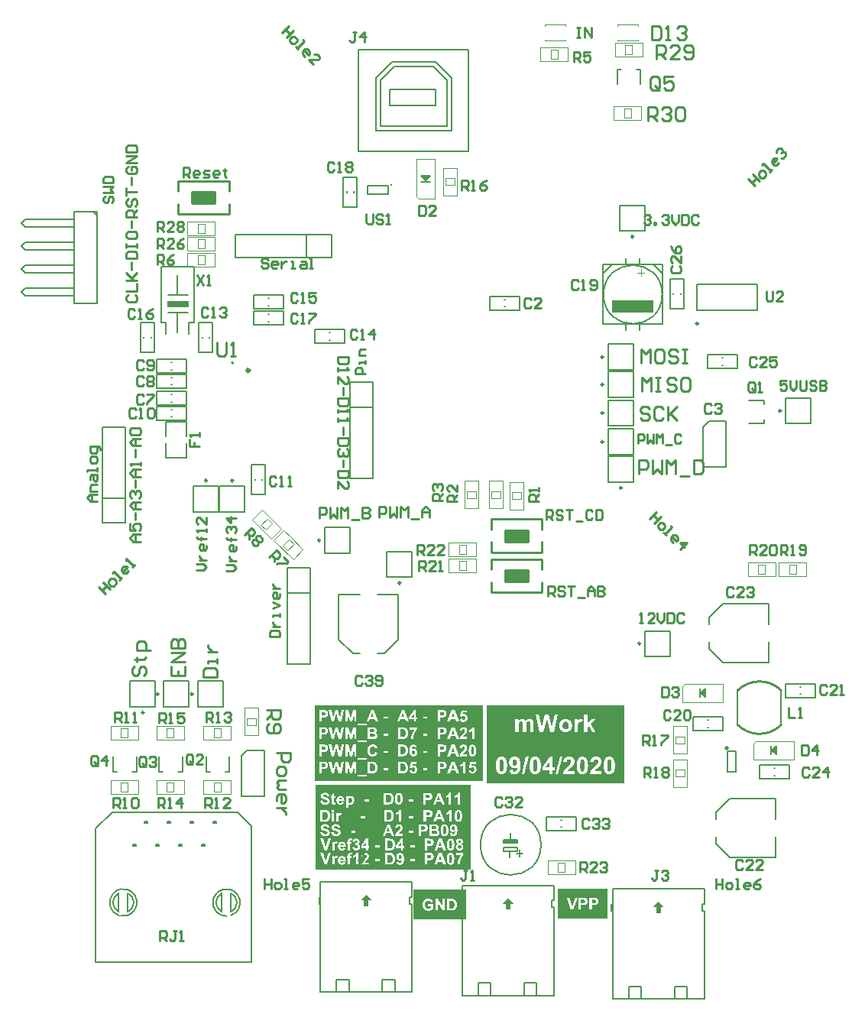
<source format=gto>
G04*
G04 #@! TF.GenerationSoftware,Altium Limited,Altium Designer,20.0.13 (296)*
G04*
G04 Layer_Color=65535*
%FSTAX24Y24*%
%MOIN*%
G70*
G01*
G75*
%ADD10C,0.0067*%
%ADD11C,0.0157*%
%ADD12C,0.0098*%
%ADD13C,0.0050*%
%ADD14C,0.0100*%
%ADD15C,0.0060*%
%ADD16C,0.0079*%
%ADD17C,0.0197*%
%ADD18C,0.0039*%
%ADD19C,0.0040*%
%ADD20C,0.0079*%
%ADD21C,0.0070*%
%ADD22C,0.0080*%
%ADD23R,0.0920X0.0290*%
%ADD24R,0.1821X0.0522*%
%ADD25R,0.1000X0.0500*%
%ADD26R,0.0600X0.0150*%
G36*
X01805Y0176D02*
X0178Y01735D01*
X01795D01*
Y0171D01*
X01815D01*
Y01735D01*
X0183D01*
X01805Y0176D01*
D02*
G37*
G36*
X024227Y017446D02*
X023977Y017196D01*
X024127D01*
Y016946D01*
X024327D01*
Y017196D01*
X024477D01*
X024227Y017446D01*
D02*
G37*
G36*
X0308Y0173D02*
X03055Y01705D01*
X0307D01*
Y0168D01*
X0309D01*
Y01705D01*
X03105D01*
X0308Y0173D01*
D02*
G37*
G36*
X029291Y024686D02*
Y023779D01*
Y02245D01*
X023309D01*
Y023779D01*
Y024686D01*
Y025854D01*
X029291D01*
Y024686D01*
D02*
G37*
G36*
X02315Y024996D02*
Y024248D01*
Y023494D01*
Y02255D01*
X0158D01*
Y023494D01*
Y024248D01*
Y024996D01*
Y025839D01*
X02315D01*
Y024996D01*
D02*
G37*
G36*
X0226Y021388D02*
Y02077D01*
Y020145D01*
Y019521D01*
Y0187D01*
X01585D01*
Y019521D01*
Y020145D01*
Y02077D01*
Y021388D01*
Y022368D01*
X0226D01*
Y021388D01*
D02*
G37*
G36*
X022391Y016502D02*
X020107D01*
Y017813D01*
X022391D01*
Y016502D01*
D02*
G37*
G36*
X028566Y016558D02*
X0264D01*
Y01785D01*
X028566D01*
Y016558D01*
D02*
G37*
%LPC*%
G36*
X025183Y025259D02*
X025173D01*
X025156Y025258D01*
X025139Y025256D01*
X025124Y025252D01*
X025111Y025248D01*
X0251Y025244D01*
X025091Y02524D01*
X025086Y025238D01*
X025083Y025237D01*
X025068Y025228D01*
X025054Y025217D01*
X025041Y025207D01*
X025029Y025196D01*
X025019Y025186D01*
X025012Y025178D01*
X025008Y025173D01*
X025006Y02517D01*
X024996Y025186D01*
X024985Y0252D01*
X024974Y025211D01*
X024964Y025221D01*
X024956Y025228D01*
X024948Y025233D01*
X024944Y025236D01*
X024941Y025237D01*
X024926Y025245D01*
X024911Y02525D01*
X024896Y025254D01*
X024881Y025257D01*
X024869Y025258D01*
X024859Y025259D01*
X024851D01*
X024832Y025258D01*
X024815Y025256D01*
X024798Y025251D01*
X024782Y025246D01*
X024753Y025232D01*
X02474Y025223D01*
X024728Y025215D01*
X024717Y025208D01*
X024708Y025199D01*
X0247Y025192D01*
X024693Y025186D01*
X024688Y025179D01*
X024683Y025175D01*
X024681Y025173D01*
X02468Y025172D01*
Y025247D01*
X024547D01*
Y024698D01*
X024692D01*
Y024964D01*
Y024991D01*
X024694Y025015D01*
X024695Y025034D01*
X024698Y02505D01*
X0247Y025061D01*
X024701Y02507D01*
X024703Y025075D01*
Y025076D01*
X024709Y025089D01*
X024714Y025099D01*
X024721Y025108D01*
X024727Y025116D01*
X024733Y025121D01*
X024737Y025126D01*
X02474Y025128D01*
X024741Y025129D01*
X024752Y025136D01*
X024762Y02514D01*
X024772Y025143D01*
X024782Y025145D01*
X024789Y025146D01*
X024796Y025148D01*
X024811D01*
X02482Y025145D01*
X024828Y025144D01*
X024834Y025142D01*
X024839Y02514D01*
X024842Y025138D01*
X024844Y025137D01*
X024845Y025136D01*
X024851Y025131D01*
X024856Y025126D01*
X024864Y025114D01*
X024866Y025109D01*
X024868Y025105D01*
X024869Y025102D01*
Y025101D01*
X02487Y025096D01*
X024873Y02509D01*
X024875Y025074D01*
X024876Y025058D01*
X024877Y02504D01*
X024878Y025024D01*
Y025011D01*
Y025005D01*
Y025001D01*
Y024999D01*
Y024998D01*
Y024698D01*
X025023D01*
Y024961D01*
Y024988D01*
X025026Y025011D01*
X025027Y025031D01*
X025029Y025047D01*
X025031Y025059D01*
X025032Y025068D01*
X025034Y025072D01*
Y025074D01*
X02504Y025087D01*
X025045Y025098D01*
X025052Y025107D01*
X025058Y025115D01*
X025064Y025121D01*
X025068Y025126D01*
X025071Y025128D01*
X025073Y025129D01*
X025082Y025136D01*
X025093Y02514D01*
X025103Y025143D01*
X025112Y025145D01*
X02512Y025146D01*
X025125Y025148D01*
X02513D01*
X025145Y025146D01*
X025158Y025143D01*
X025169Y025138D01*
X025177Y025132D01*
X025184Y025126D01*
X025188Y025121D01*
X025192Y025117D01*
X025193Y025116D01*
X025195Y02511D01*
X025198Y025105D01*
X025202Y02509D01*
X025205Y025072D01*
X025206Y025055D01*
X025207Y025038D01*
X025208Y025024D01*
Y025019D01*
Y025014D01*
Y025012D01*
Y025011D01*
Y024698D01*
X025353D01*
Y025048D01*
X025352Y025075D01*
X025351Y025099D01*
X025349Y025119D01*
X025346Y025134D01*
X025343Y025146D01*
X02534Y025155D01*
X025339Y025161D01*
X025338Y025162D01*
X025329Y025179D01*
X02532Y025193D01*
X025309Y025205D01*
X025299Y025216D01*
X025289Y025224D01*
X025281Y025229D01*
X025277Y025233D01*
X025275Y025234D01*
X025258Y025243D01*
X025241Y025248D01*
X025224Y025252D01*
X025208Y025256D01*
X025194Y025258D01*
X025183Y025259D01*
D02*
G37*
G36*
X027402D02*
X027393D01*
X02738Y025258D01*
X027369Y025257D01*
X027358Y025254D01*
X027349Y02525D01*
X027342Y025247D01*
X027335Y025245D01*
X027332Y025243D01*
X027331Y025242D01*
X02732Y025234D01*
X02731Y025223D01*
X027299Y025211D01*
X02729Y025199D01*
X027282Y025187D01*
X027275Y025177D01*
X027271Y02517D01*
X027269Y025169D01*
Y025247D01*
X027135D01*
Y024698D01*
X02728D01*
Y024867D01*
Y024892D01*
Y024915D01*
X027282Y024935D01*
X027283Y024954D01*
Y024972D01*
X027284Y024986D01*
X027285Y025D01*
X027286Y025011D01*
X027287Y025021D01*
X027288Y025029D01*
X027289Y025036D01*
Y025042D01*
X02729Y025045D01*
X027291Y025048D01*
Y02505D01*
X027296Y025066D01*
X027301Y025079D01*
X027307Y02509D01*
X027312Y025097D01*
X027316Y025104D01*
X027321Y025108D01*
X027323Y02511D01*
X027324Y025111D01*
X027333Y025117D01*
X027342Y025121D01*
X02735Y025125D01*
X027358Y025127D01*
X027365Y025128D01*
X027371Y025129D01*
X027376D01*
X027388Y025128D01*
X0274Y025126D01*
X02741Y025121D01*
X027421Y025117D01*
X02743Y025113D01*
X027437Y025108D01*
X027442Y025106D01*
X027443Y025105D01*
X027489Y025231D01*
X027472Y02524D01*
X027455Y025247D01*
X027439Y025252D01*
X027424Y025256D01*
X027412Y025258D01*
X027402Y025259D01*
D02*
G37*
G36*
X026417Y025455D02*
X026263D01*
X026147Y024926D01*
X026016Y025455D01*
X025832D01*
X025694Y024934D01*
X025581Y025455D01*
X025425D01*
X025604Y024698D01*
X02577D01*
X025921Y025263D01*
X026069Y024698D01*
X026234D01*
X026417Y025455D01*
D02*
G37*
G36*
X027692D02*
X027547D01*
Y024698D01*
X027692D01*
Y024873D01*
X027758Y024944D01*
X027897Y024698D01*
X028053D01*
X027852Y025046D01*
X02804Y025247D01*
X027862D01*
X027692Y025054D01*
Y025455D01*
D02*
G37*
G36*
X026756Y025259D02*
X026744D01*
X026714Y025258D01*
X026687Y025254D01*
X026662Y025248D01*
X02664Y025242D01*
X026631Y025237D01*
X026622Y025234D01*
X026615Y025232D01*
X026609Y025228D01*
X026604Y025226D01*
X026601Y025224D01*
X026598Y025223D01*
X026597D01*
X026574Y025208D01*
X026555Y025191D01*
X026537Y025174D01*
X026523Y025157D01*
X026512Y025142D01*
X026503Y02513D01*
X0265Y025126D01*
X026499Y025122D01*
X026497Y02512D01*
Y025119D01*
X026485Y025094D01*
X026477Y025069D01*
X026471Y025046D01*
X026466Y025025D01*
X026464Y025007D01*
X026463Y024999D01*
Y024992D01*
X026462Y024988D01*
Y02498D01*
X026463Y024946D01*
X026467Y024915D01*
X026473Y024887D01*
X026476Y024875D01*
X026479Y024864D01*
X026483Y024855D01*
X026486Y024846D01*
X026489Y024838D01*
X026491Y024832D01*
X026493Y024826D01*
X026496Y024823D01*
X026497Y024821D01*
Y02482D01*
X026512Y024797D01*
X026528Y024777D01*
X026546Y02476D01*
X026562Y024745D01*
X026578Y024734D01*
X02659Y024727D01*
X026594Y024723D01*
X026597Y024721D01*
X026599Y02472D01*
X026601D01*
X026627Y024709D01*
X026652Y0247D01*
X026676Y024695D01*
X026699Y024691D01*
X026718Y024688D01*
X026725Y024687D01*
X026732D01*
X026737Y024686D01*
X026745D01*
X026768Y024687D01*
X026789Y02469D01*
X026809Y024694D01*
X026828Y024699D01*
X026846Y024705D01*
X026863Y024711D01*
X026878Y024719D01*
X026892Y024727D01*
X026904Y024734D01*
X026915Y024742D01*
X026925Y024749D01*
X026933Y024754D01*
X026939Y02476D01*
X026944Y024764D01*
X026946Y024766D01*
X026947Y024767D01*
X026961Y024784D01*
X026973Y0248D01*
X026984Y024816D01*
X026994Y024834D01*
X027002Y024851D01*
X027008Y024869D01*
X027014Y024885D01*
X027018Y024902D01*
X027021Y024916D01*
X027024Y02493D01*
X027026Y024942D01*
X027027Y024953D01*
X027028Y024962D01*
Y024974D01*
X027027Y024997D01*
X027025Y025019D01*
X02702Y025038D01*
X027016Y025058D01*
X027009Y025075D01*
X027003Y025093D01*
X026995Y025108D01*
X026989Y025122D01*
X026981Y025134D01*
X026973Y025146D01*
X026967Y025155D01*
X02696Y025164D01*
X026956Y025169D01*
X026951Y025175D01*
X026949Y025177D01*
X026948Y025178D01*
X026933Y025192D01*
X026916Y025204D01*
X0269Y025215D01*
X026883Y025225D01*
X026865Y025233D01*
X026849Y025239D01*
X026832Y025245D01*
X026816Y025249D01*
X026802Y025252D01*
X026787Y025255D01*
X026775Y025257D01*
X026765Y025258D01*
X026756Y025259D01*
D02*
G37*
G36*
X024527Y023619D02*
X024521D01*
X024501Y023618D01*
X024484Y023615D01*
X024466Y023612D01*
X02445Y023608D01*
X024435Y023602D01*
X024421Y023596D01*
X024406Y02359D01*
X024395Y023584D01*
X024385Y023576D01*
X024375Y023571D01*
X024367Y023564D01*
X024359Y023559D01*
X024354Y023554D01*
X024351Y023551D01*
X024348Y023549D01*
X024347Y023548D01*
X024335Y023533D01*
X024325Y023519D01*
X024316Y023504D01*
X024308Y023489D01*
X024301Y023473D01*
X024296Y023457D01*
X024288Y023427D01*
X024285Y023414D01*
X024283Y023401D01*
X024282Y02339D01*
X024281Y02338D01*
X02428Y023372D01*
Y023361D01*
X024281Y023341D01*
X024283Y023321D01*
X024285Y023303D01*
X024289Y023286D01*
X024295Y02327D01*
X0243Y023256D01*
X024306Y023242D01*
X024312Y02323D01*
X024318Y023219D01*
X024323Y023209D01*
X024329Y023201D01*
X024334Y023193D01*
X024339Y023189D01*
X024341Y023185D01*
X024343Y023183D01*
X024344Y023181D01*
X024356Y023169D01*
X024369Y023158D01*
X024382Y02315D01*
X024395Y023142D01*
X024409Y023136D01*
X024421Y023129D01*
X024445Y023121D01*
X024465Y023116D01*
X024474Y023115D01*
X024482Y023114D01*
X024488Y023113D01*
X024497D01*
X024512Y023114D01*
X024527Y023116D01*
X02454Y023118D01*
X024553Y023122D01*
X024577Y023132D01*
X024597Y023144D01*
X024612Y023156D01*
X024618Y023162D01*
X024624Y023166D01*
X024628Y023171D01*
X024632Y023174D01*
X024633Y023175D01*
X024634Y023176D01*
X024632Y023153D01*
X024629Y023131D01*
X024627Y023111D01*
X024624Y023094D01*
X024621Y023079D01*
X024617Y023064D01*
X024614Y023052D01*
X024611Y023042D01*
X024606Y023032D01*
X024604Y023024D01*
X024601Y023017D01*
X024599Y023013D01*
X024597Y023009D01*
X024594Y023007D01*
X024593Y023004D01*
X024581Y022991D01*
X024568Y022981D01*
X024556Y022974D01*
X024544Y022969D01*
X024533Y022966D01*
X024526Y022965D01*
X02452Y022964D01*
X024518D01*
X024506Y022965D01*
X024494Y022967D01*
X024485Y02297D01*
X024476Y022974D01*
X02447Y022977D01*
X024465Y02298D01*
X024462Y022983D01*
X024461Y022984D01*
X024453Y022992D01*
X024448Y023002D01*
X024444Y023013D01*
X02444Y023024D01*
X024437Y023033D01*
X024436Y02304D01*
X024435Y023046D01*
Y023048D01*
X024295Y023032D01*
X024298Y023014D01*
X024303Y022999D01*
X024307Y022984D01*
X024312Y02297D01*
X024318Y022957D01*
X024323Y022945D01*
X02433Y022936D01*
X024335Y022926D01*
X024342Y022918D01*
X024346Y02291D01*
X024352Y022905D01*
X024356Y022899D01*
X024359Y022896D01*
X024363Y022893D01*
X024364Y022892D01*
X024365Y022891D01*
X024376Y022882D01*
X024387Y022875D01*
X024411Y022863D01*
X024434Y022856D01*
X024457Y022849D01*
X024477Y022846D01*
X024486Y022845D01*
X024494D01*
X024499Y022844D01*
X024508D01*
X024531Y022845D01*
X024552Y022848D01*
X024571Y022852D01*
X024591Y022858D01*
X024609Y022866D01*
X024625Y022873D01*
X02464Y022881D01*
X024653Y02289D01*
X024665Y022898D01*
X024676Y022906D01*
X024685Y022915D01*
X024693Y022921D01*
X024699Y022927D01*
X024704Y022931D01*
X024706Y022934D01*
X024707Y022936D01*
X024721Y022954D01*
X024732Y022975D01*
X024743Y022998D01*
X024752Y023021D01*
X024759Y023046D01*
X024766Y023071D01*
X02477Y023095D01*
X024775Y02312D01*
X024778Y023143D01*
X02478Y023164D01*
X024782Y023184D01*
X024783Y023201D01*
X024785Y023215D01*
Y023235D01*
X024783Y023272D01*
X024781Y023306D01*
X024778Y023338D01*
X024773Y023367D01*
X024767Y023393D01*
X024762Y023418D01*
X024754Y023439D01*
X024747Y023459D01*
X024741Y023475D01*
X024734Y02349D01*
X024728Y023502D01*
X024722Y023512D01*
X024717Y023519D01*
X024714Y023525D01*
X024711Y023528D01*
X02471Y023529D01*
X024696Y023544D01*
X024681Y023559D01*
X024665Y023571D01*
X02465Y02358D01*
X024634Y023589D01*
X024618Y023597D01*
X024603Y023602D01*
X024588Y023608D01*
X024575Y023611D01*
X024562Y023614D01*
X024551Y023616D01*
X024541Y023618D01*
X024532D01*
X024527Y023619D01*
D02*
G37*
G36*
X028079D02*
X028068D01*
X028049Y023618D01*
X028032Y023616D01*
X027998Y023611D01*
X02797Y023602D01*
X027956Y023598D01*
X027944Y023592D01*
X027933Y023588D01*
X027925Y023583D01*
X027916Y023578D01*
X027909Y023575D01*
X027904Y023571D01*
X027901Y023568D01*
X027899Y023567D01*
X027897Y023566D01*
X027885Y023555D01*
X027874Y023544D01*
X027865Y023531D01*
X027856Y023517D01*
X027843Y023489D01*
X027832Y023461D01*
X027829Y023447D01*
X027825Y023435D01*
X027822Y023424D01*
X027821Y023414D01*
X027819Y023405D01*
Y0234D01*
X027818Y023396D01*
Y023395D01*
X027962Y02338D01*
X027964Y023402D01*
X027968Y023421D01*
X027973Y023437D01*
X027978Y023449D01*
X027983Y023459D01*
X027987Y023466D01*
X02799Y02347D01*
X027991Y023471D01*
X028002Y02348D01*
X028014Y023486D01*
X028026Y023492D01*
X028038Y023495D01*
X028048Y023497D01*
X028057Y023498D01*
X028065D01*
X028081Y023497D01*
X028095Y023494D01*
X028107Y02349D01*
X028118Y023485D01*
X028126Y023481D01*
X028132Y023477D01*
X028136Y023473D01*
X028137Y023472D01*
X028146Y023461D01*
X028152Y023449D01*
X028156Y023437D01*
X02816Y023425D01*
X028162Y023414D01*
X028163Y023404D01*
Y023399D01*
Y023398D01*
Y023397D01*
X028162Y02338D01*
X028159Y023365D01*
X028153Y02335D01*
X028148Y023337D01*
X028142Y023325D01*
X028137Y023316D01*
X028134Y02331D01*
X028132Y023308D01*
X028128Y023302D01*
X028121Y023294D01*
X028113Y023284D01*
X028104Y023275D01*
X028084Y023255D01*
X028065Y023234D01*
X028045Y023214D01*
X028036Y023205D01*
X028027Y023199D01*
X028021Y023192D01*
X028017Y023188D01*
X028013Y023185D01*
X028012Y023184D01*
X02799Y023163D01*
X027971Y023143D01*
X027952Y023125D01*
X027936Y023108D01*
X02792Y023092D01*
X027907Y023077D01*
X027895Y023063D01*
X027885Y02305D01*
X027877Y023039D01*
X027869Y02303D01*
X027862Y023022D01*
X027858Y023014D01*
X027854Y02301D01*
X027852Y023005D01*
X027849Y023003D01*
Y023002D01*
X027835Y022977D01*
X027824Y022951D01*
X027815Y022927D01*
X027809Y022905D01*
X027805Y022885D01*
X027803Y022878D01*
X027802Y022871D01*
X027801Y022866D01*
X0278Y022861D01*
Y022858D01*
X028308D01*
Y022992D01*
X02802D01*
X028029Y023007D01*
X028038Y023019D01*
X028043Y023024D01*
X028046Y023028D01*
X028048Y023031D01*
X028049Y023032D01*
X028054Y023036D01*
X028058Y023042D01*
X028071Y023054D01*
X028085Y023068D01*
X0281Y023082D01*
X028114Y023095D01*
X028126Y023106D01*
X02813Y02311D01*
X028134Y023114D01*
X028136Y023115D01*
X028137Y023116D01*
X028161Y023139D01*
X028181Y023157D01*
X028197Y023175D01*
X02821Y023188D01*
X02822Y023199D01*
X028226Y023207D01*
X028231Y023212D01*
X028232Y023213D01*
X028246Y023232D01*
X028258Y023249D01*
X028268Y023266D01*
X028276Y02328D01*
X028282Y023292D01*
X028287Y023302D01*
X028289Y023307D01*
X02829Y023309D01*
X028296Y023327D01*
X028301Y023344D01*
X028304Y023361D01*
X028306Y023376D01*
X028307Y023388D01*
X028308Y023398D01*
Y023407D01*
X028307Y023423D01*
X028305Y023439D01*
X028303Y023455D01*
X028299Y023469D01*
X028288Y023494D01*
X028277Y023516D01*
X02827Y023526D01*
X028265Y023533D01*
X028259Y023541D01*
X028254Y023547D01*
X028249Y023551D01*
X028247Y023555D01*
X028245Y023556D01*
X028244Y023557D01*
X028232Y023568D01*
X028218Y023578D01*
X028205Y023586D01*
X028189Y023592D01*
X028161Y023603D01*
X028132Y023611D01*
X028119Y023613D01*
X028107Y023615D01*
X028096Y023616D01*
X028087Y023618D01*
X028079Y023619D01*
D02*
G37*
G36*
X026903D02*
X026892D01*
X026873Y023618D01*
X026856Y023616D01*
X026822Y023611D01*
X026793Y023602D01*
X02678Y023598D01*
X026768Y023592D01*
X026757Y023588D01*
X026749Y023583D01*
X02674Y023578D01*
X026733Y023575D01*
X026728Y023571D01*
X026725Y023568D01*
X026722Y023567D01*
X026721Y023566D01*
X026709Y023555D01*
X026698Y023544D01*
X026689Y023531D01*
X02668Y023517D01*
X026667Y023489D01*
X026656Y023461D01*
X026652Y023447D01*
X026649Y023435D01*
X026646Y023424D01*
X026645Y023414D01*
X026643Y023405D01*
Y0234D01*
X026642Y023396D01*
Y023395D01*
X026786Y02338D01*
X026788Y023402D01*
X026792Y023421D01*
X026797Y023437D01*
X026802Y023449D01*
X026807Y023459D01*
X026811Y023466D01*
X026814Y02347D01*
X026815Y023471D01*
X026826Y02348D01*
X026838Y023486D01*
X02685Y023492D01*
X026862Y023495D01*
X026872Y023497D01*
X026881Y023498D01*
X026889D01*
X026905Y023497D01*
X026919Y023494D01*
X026931Y02349D01*
X026942Y023485D01*
X02695Y023481D01*
X026956Y023477D01*
X02696Y023473D01*
X026961Y023472D01*
X026969Y023461D01*
X026976Y023449D01*
X02698Y023437D01*
X026984Y023425D01*
X026986Y023414D01*
X026987Y023404D01*
Y023399D01*
Y023398D01*
Y023397D01*
X026986Y02338D01*
X026983Y023365D01*
X026977Y02335D01*
X026972Y023337D01*
X026966Y023325D01*
X026961Y023316D01*
X026957Y02331D01*
X026956Y023308D01*
X026952Y023302D01*
X026945Y023294D01*
X026937Y023284D01*
X026928Y023275D01*
X026908Y023255D01*
X026889Y023234D01*
X026869Y023214D01*
X02686Y023205D01*
X026851Y023199D01*
X026845Y023192D01*
X02684Y023188D01*
X026837Y023185D01*
X026836Y023184D01*
X026814Y023163D01*
X026795Y023143D01*
X026776Y023125D01*
X02676Y023108D01*
X026744Y023092D01*
X026731Y023077D01*
X026719Y023063D01*
X026709Y02305D01*
X026701Y023039D01*
X026693Y02303D01*
X026686Y023022D01*
X026682Y023014D01*
X026678Y02301D01*
X026675Y023005D01*
X026673Y023003D01*
Y023002D01*
X026659Y022977D01*
X026648Y022951D01*
X026639Y022927D01*
X026633Y022905D01*
X026628Y022885D01*
X026627Y022878D01*
X026626Y022871D01*
X026625Y022866D01*
X026624Y022861D01*
Y022858D01*
X027132D01*
Y022992D01*
X026844D01*
X026853Y023007D01*
X026862Y023019D01*
X026867Y023024D01*
X02687Y023028D01*
X026872Y023031D01*
X026873Y023032D01*
X026878Y023036D01*
X026882Y023042D01*
X026895Y023054D01*
X026909Y023068D01*
X026924Y023082D01*
X026938Y023095D01*
X02695Y023106D01*
X026954Y02311D01*
X026957Y023114D01*
X02696Y023115D01*
X026961Y023116D01*
X026985Y023139D01*
X027004Y023157D01*
X027021Y023175D01*
X027034Y023188D01*
X027044Y023199D01*
X02705Y023207D01*
X027055Y023212D01*
X027056Y023213D01*
X02707Y023232D01*
X027082Y023249D01*
X027092Y023266D01*
X0271Y02328D01*
X027106Y023292D01*
X02711Y023302D01*
X027113Y023307D01*
X027114Y023309D01*
X02712Y023327D01*
X027125Y023344D01*
X027128Y023361D01*
X02713Y023376D01*
X027131Y023388D01*
X027132Y023398D01*
Y023407D01*
X027131Y023423D01*
X027129Y023439D01*
X027127Y023455D01*
X027122Y023469D01*
X027112Y023494D01*
X027101Y023516D01*
X027094Y023526D01*
X027089Y023533D01*
X027083Y023541D01*
X027078Y023547D01*
X027073Y023551D01*
X027071Y023555D01*
X027069Y023556D01*
X027068Y023557D01*
X027056Y023568D01*
X027042Y023578D01*
X027028Y023586D01*
X027013Y023592D01*
X026985Y023603D01*
X026956Y023611D01*
X026943Y023613D01*
X026931Y023615D01*
X02692Y023616D01*
X02691Y023618D01*
X026903Y023619D01*
D02*
G37*
G36*
X026186Y023618D02*
X026063D01*
X025735Y023136D01*
Y02301D01*
X026046D01*
Y022858D01*
X026186D01*
Y02301D01*
X02628D01*
Y023137D01*
X026186D01*
Y023618D01*
D02*
G37*
G36*
X026599Y023627D02*
X02649D01*
X026303Y022845D01*
X02641D01*
X026599Y023627D01*
D02*
G37*
G36*
X025129D02*
X02502D01*
X024833Y022845D01*
X02494D01*
X025129Y023627D01*
D02*
G37*
G36*
X028663Y023619D02*
X028652D01*
X028632Y023618D01*
X028613Y023615D01*
X028595Y023611D01*
X028578Y023607D01*
X028563Y0236D01*
X028549Y023593D01*
X028537Y023587D01*
X028525Y023579D01*
X028515Y023572D01*
X028505Y023565D01*
X028497Y023559D01*
X028492Y023552D01*
X028487Y023548D01*
X028483Y023543D01*
X028481Y023541D01*
X02848Y02354D01*
X028467Y023521D01*
X028456Y0235D01*
X028446Y023477D01*
X028437Y023452D01*
X028431Y023427D01*
X028424Y023401D01*
X02842Y023376D01*
X028416Y023351D01*
X028413Y023327D01*
X028411Y023305D01*
X028409Y023284D01*
X028408Y023267D01*
X028407Y023252D01*
Y023232D01*
X028408Y023192D01*
X02841Y023156D01*
X028413Y023122D01*
X028418Y023092D01*
X028422Y023064D01*
X028428Y023039D01*
X028434Y023017D01*
X028441Y022998D01*
X028446Y022981D01*
X028453Y022966D01*
X028458Y022954D01*
X028464Y022944D01*
X028467Y022938D01*
X02847Y022932D01*
X028472Y022929D01*
X028473Y022928D01*
X028487Y022913D01*
X028501Y022901D01*
X028515Y022889D01*
X02853Y02288D01*
X028544Y022871D01*
X02856Y022864D01*
X028574Y022859D01*
X028588Y022855D01*
X028601Y02285D01*
X028613Y022848D01*
X028624Y022846D01*
X028633Y022845D01*
X028641D01*
X028647Y022844D01*
X028652D01*
X028671Y022845D01*
X02869Y022847D01*
X028708Y022851D01*
X028725Y022856D01*
X02874Y022861D01*
X028754Y022868D01*
X028766Y022875D01*
X028778Y022883D01*
X028788Y02289D01*
X028798Y022897D01*
X028806Y022904D01*
X028812Y022909D01*
X028817Y022914D01*
X02882Y022918D01*
X028822Y02292D01*
X028823Y022921D01*
X028836Y02294D01*
X028847Y022962D01*
X028858Y022985D01*
X028866Y02301D01*
X028873Y023035D01*
X028879Y02306D01*
X028884Y023086D01*
X028889Y023111D01*
X028891Y023136D01*
X028893Y023157D01*
X028895Y023178D01*
X028896Y023196D01*
X028898Y02321D01*
Y023231D01*
X028896Y02327D01*
X028894Y023306D01*
X028891Y023339D01*
X028885Y023369D01*
X02888Y023398D01*
X028875Y023423D01*
X028867Y023446D01*
X02886Y023466D01*
X028854Y023484D01*
X028847Y023498D01*
X028841Y023512D01*
X028835Y023522D01*
X02883Y02353D01*
X028826Y023536D01*
X028824Y023539D01*
X028823Y02354D01*
X028811Y023554D01*
X028798Y023566D01*
X028784Y023576D01*
X02877Y023586D01*
X028755Y023593D01*
X028741Y023599D01*
X028728Y023604D01*
X028714Y023609D01*
X028701Y023612D01*
X02869Y023614D01*
X028679Y023616D01*
X02867Y023618D01*
X028663Y023619D01*
D02*
G37*
G36*
X027486D02*
X027476D01*
X027456Y023618D01*
X027437Y023615D01*
X027419Y023611D01*
X027402Y023607D01*
X027387Y0236D01*
X027373Y023593D01*
X027361Y023587D01*
X027349Y023579D01*
X027339Y023572D01*
X027329Y023565D01*
X027321Y023559D01*
X027316Y023552D01*
X02731Y023548D01*
X027307Y023543D01*
X027305Y023541D01*
X027304Y02354D01*
X027291Y023521D01*
X02728Y0235D01*
X02727Y023477D01*
X027261Y023452D01*
X027255Y023427D01*
X027248Y023401D01*
X027244Y023376D01*
X027239Y023351D01*
X027237Y023327D01*
X027235Y023305D01*
X027233Y023284D01*
X027232Y023267D01*
X027231Y023252D01*
Y023232D01*
X027232Y023192D01*
X027234Y023156D01*
X027237Y023122D01*
X027242Y023092D01*
X027246Y023064D01*
X027251Y023039D01*
X027258Y023017D01*
X027265Y022998D01*
X02727Y022981D01*
X027277Y022966D01*
X027282Y022954D01*
X027288Y022944D01*
X027291Y022938D01*
X027294Y022932D01*
X027296Y022929D01*
X027297Y022928D01*
X02731Y022913D01*
X027325Y022901D01*
X027339Y022889D01*
X027354Y02288D01*
X027368Y022871D01*
X027384Y022864D01*
X027398Y022859D01*
X027412Y022855D01*
X027425Y02285D01*
X027437Y022848D01*
X027448Y022846D01*
X027457Y022845D01*
X027465D01*
X027471Y022844D01*
X027476D01*
X027495Y022845D01*
X027514Y022847D01*
X027532Y022851D01*
X027549Y022856D01*
X027564Y022861D01*
X027578Y022868D01*
X02759Y022875D01*
X027602Y022883D01*
X027612Y02289D01*
X027622Y022897D01*
X02763Y022904D01*
X027636Y022909D01*
X027641Y022914D01*
X027644Y022918D01*
X027646Y02292D01*
X027647Y022921D01*
X02766Y02294D01*
X027671Y022962D01*
X027682Y022985D01*
X02769Y02301D01*
X027697Y023035D01*
X027703Y02306D01*
X027708Y023086D01*
X027713Y023111D01*
X027715Y023136D01*
X027717Y023157D01*
X027719Y023178D01*
X02772Y023196D01*
X027721Y02321D01*
Y023231D01*
X02772Y02327D01*
X027718Y023306D01*
X027715Y023339D01*
X027709Y023369D01*
X027704Y023398D01*
X027698Y023423D01*
X027691Y023446D01*
X027684Y023466D01*
X027678Y023484D01*
X027671Y023498D01*
X027665Y023512D01*
X027659Y023522D01*
X027654Y02353D01*
X02765Y023536D01*
X027648Y023539D01*
X027647Y02354D01*
X027635Y023554D01*
X027622Y023566D01*
X027608Y023576D01*
X027594Y023586D01*
X027579Y023593D01*
X027565Y023599D01*
X027552Y023604D01*
X027538Y023609D01*
X027525Y023612D01*
X027514Y023614D01*
X027503Y023616D01*
X027494Y023618D01*
X027486Y023619D01*
D02*
G37*
G36*
X025428D02*
X025417D01*
X025398Y023618D01*
X025379Y023615D01*
X025361Y023611D01*
X025344Y023607D01*
X025329Y0236D01*
X025315Y023593D01*
X025303Y023587D01*
X025291Y023579D01*
X025281Y023572D01*
X025271Y023565D01*
X025263Y023559D01*
X025258Y023552D01*
X025252Y023548D01*
X025249Y023543D01*
X025247Y023541D01*
X025246Y02354D01*
X025233Y023521D01*
X025222Y0235D01*
X025212Y023477D01*
X025203Y023452D01*
X025197Y023427D01*
X02519Y023401D01*
X025186Y023376D01*
X025181Y023351D01*
X025179Y023327D01*
X025177Y023305D01*
X025175Y023284D01*
X025174Y023267D01*
X025173Y023252D01*
Y023232D01*
X025174Y023192D01*
X025176Y023156D01*
X025179Y023122D01*
X025183Y023092D01*
X025188Y023064D01*
X025193Y023039D01*
X0252Y023017D01*
X025206Y022998D01*
X025212Y022981D01*
X025218Y022966D01*
X025224Y022954D01*
X025229Y022944D01*
X025233Y022938D01*
X025236Y022932D01*
X025238Y022929D01*
X025239Y022928D01*
X025252Y022913D01*
X025267Y022901D01*
X025281Y022889D01*
X025296Y02288D01*
X02531Y022871D01*
X025326Y022864D01*
X02534Y022859D01*
X025354Y022855D01*
X025367Y02285D01*
X025379Y022848D01*
X02539Y022846D01*
X025399Y022845D01*
X025406D01*
X025413Y022844D01*
X025417D01*
X025437Y022845D01*
X025456Y022847D01*
X025474Y022851D01*
X025491Y022856D01*
X025506Y022861D01*
X02552Y022868D01*
X025532Y022875D01*
X025544Y022883D01*
X025554Y02289D01*
X025564Y022897D01*
X025572Y022904D01*
X025578Y022909D01*
X025582Y022914D01*
X025586Y022918D01*
X025588Y02292D01*
X025589Y022921D01*
X025602Y02294D01*
X025613Y022962D01*
X025624Y022985D01*
X025632Y02301D01*
X025639Y023035D01*
X025645Y02306D01*
X02565Y023086D01*
X025655Y023111D01*
X025657Y023136D01*
X025659Y023157D01*
X025661Y023178D01*
X025662Y023196D01*
X025663Y02321D01*
Y023231D01*
X025662Y02327D01*
X02566Y023306D01*
X025657Y023339D01*
X025651Y023369D01*
X025646Y023398D01*
X02564Y023423D01*
X025633Y023446D01*
X025626Y023466D01*
X02562Y023484D01*
X025613Y023498D01*
X025606Y023512D01*
X025601Y023522D01*
X025596Y02353D01*
X025592Y023536D01*
X02559Y023539D01*
X025589Y02354D01*
X025577Y023554D01*
X025564Y023566D01*
X02555Y023576D01*
X025535Y023586D01*
X025521Y023593D01*
X025507Y023599D01*
X025494Y023604D01*
X02548Y023609D01*
X025467Y023612D01*
X025456Y023614D01*
X025445Y023616D01*
X025436Y023618D01*
X025428Y023619D01*
D02*
G37*
G36*
X023958D02*
X023947D01*
X023928Y023618D01*
X023909Y023615D01*
X02389Y023611D01*
X023874Y023607D01*
X023859Y0236D01*
X023845Y023593D01*
X023833Y023587D01*
X023821Y023579D01*
X023811Y023572D01*
X023801Y023565D01*
X023793Y023559D01*
X023788Y023552D01*
X023782Y023548D01*
X023779Y023543D01*
X023777Y023541D01*
X023776Y02354D01*
X023763Y023521D01*
X023752Y0235D01*
X023742Y023477D01*
X023733Y023452D01*
X023727Y023427D01*
X02372Y023401D01*
X023716Y023376D01*
X023711Y023351D01*
X023709Y023327D01*
X023707Y023305D01*
X023705Y023284D01*
X023704Y023267D01*
X023702Y023252D01*
Y023232D01*
X023704Y023192D01*
X023706Y023156D01*
X023709Y023122D01*
X023713Y023092D01*
X023718Y023064D01*
X023723Y023039D01*
X02373Y023017D01*
X023736Y022998D01*
X023742Y022981D01*
X023748Y022966D01*
X023754Y022954D01*
X023759Y022944D01*
X023763Y022938D01*
X023766Y022932D01*
X023768Y022929D01*
X023769Y022928D01*
X023782Y022913D01*
X023796Y022901D01*
X023811Y022889D01*
X023826Y02288D01*
X02384Y022871D01*
X023856Y022864D01*
X02387Y022859D01*
X023884Y022855D01*
X023897Y02285D01*
X023909Y022848D01*
X02392Y022846D01*
X023929Y022845D01*
X023936D01*
X023943Y022844D01*
X023947D01*
X023967Y022845D01*
X023986Y022847D01*
X024004Y022851D01*
X024021Y022856D01*
X024036Y022861D01*
X02405Y022868D01*
X024062Y022875D01*
X024074Y022883D01*
X024084Y02289D01*
X024094Y022897D01*
X024101Y022904D01*
X024108Y022909D01*
X024112Y022914D01*
X024116Y022918D01*
X024118Y02292D01*
X024119Y022921D01*
X024132Y02294D01*
X024143Y022962D01*
X024154Y022985D01*
X024162Y02301D01*
X024169Y023035D01*
X024175Y02306D01*
X02418Y023086D01*
X024185Y023111D01*
X024187Y023136D01*
X024189Y023157D01*
X024191Y023178D01*
X024192Y023196D01*
X024193Y02321D01*
Y023231D01*
X024192Y02327D01*
X02419Y023306D01*
X024187Y023339D01*
X024181Y023369D01*
X024176Y023398D01*
X02417Y023423D01*
X024163Y023446D01*
X024156Y023466D01*
X02415Y023484D01*
X024143Y023498D01*
X024136Y023512D01*
X024131Y023522D01*
X024125Y02353D01*
X024122Y023536D01*
X02412Y023539D01*
X024119Y02354D01*
X024107Y023554D01*
X024094Y023566D01*
X02408Y023576D01*
X024065Y023586D01*
X024051Y023593D01*
X024037Y023599D01*
X024024Y023604D01*
X02401Y023609D01*
X023997Y023612D01*
X023986Y023614D01*
X023975Y023616D01*
X023966Y023618D01*
X023958Y023619D01*
D02*
G37*
%LPD*%
G36*
X026766Y025139D02*
X026784Y025134D01*
X026799Y025127D01*
X026814Y025119D01*
X026825Y025111D01*
X026833Y025104D01*
X026838Y025099D01*
X02684Y025097D01*
X026853Y02508D01*
X026863Y025059D01*
X026869Y025038D01*
X026875Y025019D01*
X026877Y025001D01*
X026878Y024992D01*
Y024986D01*
X026879Y02498D01*
Y024976D01*
Y024974D01*
Y024973D01*
X026877Y024944D01*
X026873Y024918D01*
X026867Y024897D01*
X02686Y024879D01*
X026852Y024866D01*
X026846Y024855D01*
X026842Y024849D01*
X02684Y024847D01*
X026825Y024833D01*
X026809Y024822D01*
X026793Y024815D01*
X026778Y02481D01*
X026765Y024807D01*
X026755Y024805D01*
X02675Y024804D01*
X026745D01*
X026724Y024807D01*
X026706Y024811D01*
X026689Y024817D01*
X026676Y024826D01*
X026664Y024834D01*
X026655Y02484D01*
X026651Y024845D01*
X026649Y024847D01*
X026636Y024864D01*
X026627Y024885D01*
X02662Y024906D01*
X026615Y024927D01*
X026613Y024944D01*
X026612Y024952D01*
Y02496D01*
X02661Y024965D01*
Y024969D01*
Y024972D01*
Y024973D01*
X026613Y025001D01*
X026617Y025026D01*
X026622Y025048D01*
X02663Y025066D01*
X026637Y025079D01*
X026643Y02509D01*
X026648Y025095D01*
X026649Y025097D01*
X026664Y025111D01*
X02668Y025122D01*
X026697Y02513D01*
X026712Y025136D01*
X026725Y025139D01*
X026735Y02514D01*
X026739Y025141D01*
X026745D01*
X026766Y025139D01*
D02*
G37*
G36*
X02453Y023496D02*
X024544Y023492D01*
X024557Y023486D01*
X024568Y023479D01*
X024577Y023471D01*
X024583Y023466D01*
X024588Y023461D01*
X024589Y023459D01*
X0246Y023443D01*
X024607Y023425D01*
X024614Y023407D01*
X024617Y023389D01*
X02462Y023373D01*
X024622Y023361D01*
Y023355D01*
Y023352D01*
Y02335D01*
Y023349D01*
X024621Y023326D01*
X024617Y023306D01*
X024612Y02329D01*
X024607Y023275D01*
X024602Y023266D01*
X024597Y023258D01*
X024593Y023252D01*
X024592Y023251D01*
X024581Y02324D01*
X024569Y023233D01*
X024557Y023226D01*
X024546Y023223D01*
X024536Y023221D01*
X024529Y02322D01*
X024524Y023219D01*
X024522D01*
X024507Y02322D01*
X024493Y023224D01*
X024481Y02323D01*
X02447Y023236D01*
X024461Y023242D01*
X024456Y023247D01*
X024451Y023251D01*
X02445Y023252D01*
X02444Y023267D01*
X024434Y023284D01*
X024428Y023302D01*
X024425Y02332D01*
X024423Y023336D01*
X024422Y023349D01*
Y023354D01*
Y023357D01*
Y02336D01*
Y023361D01*
X024423Y023386D01*
X024426Y023408D01*
X02443Y023426D01*
X024435Y02344D01*
X024439Y023451D01*
X024444Y023459D01*
X024447Y023465D01*
X024448Y023466D01*
X024459Y023477D01*
X02447Y023484D01*
X024481Y023491D01*
X024492Y023494D01*
X0245Y023496D01*
X024508Y023498D01*
X024515D01*
X02453Y023496D01*
D02*
G37*
G36*
X026046Y023137D02*
X02587D01*
X026046Y023397D01*
Y023137D01*
D02*
G37*
G36*
X028661Y023497D02*
X02867Y023496D01*
X028678Y023493D01*
X028684Y02349D01*
X02869Y023486D01*
X028694Y023484D01*
X028696Y023482D01*
X028698Y023481D01*
X028704Y023473D01*
X028711Y023463D01*
X028716Y023452D01*
X028722Y023442D01*
X028725Y023431D01*
X028728Y023422D01*
X028729Y023416D01*
X02873Y023415D01*
Y023414D01*
X028732Y023404D01*
X028735Y023392D01*
X028737Y023378D01*
X028739Y023364D01*
X028741Y023334D01*
X028742Y023304D01*
X028743Y02329D01*
Y023275D01*
X028744Y023263D01*
Y023252D01*
Y023244D01*
Y023236D01*
Y023232D01*
Y023231D01*
Y023207D01*
X028743Y023184D01*
Y023163D01*
X028742Y023144D01*
X028741Y023127D01*
X02874Y023111D01*
X028738Y023097D01*
X028737Y023085D01*
X028736Y023074D01*
X028734Y023066D01*
X028732Y023058D01*
X028731Y023051D01*
X02873Y023047D01*
Y023043D01*
X028729Y023042D01*
Y02304D01*
X028725Y023025D01*
X028719Y023013D01*
X028714Y023002D01*
X02871Y022995D01*
X028705Y022988D01*
X028701Y022984D01*
X028699Y022981D01*
X028698Y02298D01*
X02869Y022975D01*
X028682Y02297D01*
X028675Y022968D01*
X028667Y022966D01*
X028661Y022965D01*
X028656Y022964D01*
X028652D01*
X028642Y022965D01*
X028633Y022966D01*
X028625Y022969D01*
X028619Y022973D01*
X028613Y022975D01*
X028609Y022978D01*
X028607Y022979D01*
X028606Y02298D01*
X028599Y022988D01*
X028593Y022998D01*
X028587Y023009D01*
X028582Y02302D01*
X028578Y02303D01*
X028575Y023038D01*
X028574Y023044D01*
X028573Y023046D01*
X028571Y023057D01*
X028569Y023069D01*
X028566Y023082D01*
X028565Y023096D01*
X028563Y023127D01*
X028562Y023157D01*
X028561Y023172D01*
Y023186D01*
X02856Y023198D01*
Y023209D01*
Y023218D01*
Y023225D01*
Y02323D01*
Y023231D01*
Y023255D01*
X028561Y023278D01*
Y023297D01*
X028562Y023317D01*
X028563Y023333D01*
X028564Y02335D01*
X028565Y023363D01*
X028567Y023376D01*
X028569Y023387D01*
X02857Y023396D01*
X028571Y023403D01*
X028572Y02341D01*
X028573Y023414D01*
Y023419D01*
X028574Y02342D01*
Y023421D01*
X028578Y023436D01*
X028584Y023449D01*
X028588Y023459D01*
X028594Y023468D01*
X028598Y023473D01*
X028601Y023478D01*
X028603Y02348D01*
X028605Y023481D01*
X028612Y023486D01*
X028621Y023491D01*
X028629Y023494D01*
X028636Y023496D01*
X028642Y023497D01*
X028647Y023498D01*
X028652D01*
X028661Y023497D01*
D02*
G37*
G36*
X027485D02*
X027494Y023496D01*
X027502Y023493D01*
X027508Y02349D01*
X027514Y023486D01*
X027518Y023484D01*
X02752Y023482D01*
X027521Y023481D01*
X027528Y023473D01*
X027535Y023463D01*
X02754Y023452D01*
X027545Y023442D01*
X027549Y023431D01*
X027552Y023422D01*
X027553Y023416D01*
X027554Y023415D01*
Y023414D01*
X027556Y023404D01*
X027559Y023392D01*
X027561Y023378D01*
X027563Y023364D01*
X027565Y023334D01*
X027566Y023304D01*
X027567Y02329D01*
Y023275D01*
X027568Y023263D01*
Y023252D01*
Y023244D01*
Y023236D01*
Y023232D01*
Y023231D01*
Y023207D01*
X027567Y023184D01*
Y023163D01*
X027566Y023144D01*
X027565Y023127D01*
X027564Y023111D01*
X027562Y023097D01*
X027561Y023085D01*
X02756Y023074D01*
X027557Y023066D01*
X027556Y023058D01*
X027555Y023051D01*
X027554Y023047D01*
Y023043D01*
X027553Y023042D01*
Y02304D01*
X027549Y023025D01*
X027543Y023013D01*
X027538Y023002D01*
X027533Y022995D01*
X027529Y022988D01*
X027525Y022984D01*
X027523Y022981D01*
X027521Y02298D01*
X027514Y022975D01*
X027506Y02297D01*
X027498Y022968D01*
X027491Y022966D01*
X027485Y022965D01*
X02748Y022964D01*
X027476D01*
X027466Y022965D01*
X027457Y022966D01*
X027449Y022969D01*
X027443Y022973D01*
X027437Y022975D01*
X027433Y022978D01*
X027431Y022979D01*
X02743Y02298D01*
X027423Y022988D01*
X027417Y022998D01*
X027411Y023009D01*
X027406Y02302D01*
X027402Y02303D01*
X027399Y023038D01*
X027398Y023044D01*
X027397Y023046D01*
X027395Y023057D01*
X027392Y023069D01*
X02739Y023082D01*
X027389Y023096D01*
X027387Y023127D01*
X027386Y023157D01*
X027385Y023172D01*
Y023186D01*
X027384Y023198D01*
Y023209D01*
Y023218D01*
Y023225D01*
Y02323D01*
Y023231D01*
Y023255D01*
X027385Y023278D01*
Y023297D01*
X027386Y023317D01*
X027387Y023333D01*
X027388Y02335D01*
X027389Y023363D01*
X027391Y023376D01*
X027392Y023387D01*
X027394Y023396D01*
X027395Y023403D01*
X027396Y02341D01*
X027397Y023414D01*
Y023419D01*
X027398Y02342D01*
Y023421D01*
X027402Y023436D01*
X027408Y023449D01*
X027412Y023459D01*
X027418Y023468D01*
X027422Y023473D01*
X027425Y023478D01*
X027427Y02348D01*
X027429Y023481D01*
X027436Y023486D01*
X027445Y023491D01*
X027453Y023494D01*
X02746Y023496D01*
X027466Y023497D01*
X027471Y023498D01*
X027476D01*
X027485Y023497D01*
D02*
G37*
G36*
X025427D02*
X025436Y023496D01*
X025444Y023493D01*
X02545Y02349D01*
X025456Y023486D01*
X02546Y023484D01*
X025462Y023482D01*
X025463Y023481D01*
X02547Y023473D01*
X025476Y023463D01*
X025482Y023452D01*
X025487Y023442D01*
X025491Y023431D01*
X025494Y023422D01*
X025495Y023416D01*
X025496Y023415D01*
Y023414D01*
X025498Y023404D01*
X0255Y023392D01*
X025503Y023378D01*
X025505Y023364D01*
X025507Y023334D01*
X025508Y023304D01*
X025509Y02329D01*
Y023275D01*
X02551Y023263D01*
Y023252D01*
Y023244D01*
Y023236D01*
Y023232D01*
Y023231D01*
Y023207D01*
X025509Y023184D01*
Y023163D01*
X025508Y023144D01*
X025507Y023127D01*
X025506Y023111D01*
X025504Y023097D01*
X025503Y023085D01*
X025502Y023074D01*
X025499Y023066D01*
X025498Y023058D01*
X025497Y023051D01*
X025496Y023047D01*
Y023043D01*
X025495Y023042D01*
Y02304D01*
X025491Y023025D01*
X025485Y023013D01*
X02548Y023002D01*
X025475Y022995D01*
X025471Y022988D01*
X025467Y022984D01*
X025464Y022981D01*
X025463Y02298D01*
X025456Y022975D01*
X025448Y02297D01*
X02544Y022968D01*
X025433Y022966D01*
X025427Y022965D01*
X025422Y022964D01*
X025417D01*
X025408Y022965D01*
X025399Y022966D01*
X025391Y022969D01*
X025385Y022973D01*
X025379Y022975D01*
X025375Y022978D01*
X025373Y022979D01*
X025371Y02298D01*
X025365Y022988D01*
X025358Y022998D01*
X025353Y023009D01*
X025347Y02302D01*
X025344Y02303D01*
X025341Y023038D01*
X02534Y023044D01*
X025339Y023046D01*
X025337Y023057D01*
X025334Y023069D01*
X025332Y023082D01*
X025331Y023096D01*
X025329Y023127D01*
X025328Y023157D01*
X025327Y023172D01*
Y023186D01*
X025326Y023198D01*
Y023209D01*
Y023218D01*
Y023225D01*
Y02323D01*
Y023231D01*
Y023255D01*
X025327Y023278D01*
Y023297D01*
X025328Y023317D01*
X025329Y023333D01*
X02533Y02335D01*
X025331Y023363D01*
X025333Y023376D01*
X025334Y023387D01*
X025335Y023396D01*
X025337Y023403D01*
X025338Y02341D01*
X025339Y023414D01*
Y023419D01*
X02534Y02342D01*
Y023421D01*
X025344Y023436D01*
X02535Y023449D01*
X025354Y023459D01*
X025359Y023468D01*
X025364Y023473D01*
X025367Y023478D01*
X025369Y02348D01*
X02537Y023481D01*
X025378Y023486D01*
X025387Y023491D01*
X025394Y023494D01*
X025402Y023496D01*
X025408Y023497D01*
X025413Y023498D01*
X025417D01*
X025427Y023497D01*
D02*
G37*
G36*
X023957D02*
X023966Y023496D01*
X023974Y023493D01*
X02398Y02349D01*
X023986Y023486D01*
X02399Y023484D01*
X023992Y023482D01*
X023993Y023481D01*
X024Y023473D01*
X024006Y023463D01*
X024012Y023452D01*
X024017Y023442D01*
X024021Y023431D01*
X024024Y023422D01*
X024025Y023416D01*
X024026Y023415D01*
Y023414D01*
X024028Y023404D01*
X02403Y023392D01*
X024033Y023378D01*
X024035Y023364D01*
X024037Y023334D01*
X024038Y023304D01*
X024039Y02329D01*
Y023275D01*
X02404Y023263D01*
Y023252D01*
Y023244D01*
Y023236D01*
Y023232D01*
Y023231D01*
Y023207D01*
X024039Y023184D01*
Y023163D01*
X024038Y023144D01*
X024037Y023127D01*
X024036Y023111D01*
X024034Y023097D01*
X024033Y023085D01*
X024031Y023074D01*
X024029Y023066D01*
X024028Y023058D01*
X024027Y023051D01*
X024026Y023047D01*
Y023043D01*
X024025Y023042D01*
Y02304D01*
X024021Y023025D01*
X024015Y023013D01*
X02401Y023002D01*
X024005Y022995D01*
X024001Y022988D01*
X023997Y022984D01*
X023994Y022981D01*
X023993Y02298D01*
X023986Y022975D01*
X023978Y02297D01*
X02397Y022968D01*
X023963Y022966D01*
X023957Y022965D01*
X023952Y022964D01*
X023947D01*
X023937Y022965D01*
X023929Y022966D01*
X023921Y022969D01*
X023915Y022973D01*
X023909Y022975D01*
X023905Y022978D01*
X023903Y022979D01*
X023901Y02298D01*
X023895Y022988D01*
X023888Y022998D01*
X023883Y023009D01*
X023877Y02302D01*
X023874Y02303D01*
X023871Y023038D01*
X02387Y023044D01*
X023869Y023046D01*
X023866Y023057D01*
X023864Y023069D01*
X023862Y023082D01*
X023861Y023096D01*
X023859Y023127D01*
X023858Y023157D01*
X023857Y023172D01*
Y023186D01*
X023856Y023198D01*
Y023209D01*
Y023218D01*
Y023225D01*
Y02323D01*
Y023231D01*
Y023255D01*
X023857Y023278D01*
Y023297D01*
X023858Y023317D01*
X023859Y023333D01*
X02386Y02335D01*
X023861Y023363D01*
X023863Y023376D01*
X023864Y023387D01*
X023865Y023396D01*
X023866Y023403D01*
X023868Y02341D01*
X023869Y023414D01*
Y023419D01*
X02387Y02342D01*
Y023421D01*
X023874Y023436D01*
X02388Y023449D01*
X023884Y023459D01*
X023889Y023468D01*
X023894Y023473D01*
X023897Y023478D01*
X023899Y02348D01*
X0239Y023481D01*
X023908Y023486D01*
X023917Y023491D01*
X023924Y023494D01*
X023932Y023496D01*
X023937Y023497D01*
X023943Y023498D01*
X023947D01*
X023957Y023497D01*
D02*
G37*
%LPC*%
G36*
X017617Y02564D02*
X017464D01*
X017374Y025295D01*
X017284Y02564D01*
X017131D01*
Y025135D01*
X017225D01*
Y025532D01*
X017324Y025135D01*
X017423D01*
X017522Y025532D01*
X017523Y025135D01*
X017617D01*
Y02564D01*
D02*
G37*
G36*
X017079D02*
X016977D01*
X016899Y025287D01*
X016812Y02564D01*
X016689D01*
X016598Y025293D01*
X016522Y02564D01*
X016417D01*
X016537Y025135D01*
X016648D01*
X016748Y025512D01*
X016848Y025135D01*
X016958D01*
X017079Y02564D01*
D02*
G37*
G36*
X020719Y025367D02*
X020529D01*
Y02527D01*
X020719D01*
Y025367D01*
D02*
G37*
G36*
X018995D02*
X018805D01*
Y02527D01*
X018995D01*
Y025367D01*
D02*
G37*
G36*
X022444Y025633D02*
X022188D01*
X022139Y02537D01*
X022217Y025359D01*
X022223Y025366D01*
X02223Y025371D01*
X022236Y025377D01*
X022243Y025381D01*
X022255Y025387D01*
X022267Y025392D01*
X022277Y025394D01*
X022284Y025395D01*
X022287Y025396D01*
X022292D01*
X022303Y025395D01*
X022314Y025393D01*
X022324Y025389D01*
X022332Y025385D01*
X022338Y025379D01*
X022343Y025376D01*
X022346Y025373D01*
X022346Y025372D01*
X022354Y025363D01*
X022359Y025352D01*
X022362Y02534D01*
X022365Y025328D01*
X022367Y025318D01*
X022368Y02531D01*
Y025307D01*
Y025304D01*
Y025303D01*
Y025302D01*
X022367Y025285D01*
X022365Y025269D01*
X022361Y025257D01*
X022357Y025247D01*
X022353Y025238D01*
X02235Y025232D01*
X022347Y025229D01*
X022346Y025228D01*
X022338Y02522D01*
X02233Y025213D01*
X022321Y025209D01*
X022313Y025206D01*
X022306Y025204D01*
X0223Y025204D01*
X022296Y025203D01*
X022295D01*
X022285Y025204D01*
X022276Y025206D01*
X022268Y025209D01*
X022261Y025212D01*
X022255Y025216D01*
X022251Y025219D01*
X022248Y025221D01*
X022247Y025222D01*
X022241Y02523D01*
X022235Y025238D01*
X022231Y025247D01*
X022228Y025255D01*
X022225Y025262D01*
X022224Y025269D01*
X022223Y025272D01*
Y025274D01*
X022127Y025264D01*
X022129Y025252D01*
X022131Y025241D01*
X022139Y025221D01*
X022147Y025204D01*
X022151Y025196D01*
X022156Y025189D01*
X022161Y025183D01*
X022164Y025178D01*
X022169Y025174D01*
X022171Y025169D01*
X022174Y025167D01*
X022177Y025164D01*
X022178Y025164D01*
X022179Y025163D01*
X022188Y025156D01*
X022196Y025151D01*
X022206Y025145D01*
X022215Y025142D01*
X022235Y025134D01*
X022252Y02513D01*
X022261Y025129D01*
X022268Y025128D01*
X022276Y025127D01*
X022282Y025126D01*
X022287Y025126D01*
X022293D01*
X022309Y025126D01*
X022325Y025129D01*
X022338Y025132D01*
X022352Y025136D01*
X022364Y025141D01*
X022375Y025147D01*
X022385Y025153D01*
X022395Y025159D01*
X022403Y025165D01*
X02241Y025171D01*
X022416Y025177D01*
X022422Y025182D01*
X022425Y025186D01*
X022428Y025189D01*
X02243Y025191D01*
X02243Y025192D01*
X022437Y025202D01*
X022443Y025211D01*
X022447Y02522D01*
X022451Y025231D01*
X022458Y02525D01*
X022462Y025267D01*
X022464Y025274D01*
X022465Y025282D01*
X022466Y025288D01*
Y025294D01*
X022467Y025299D01*
Y025304D01*
X022466Y025318D01*
X022465Y025331D01*
X022462Y025344D01*
X022459Y025355D01*
X022457Y025366D01*
X022452Y025376D01*
X022448Y025385D01*
X022444Y025393D01*
X02244Y025401D01*
X022436Y025407D01*
X022432Y025413D01*
X022429Y025417D01*
X022426Y025421D01*
X022424Y025424D01*
X022422Y025425D01*
X022422Y025426D01*
X022413Y025434D01*
X022404Y025441D01*
X022395Y025448D01*
X022385Y025454D01*
X022376Y025458D01*
X022367Y025462D01*
X02235Y025468D01*
X022342Y02547D01*
X022335Y025471D01*
X022328Y025472D01*
X022323Y025473D01*
X022319Y025473D01*
X022312D01*
X0223Y025473D01*
X022287Y025471D01*
X022276Y025468D01*
X022266Y025465D01*
X022258Y025462D01*
X022252Y02546D01*
X022247Y025457D01*
X022247Y025457D01*
X022246D01*
X022261Y025543D01*
X022444D01*
Y025633D01*
D02*
G37*
G36*
X02189Y02564D02*
X021782D01*
X021587Y025135D01*
X021695D01*
X021736Y02525D01*
X021939D01*
X021983Y025135D01*
X022093D01*
X02189Y02564D01*
D02*
G37*
G36*
X021354D02*
X021168D01*
Y025135D01*
X02127D01*
Y025325D01*
X021361D01*
X021372Y025326D01*
X021382D01*
X021391Y025327D01*
X0214Y025328D01*
X021408Y025328D01*
X021415Y025329D01*
X021421D01*
X021426Y02533D01*
X021432Y025331D01*
X021435Y025331D01*
X021438D01*
X02144Y025332D01*
X021442D01*
X021452Y025335D01*
X021461Y025339D01*
X02147Y025342D01*
X021478Y025347D01*
X021485Y02535D01*
X02149Y025353D01*
X021493Y025355D01*
X021494Y025356D01*
X021504Y025363D01*
X021512Y025371D01*
X02152Y02538D01*
X021526Y025387D01*
X021531Y025395D01*
X021534Y025401D01*
X021537Y025404D01*
X021537Y025406D01*
X021543Y025418D01*
X021547Y025431D01*
X02155Y025445D01*
X021553Y025457D01*
X021554Y025468D01*
Y025473D01*
X021555Y025476D01*
Y025484D01*
X021553Y025506D01*
X02155Y025525D01*
X021545Y025541D01*
X02154Y025556D01*
X021537Y025562D01*
X021534Y025567D01*
X021532Y025571D01*
X021529Y025576D01*
X021528Y025578D01*
X021526Y025581D01*
X021525Y025581D01*
Y025582D01*
X021513Y025595D01*
X021502Y025606D01*
X021489Y025615D01*
X021478Y025621D01*
X021468Y025626D01*
X02146Y025629D01*
X021457Y02563D01*
X021455Y025631D01*
X021453Y025632D01*
X021453D01*
X021447Y025633D01*
X02144Y025635D01*
X021431Y025635D01*
X021422Y025636D01*
X021402Y025637D01*
X021381Y025639D01*
X021362D01*
X021354Y02564D01*
D02*
G37*
G36*
X020215Y025642D02*
X020133D01*
X019914Y02532D01*
Y025237D01*
X020122D01*
Y025135D01*
X020215D01*
Y025237D01*
X020278D01*
Y025321D01*
X020215D01*
Y025642D01*
D02*
G37*
G36*
X019696Y02564D02*
X019588D01*
X019393Y025135D01*
X0195D01*
X019542Y02525D01*
X019745D01*
X019788Y025135D01*
X019898D01*
X019696Y02564D01*
D02*
G37*
G36*
X018364D02*
X018256D01*
X018061Y025135D01*
X018169D01*
X01821Y02525D01*
X018413D01*
X018456Y025135D01*
X018567D01*
X018364Y02564D01*
D02*
G37*
G36*
X016183D02*
X015997D01*
Y025135D01*
X016099D01*
Y025325D01*
X016189D01*
X0162Y025326D01*
X01621D01*
X01622Y025327D01*
X016229Y025328D01*
X016237Y025328D01*
X016243Y025329D01*
X01625D01*
X016255Y02533D01*
X01626Y025331D01*
X016264Y025331D01*
X016267D01*
X016269Y025332D01*
X01627D01*
X01628Y025335D01*
X01629Y025339D01*
X016299Y025342D01*
X016307Y025347D01*
X016313Y02535D01*
X016318Y025353D01*
X016321Y025355D01*
X016323Y025356D01*
X016332Y025363D01*
X01634Y025371D01*
X016348Y02538D01*
X016354Y025387D01*
X016359Y025395D01*
X016363Y025401D01*
X016365Y025404D01*
X016366Y025406D01*
X016372Y025418D01*
X016376Y025431D01*
X016379Y025445D01*
X016381Y025457D01*
X016382Y025468D01*
Y025473D01*
X016383Y025476D01*
Y025484D01*
X016382Y025506D01*
X016379Y025525D01*
X016374Y025541D01*
X016369Y025556D01*
X016366Y025562D01*
X016363Y025567D01*
X016361Y025571D01*
X016358Y025576D01*
X016356Y025578D01*
X016355Y025581D01*
X016353Y025581D01*
Y025582D01*
X016342Y025595D01*
X01633Y025606D01*
X016318Y025615D01*
X016307Y025621D01*
X016296Y025626D01*
X016288Y025629D01*
X016286Y02563D01*
X016283Y025631D01*
X016282Y025632D01*
X016281D01*
X016275Y025633D01*
X016268Y025635D01*
X016259Y025635D01*
X016251Y025636D01*
X01623Y025637D01*
X01621Y025639D01*
X016191D01*
X016183Y02564D01*
D02*
G37*
G36*
X018064Y025059D02*
X017662D01*
Y024996D01*
X018064D01*
Y025059D01*
D02*
G37*
G36*
X017617Y024892D02*
X017464D01*
X017374Y024547D01*
X017284Y024892D01*
X017131D01*
Y024388D01*
X017225D01*
Y024784D01*
X017324Y024388D01*
X017423D01*
X017522Y024784D01*
X017523Y024388D01*
X017617D01*
Y024892D01*
D02*
G37*
G36*
X017079D02*
X016977D01*
X016899Y024539D01*
X016812Y024892D01*
X016689D01*
X016598Y024545D01*
X016522Y024892D01*
X016417D01*
X016537Y024388D01*
X016648D01*
X016748Y024765D01*
X016848Y024388D01*
X016958D01*
X017079Y024892D01*
D02*
G37*
G36*
X020719Y02462D02*
X020529D01*
Y024523D01*
X020719D01*
Y02462D01*
D02*
G37*
G36*
X018995D02*
X018805D01*
Y024523D01*
X018995D01*
Y02462D01*
D02*
G37*
G36*
X022765Y024895D02*
X022686D01*
X022679Y024878D01*
X022669Y024863D01*
X022659Y024848D01*
X022649Y024837D01*
X02264Y024827D01*
X022632Y02482D01*
X022629Y024817D01*
X022627Y024815D01*
X022626Y024814D01*
X022625Y024813D01*
X022609Y024802D01*
X022594Y024792D01*
X02258Y024784D01*
X022567Y024778D01*
X022557Y024773D01*
X02255Y02477D01*
X022547Y024769D01*
X022545Y024768D01*
X022544Y024767D01*
X022543D01*
Y02468D01*
X02257Y02469D01*
X022593Y024701D01*
X022604Y024707D01*
X022614Y024714D01*
X022623Y024719D01*
X022632Y024725D01*
X02264Y024731D01*
X022648Y024736D01*
X022653Y024741D01*
X022658Y024745D01*
X022663Y024749D01*
X022666Y024751D01*
X022667Y024752D01*
X022668Y024753D01*
Y024388D01*
X022765D01*
Y024895D01*
D02*
G37*
G36*
X022299D02*
X022292D01*
X022279Y024894D01*
X022268Y024894D01*
X022245Y02489D01*
X022226Y024884D01*
X022217Y024881D01*
X022209Y024878D01*
X022202Y024875D01*
X022196Y024871D01*
X02219Y024868D01*
X022186Y024866D01*
X022182Y024863D01*
X02218Y024862D01*
X022179Y024861D01*
X022178Y02486D01*
X02217Y024853D01*
X022163Y024845D01*
X022156Y024837D01*
X02215Y024827D01*
X022142Y024808D01*
X022134Y02479D01*
X022132Y024781D01*
X02213Y024773D01*
X022128Y024765D01*
X022127Y024759D01*
X022126Y024753D01*
Y024749D01*
X022125Y024746D01*
Y024746D01*
X022221Y024736D01*
X022223Y024751D01*
X022225Y024763D01*
X022228Y024774D01*
X022232Y024782D01*
X022235Y024789D01*
X022238Y024793D01*
X02224Y024796D01*
X022241Y024797D01*
X022248Y024802D01*
X022256Y024807D01*
X022264Y024811D01*
X022272Y024813D01*
X022279Y024814D01*
X022284Y024815D01*
X02229D01*
X022301Y024814D01*
X02231Y024812D01*
X022318Y024809D01*
X022325Y024806D01*
X02233Y024803D01*
X022335Y0248D01*
X022337Y024798D01*
X022338Y024797D01*
X022344Y02479D01*
X022348Y024782D01*
X022351Y024774D01*
X022353Y024766D01*
X022354Y024759D01*
X022355Y024752D01*
Y024749D01*
Y024748D01*
Y024747D01*
X022354Y024736D01*
X022352Y024726D01*
X022349Y024716D01*
X022345Y024707D01*
X022341Y024699D01*
X022338Y024693D01*
X022336Y024689D01*
X022335Y024688D01*
X022332Y024684D01*
X022327Y024679D01*
X022322Y024672D01*
X022316Y024666D01*
X022303Y024652D01*
X02229Y024638D01*
X022276Y024625D01*
X022271Y02462D01*
X022265Y024615D01*
X02226Y024611D01*
X022257Y024608D01*
X022255Y024606D01*
X022255Y024605D01*
X02224Y024591D01*
X022227Y024578D01*
X022214Y024566D01*
X022204Y024555D01*
X022193Y024544D01*
X022185Y024533D01*
X022177Y024525D01*
X02217Y024516D01*
X022164Y024509D01*
X022159Y024502D01*
X022155Y024497D01*
X022152Y024492D01*
X022149Y024489D01*
X022147Y024486D01*
X022146Y024485D01*
Y024484D01*
X022136Y024467D01*
X022129Y02445D01*
X022123Y024434D01*
X022119Y024419D01*
X022116Y024406D01*
X022115Y024401D01*
X022115Y024396D01*
X022114Y024393D01*
X022113Y02439D01*
Y024388D01*
X022452D01*
Y024477D01*
X02226D01*
X022266Y024487D01*
X022272Y024495D01*
X022275Y024498D01*
X022277Y024501D01*
X022279Y024503D01*
X022279Y024504D01*
X022282Y024507D01*
X022285Y02451D01*
X022294Y024518D01*
X022303Y024528D01*
X022313Y024537D01*
X022322Y024546D01*
X02233Y024553D01*
X022333Y024556D01*
X022336Y024558D01*
X022337Y024559D01*
X022338Y02456D01*
X022354Y024575D01*
X022367Y024587D01*
X022378Y024599D01*
X022387Y024608D01*
X022393Y024615D01*
X022397Y02462D01*
X0224Y024624D01*
X022401Y024625D01*
X022411Y024637D01*
X022419Y024649D01*
X022425Y02466D01*
X02243Y024669D01*
X022435Y024677D01*
X022438Y024684D01*
X022439Y024687D01*
X02244Y024689D01*
X022444Y0247D01*
X022447Y024712D01*
X022449Y024723D01*
X022451Y024733D01*
X022451Y024741D01*
X022452Y024748D01*
Y024754D01*
X022451Y024765D01*
X02245Y024776D01*
X022448Y024786D01*
X022446Y024795D01*
X022438Y024812D01*
X022431Y024827D01*
X022427Y024833D01*
X022423Y024838D01*
X022419Y024843D01*
X022416Y024847D01*
X022413Y02485D01*
X022411Y024853D01*
X02241Y024854D01*
X022409Y024854D01*
X022401Y024862D01*
X022392Y024868D01*
X022383Y024873D01*
X022373Y024878D01*
X022354Y024885D01*
X022335Y02489D01*
X022326Y024891D01*
X022318Y024893D01*
X022311Y024894D01*
X022304Y024894D01*
X022299Y024895D01*
D02*
G37*
G36*
X02189Y024892D02*
X021782D01*
X021587Y024388D01*
X021695D01*
X021736Y024502D01*
X021939D01*
X021983Y024388D01*
X022093D01*
X02189Y024892D01*
D02*
G37*
G36*
X021354D02*
X021168D01*
Y024388D01*
X02127D01*
Y024578D01*
X021361D01*
X021372Y024579D01*
X021382D01*
X021391Y024579D01*
X0214Y02458D01*
X021408Y024581D01*
X021415Y024582D01*
X021421D01*
X021426Y024582D01*
X021432Y024583D01*
X021435Y024584D01*
X021438D01*
X02144Y024585D01*
X021442D01*
X021452Y024587D01*
X021461Y024591D01*
X02147Y024595D01*
X021478Y024599D01*
X021485Y024603D01*
X02149Y024606D01*
X021493Y024608D01*
X021494Y024609D01*
X021504Y024616D01*
X021512Y024624D01*
X02152Y024633D01*
X021526Y02464D01*
X021531Y024647D01*
X021534Y024653D01*
X021537Y024657D01*
X021537Y024658D01*
X021543Y024671D01*
X021547Y024684D01*
X02155Y024698D01*
X021553Y02471D01*
X021554Y02472D01*
Y024725D01*
X021555Y024729D01*
Y024737D01*
X021553Y024758D01*
X02155Y024778D01*
X021545Y024794D01*
X02154Y024808D01*
X021537Y024814D01*
X021534Y024819D01*
X021532Y024824D01*
X021529Y024828D01*
X021528Y024831D01*
X021526Y024833D01*
X021525Y024834D01*
Y024835D01*
X021513Y024848D01*
X021502Y024859D01*
X021489Y024867D01*
X021478Y024874D01*
X021468Y024878D01*
X02146Y024882D01*
X021457Y024883D01*
X021455Y024883D01*
X021453Y024884D01*
X021453D01*
X021447Y024886D01*
X02144Y024887D01*
X021431Y024888D01*
X021422Y024889D01*
X021402Y02489D01*
X021381Y024891D01*
X021362D01*
X021354Y024892D01*
D02*
G37*
G36*
X020262Y024886D02*
X019931D01*
Y024796D01*
X020151D01*
X020127Y024763D01*
X020105Y024729D01*
X020095Y024713D01*
X020087Y024696D01*
X020079Y024681D01*
X020071Y024666D01*
X020065Y024652D01*
X020059Y02464D01*
X020054Y024628D01*
X020049Y024619D01*
X020046Y024611D01*
X020044Y024606D01*
X020043Y024602D01*
X020042Y024601D01*
X020035Y02458D01*
X020028Y02456D01*
X020023Y024541D01*
X020018Y024522D01*
X020014Y024503D01*
X020011Y024485D01*
X020008Y024469D01*
X020006Y024453D01*
X020003Y024439D01*
X020002Y024426D01*
X020001Y024415D01*
X02Y024406D01*
Y024398D01*
X019999Y024392D01*
Y024389D01*
Y024388D01*
X020092D01*
X020093Y024413D01*
X020095Y024439D01*
X020099Y024465D01*
X0201Y024477D01*
X020103Y024488D01*
X020105Y024498D01*
X020107Y024509D01*
X020108Y024517D01*
X02011Y024524D01*
X020111Y024531D01*
X020113Y024535D01*
X020114Y024538D01*
Y024539D01*
X020123Y02457D01*
X020133Y0246D01*
X020138Y024614D01*
X020144Y024627D01*
X020149Y024639D01*
X020154Y024651D01*
X020159Y024661D01*
X020164Y024671D01*
X020168Y024679D01*
X020171Y024686D01*
X020174Y024692D01*
X020176Y024695D01*
X020178Y024698D01*
X020178Y024699D01*
X020186Y024713D01*
X020194Y024726D01*
X020202Y024738D01*
X020209Y024749D01*
X020216Y024759D01*
X020224Y024769D01*
X02023Y024778D01*
X020236Y024786D01*
X020242Y024793D01*
X020247Y024799D01*
X020251Y024804D01*
X020255Y024808D01*
X020258Y024811D01*
X02026Y024813D01*
X020261Y024815D01*
X020262Y024816D01*
Y024886D01*
D02*
G37*
G36*
X019646Y024892D02*
X019444D01*
Y024388D01*
X019635D01*
X019655Y024388D01*
X019673Y024389D01*
X019689Y024391D01*
X019701Y024393D01*
X019711Y024395D01*
X019719Y024396D01*
X019721Y024397D01*
X019724D01*
X019724Y024398D01*
X019725D01*
X019741Y024404D01*
X019756Y02441D01*
X019767Y024417D01*
X019777Y024423D01*
X019785Y024429D01*
X019791Y024434D01*
X019795Y024437D01*
X019796Y024438D01*
X019809Y024452D01*
X01982Y024466D01*
X019829Y024482D01*
X019836Y024496D01*
X019842Y024509D01*
X019845Y024514D01*
X019847Y024518D01*
X019848Y024523D01*
X01985Y024525D01*
X01985Y024527D01*
Y024528D01*
X019855Y024545D01*
X01986Y024563D01*
X019863Y024581D01*
X019864Y024598D01*
X019865Y024606D01*
X019866Y024613D01*
Y024619D01*
X019866Y024625D01*
Y024635D01*
X019866Y02466D01*
X019863Y024683D01*
X019863Y024694D01*
X019861Y024703D01*
X01986Y024713D01*
X019858Y024721D01*
X019856Y024728D01*
X019855Y024735D01*
X019853Y024741D01*
X019853Y024745D01*
X019851Y024749D01*
X01985Y024751D01*
X01985Y024753D01*
Y024754D01*
X019843Y024771D01*
X019835Y024787D01*
X019827Y024801D01*
X019819Y024813D01*
X019812Y024822D01*
X019807Y024829D01*
X019803Y024834D01*
X019802Y024835D01*
X019801D01*
X019789Y024847D01*
X019777Y024856D01*
X019764Y024864D01*
X019752Y024871D01*
X019742Y024876D01*
X019733Y02488D01*
X01973Y02488D01*
X019728Y024881D01*
X019726Y024882D01*
X019726D01*
X019712Y024886D01*
X019697Y024888D01*
X01968Y02489D01*
X019665Y024891D01*
X019651Y024891D01*
X019646Y024892D01*
D02*
G37*
G36*
X018334D02*
X018112D01*
Y024388D01*
X018331D01*
X018343Y024388D01*
X018365D01*
X018374Y024389D01*
X018388D01*
X018393Y02439D01*
X0184D01*
X018403Y024391D01*
X018406D01*
X018421Y024393D01*
X018434Y024396D01*
X018446Y0244D01*
X018456Y024404D01*
X018464Y024408D01*
X01847Y024412D01*
X018473Y024414D01*
X018475Y024415D01*
X018485Y024423D01*
X018493Y024431D01*
X018501Y024439D01*
X018507Y024448D01*
X018512Y024455D01*
X018516Y024461D01*
X018518Y024465D01*
X018518Y024466D01*
X018524Y024479D01*
X018528Y02449D01*
X018531Y024502D01*
X018532Y024512D01*
X018534Y024521D01*
X018534Y024528D01*
Y024533D01*
X018534Y02455D01*
X018531Y024564D01*
X018526Y024576D01*
X018522Y024588D01*
X018518Y024597D01*
X018513Y024603D01*
X01851Y024608D01*
X01851Y024609D01*
X0185Y024621D01*
X018489Y02463D01*
X018476Y024638D01*
X018465Y024644D01*
X018455Y024649D01*
X018446Y024653D01*
X018443Y024654D01*
X018441Y024655D01*
X01844Y024655D01*
X018439D01*
X018451Y024662D01*
X018461Y024668D01*
X01847Y024676D01*
X018477Y024683D01*
X018482Y024689D01*
X018486Y024695D01*
X018489Y024698D01*
X01849Y0247D01*
X018497Y024711D01*
X018502Y024722D01*
X018505Y024733D01*
X018508Y024743D01*
X018509Y024752D01*
X01851Y024759D01*
Y024763D01*
Y024764D01*
Y024765D01*
X018509Y024776D01*
X018508Y024788D01*
X018505Y024797D01*
X018502Y024806D01*
X018499Y024813D01*
X018496Y024819D01*
X018494Y024822D01*
X018494Y024824D01*
X018488Y024833D01*
X018481Y024841D01*
X018475Y024848D01*
X018469Y024855D01*
X018463Y024859D01*
X018459Y024863D01*
X018456Y024865D01*
X018455Y024866D01*
X018446Y024872D01*
X018437Y024876D01*
X018428Y02488D01*
X01842Y024883D01*
X018413Y024885D01*
X018408Y024886D01*
X018404Y024887D01*
X018403D01*
X01839Y024889D01*
X018376Y02489D01*
X018362Y024891D01*
X018347Y024891D01*
X018334Y024892D01*
D02*
G37*
G36*
X016183D02*
X015997D01*
Y024388D01*
X016099D01*
Y024578D01*
X016189D01*
X0162Y024579D01*
X01621D01*
X01622Y024579D01*
X016229Y02458D01*
X016237Y024581D01*
X016243Y024582D01*
X01625D01*
X016255Y024582D01*
X01626Y024583D01*
X016264Y024584D01*
X016267D01*
X016269Y024585D01*
X01627D01*
X01628Y024587D01*
X01629Y024591D01*
X016299Y024595D01*
X016307Y024599D01*
X016313Y024603D01*
X016318Y024606D01*
X016321Y024608D01*
X016323Y024609D01*
X016332Y024616D01*
X01634Y024624D01*
X016348Y024633D01*
X016354Y02464D01*
X016359Y024647D01*
X016363Y024653D01*
X016365Y024657D01*
X016366Y024658D01*
X016372Y024671D01*
X016376Y024684D01*
X016379Y024698D01*
X016381Y02471D01*
X016382Y02472D01*
Y024725D01*
X016383Y024729D01*
Y024737D01*
X016382Y024758D01*
X016379Y024778D01*
X016374Y024794D01*
X016369Y024808D01*
X016366Y024814D01*
X016363Y024819D01*
X016361Y024824D01*
X016358Y024828D01*
X016356Y024831D01*
X016355Y024833D01*
X016353Y024834D01*
Y024835D01*
X016342Y024848D01*
X01633Y024859D01*
X016318Y024867D01*
X016307Y024874D01*
X016296Y024878D01*
X016288Y024882D01*
X016286Y024883D01*
X016283Y024883D01*
X016282Y024884D01*
X016281D01*
X016275Y024886D01*
X016268Y024887D01*
X016259Y024888D01*
X016251Y024889D01*
X01623Y02489D01*
X01621Y024891D01*
X016191D01*
X016183Y024892D01*
D02*
G37*
G36*
X018064Y024311D02*
X017662D01*
Y024248D01*
X018064D01*
Y024311D01*
D02*
G37*
G36*
X020122Y024141D02*
X020116D01*
X0201Y02414D01*
X020087Y024138D01*
X020073Y024135D01*
X02006Y024132D01*
X020049Y024126D01*
X020037Y024121D01*
X020027Y024115D01*
X020018Y02411D01*
X02001Y024105D01*
X020003Y024099D01*
X019997Y024094D01*
X019992Y024088D01*
X019987Y024085D01*
X019984Y024082D01*
X019983Y02408D01*
X019982Y024079D01*
X019974Y024067D01*
X019966Y024053D01*
X019959Y024037D01*
X019953Y024022D01*
X019948Y024005D01*
X019944Y023989D01*
X01994Y023972D01*
X019938Y023956D01*
X019936Y023941D01*
X019934Y023926D01*
X019933Y023913D01*
X019932Y023901D01*
X019931Y023892D01*
Y023879D01*
X019932Y023854D01*
X019933Y023831D01*
X019936Y02381D01*
X019939Y023791D01*
X019943Y023773D01*
X019947Y023757D01*
X019951Y023743D01*
X019956Y02373D01*
X01996Y023719D01*
X019965Y023709D01*
X019968Y023701D01*
X019973Y023695D01*
X019976Y02369D01*
X019978Y023686D01*
X019979Y023684D01*
X01998Y023683D01*
X01999Y023673D01*
X02Y023663D01*
X02001Y023655D01*
X020021Y023649D01*
X020031Y023643D01*
X020042Y023639D01*
X020052Y023634D01*
X020062Y023631D01*
X020071Y023629D01*
X020079Y023627D01*
X020087Y023626D01*
X020094Y023625D01*
X020099D01*
X020103Y023624D01*
X020106D01*
X020119Y023625D01*
X020132Y023626D01*
X020143Y023628D01*
X020154Y023631D01*
X020165Y023635D01*
X020175Y023639D01*
X020183Y023643D01*
X020192Y023647D01*
X020199Y023652D01*
X020205Y023656D01*
X02021Y02366D01*
X020215Y023663D01*
X020218Y023666D01*
X020221Y023669D01*
X020222Y02367D01*
X020223Y023671D01*
X020231Y02368D01*
X020238Y02369D01*
X020244Y0237D01*
X020249Y02371D01*
X020254Y02372D01*
X020258Y023731D01*
X020263Y023751D01*
X020265Y02376D01*
X020267Y023768D01*
X020267Y023776D01*
X020268Y023782D01*
X020269Y023788D01*
Y023795D01*
X020268Y023809D01*
X020267Y023822D01*
X020264Y023834D01*
X020262Y023845D01*
X020259Y023856D01*
X020255Y023865D01*
X020251Y023875D01*
X020247Y023883D01*
X020243Y02389D01*
X020239Y023897D01*
X020235Y023902D01*
X020232Y023907D01*
X020229Y023911D01*
X020227Y023913D01*
X020226Y023914D01*
X020225Y023915D01*
X020217Y023923D01*
X020208Y02393D01*
X0202Y023937D01*
X020191Y023942D01*
X020182Y023946D01*
X020173Y02395D01*
X020157Y023956D01*
X02015Y023958D01*
X020143Y023959D01*
X020137Y02396D01*
X020132Y023961D01*
X020127Y023962D01*
X020122D01*
X020111Y023961D01*
X020102Y023959D01*
X020093Y023958D01*
X020084Y023955D01*
X020069Y023948D01*
X020056Y023941D01*
X020046Y023932D01*
X020041Y023929D01*
X020038Y023925D01*
X020035Y023922D01*
X020033Y023921D01*
X020032Y023919D01*
X020031Y023919D01*
X020033Y023934D01*
X020034Y023949D01*
X020036Y023962D01*
X020038Y023973D01*
X02004Y023984D01*
X020042Y023993D01*
X020044Y024001D01*
X020047Y024008D01*
X020049Y024015D01*
X020051Y02402D01*
X020053Y024024D01*
X020054Y024027D01*
X020056Y02403D01*
X020057Y024032D01*
X020058Y024033D01*
X020066Y024043D01*
X020075Y024049D01*
X020084Y024054D01*
X020092Y024057D01*
X020099Y024059D01*
X020105Y02406D01*
X020108Y024061D01*
X02011D01*
X020118Y02406D01*
X020126Y024059D01*
X020132Y024056D01*
X020138Y024054D01*
X020142Y024051D01*
X020145Y024049D01*
X020147Y024048D01*
X020148Y024047D01*
X020153Y024041D01*
X020157Y024035D01*
X02016Y024027D01*
X020162Y024021D01*
X020164Y024014D01*
X020165Y024009D01*
X020166Y024006D01*
Y024005D01*
X020259Y024015D01*
X020254Y024037D01*
X020247Y024055D01*
X020239Y024071D01*
X020231Y024085D01*
X020223Y024095D01*
X02022Y024099D01*
X020216Y024102D01*
X020214Y024105D01*
X020212Y024107D01*
X020211Y024108D01*
X02021D01*
X020203Y024114D01*
X020196Y024119D01*
X02018Y024127D01*
X020164Y024133D01*
X020149Y024137D01*
X020136Y02414D01*
X02013Y02414D01*
X020125D01*
X020122Y024141D01*
D02*
G37*
G36*
X018338Y024148D02*
X01833D01*
X018311Y024147D01*
X018292Y024145D01*
X018275Y024141D01*
X018258Y024137D01*
X018244Y024132D01*
X018229Y024126D01*
X018217Y024119D01*
X018205Y024113D01*
X018194Y024106D01*
X018185Y024099D01*
X018177Y024094D01*
X018171Y024088D01*
X018166Y024084D01*
X018162Y02408D01*
X01816Y024078D01*
X018159Y024078D01*
X018147Y024064D01*
X018138Y024049D01*
X018129Y024034D01*
X018122Y024018D01*
X018115Y024001D01*
X01811Y023985D01*
X018106Y023969D01*
X018102Y023954D01*
X018099Y023938D01*
X018098Y023925D01*
X018096Y023913D01*
X018095Y023903D01*
Y023894D01*
X018094Y023887D01*
Y023881D01*
X018095Y02386D01*
X018097Y023839D01*
X0181Y023819D01*
X018104Y023802D01*
X018109Y023785D01*
X018115Y023769D01*
X01812Y023755D01*
X018126Y023743D01*
X018132Y023731D01*
X018138Y023721D01*
X018144Y023713D01*
X018148Y023706D01*
X018153Y023701D01*
X018155Y023696D01*
X018158Y023694D01*
X018158Y023693D01*
X018171Y023681D01*
X018184Y023671D01*
X018198Y023661D01*
X018212Y023654D01*
X018225Y023647D01*
X018239Y023642D01*
X018252Y023637D01*
X018265Y023634D01*
X018277Y023631D01*
X018288Y023628D01*
X018298Y023627D01*
X018306Y023626D01*
X018314Y023626D01*
X018319Y023625D01*
X018323D01*
X018338Y023626D01*
X018352Y023626D01*
X018366Y023628D01*
X018378Y023631D01*
X01839Y023634D01*
X018401Y023637D01*
X018411Y023641D01*
X018421Y023645D01*
X018429Y023649D01*
X018436Y023653D01*
X018443Y023655D01*
X018448Y023658D01*
X018452Y023661D01*
X018455Y023663D01*
X018456Y023664D01*
X018457Y023665D01*
X018467Y023673D01*
X018475Y023682D01*
X018491Y023701D01*
X018505Y023722D01*
X018515Y023742D01*
X018519Y023751D01*
X018523Y02376D01*
X018526Y023768D01*
X018529Y023774D01*
X018531Y02378D01*
X018532Y023785D01*
X018533Y023787D01*
Y023788D01*
X018434Y023819D01*
X018428Y023799D01*
X018421Y023782D01*
X018415Y023768D01*
X018408Y023757D01*
X018402Y023748D01*
X018397Y023742D01*
X018393Y023739D01*
X018392Y023737D01*
X01838Y023728D01*
X018368Y023723D01*
X018357Y023718D01*
X018346Y023715D01*
X018337Y023713D01*
X018329Y023712D01*
X018326Y023712D01*
X018322D01*
X018312Y023712D01*
X018303Y023713D01*
X018285Y023718D01*
X01827Y023724D01*
X018257Y023732D01*
X018247Y023739D01*
X01824Y023745D01*
X018237Y023748D01*
X018235Y02375D01*
X018234Y023751D01*
X018233Y023752D01*
X018228Y02376D01*
X018222Y023769D01*
X018217Y023779D01*
X018214Y02379D01*
X018208Y023813D01*
X018204Y023836D01*
X018202Y023846D01*
X018201Y023856D01*
X0182Y023865D01*
Y023873D01*
X018199Y023879D01*
Y023884D01*
Y023888D01*
Y023889D01*
X0182Y023906D01*
X018201Y023921D01*
X018202Y023935D01*
X018204Y023948D01*
X018207Y023959D01*
X01821Y02397D01*
X018213Y02398D01*
X018217Y023989D01*
X01822Y023996D01*
X018222Y024002D01*
X018225Y024008D01*
X018228Y024012D01*
X018231Y024016D01*
X018232Y024018D01*
X018233Y024019D01*
Y02402D01*
X01824Y024027D01*
X018247Y024034D01*
X018255Y024039D01*
X018263Y024043D01*
X018278Y024051D01*
X018292Y024056D01*
X018305Y024059D01*
X018311Y024059D01*
X018315Y02406D01*
X018319Y024061D01*
X018325D01*
X018339Y02406D01*
X018352Y024057D01*
X018364Y024054D01*
X018374Y024049D01*
X018382Y024045D01*
X018388Y024041D01*
X018392Y024038D01*
X018393Y024037D01*
X018403Y024029D01*
X018411Y024019D01*
X018418Y024008D01*
X018423Y023998D01*
X018427Y023989D01*
X018429Y023983D01*
X01843Y02398D01*
Y023978D01*
X018431Y023977D01*
Y023976D01*
X018532Y024D01*
X018524Y024021D01*
X018516Y02404D01*
X018508Y024056D01*
X0185Y024069D01*
X018491Y024079D01*
X018489Y024083D01*
X018486Y024087D01*
X018483Y024089D01*
X018481Y024091D01*
X018481Y024093D01*
X01848D01*
X018469Y024102D01*
X018456Y024111D01*
X018445Y024118D01*
X018432Y024124D01*
X018419Y02413D01*
X018407Y024134D01*
X018395Y024138D01*
X018383Y024141D01*
X018372Y024143D01*
X018362Y024145D01*
X018353Y024146D01*
X018345Y024147D01*
X018338Y024148D01*
D02*
G37*
G36*
X017617Y024138D02*
X017464D01*
X017374Y023793D01*
X017284Y024138D01*
X017131D01*
Y023634D01*
X017225D01*
Y02403D01*
X017324Y023634D01*
X017423D01*
X017522Y02403D01*
X017523Y023634D01*
X017617D01*
Y024138D01*
D02*
G37*
G36*
X017079D02*
X016977D01*
X016899Y023785D01*
X016812Y024138D01*
X016689D01*
X016598Y023791D01*
X016522Y024138D01*
X016417D01*
X016537Y023634D01*
X016648D01*
X016748Y024011D01*
X016848Y023634D01*
X016958D01*
X017079Y024138D01*
D02*
G37*
G36*
X020719Y023865D02*
X020529D01*
Y023768D01*
X020719D01*
Y023865D01*
D02*
G37*
G36*
X018995D02*
X018805D01*
Y023768D01*
X018995D01*
Y023865D01*
D02*
G37*
G36*
X022299Y024141D02*
X022292D01*
X022279Y02414D01*
X022268Y02414D01*
X022245Y024136D01*
X022226Y02413D01*
X022217Y024127D01*
X022209Y024123D01*
X022202Y024121D01*
X022196Y024117D01*
X02219Y024114D01*
X022186Y024112D01*
X022182Y024109D01*
X02218Y024107D01*
X022179Y024107D01*
X022178Y024106D01*
X02217Y024099D01*
X022163Y024091D01*
X022156Y024083D01*
X02215Y024073D01*
X022142Y024054D01*
X022134Y024036D01*
X022132Y024027D01*
X02213Y024019D01*
X022128Y024011D01*
X022127Y024005D01*
X022126Y023999D01*
Y023995D01*
X022125Y023992D01*
Y023992D01*
X022221Y023982D01*
X022223Y023997D01*
X022225Y024009D01*
X022228Y02402D01*
X022232Y024028D01*
X022235Y024035D01*
X022238Y024039D01*
X02224Y024042D01*
X022241Y024043D01*
X022248Y024048D01*
X022256Y024053D01*
X022264Y024056D01*
X022272Y024059D01*
X022279Y02406D01*
X022284Y024061D01*
X02229D01*
X022301Y02406D01*
X02231Y024058D01*
X022318Y024055D01*
X022325Y024052D01*
X02233Y024049D01*
X022335Y024046D01*
X022337Y024044D01*
X022338Y024043D01*
X022344Y024036D01*
X022348Y024028D01*
X022351Y02402D01*
X022353Y024012D01*
X022354Y024005D01*
X022355Y023998D01*
Y023994D01*
Y023994D01*
Y023993D01*
X022354Y023982D01*
X022352Y023972D01*
X022349Y023962D01*
X022345Y023953D01*
X022341Y023945D01*
X022338Y023939D01*
X022336Y023935D01*
X022335Y023934D01*
X022332Y02393D01*
X022327Y023924D01*
X022322Y023918D01*
X022316Y023912D01*
X022303Y023898D01*
X02229Y023884D01*
X022276Y023871D01*
X022271Y023865D01*
X022265Y023861D01*
X02226Y023857D01*
X022257Y023854D01*
X022255Y023852D01*
X022255Y023851D01*
X02224Y023837D01*
X022227Y023824D01*
X022214Y023811D01*
X022204Y023801D01*
X022193Y02379D01*
X022185Y023779D01*
X022177Y023771D01*
X02217Y023762D01*
X022164Y023755D01*
X022159Y023748D01*
X022155Y023743D01*
X022152Y023738D01*
X022149Y023735D01*
X022147Y023732D01*
X022146Y023731D01*
Y02373D01*
X022136Y023713D01*
X022129Y023696D01*
X022123Y02368D01*
X022119Y023665D01*
X022116Y023652D01*
X022115Y023647D01*
X022115Y023642D01*
X022114Y023639D01*
X022113Y023636D01*
Y023634D01*
X022452D01*
Y023723D01*
X02226D01*
X022266Y023733D01*
X022272Y023741D01*
X022275Y023744D01*
X022277Y023747D01*
X022279Y023749D01*
X022279Y02375D01*
X022282Y023752D01*
X022285Y023756D01*
X022294Y023764D01*
X022303Y023774D01*
X022313Y023783D01*
X022322Y023792D01*
X02233Y023799D01*
X022333Y023802D01*
X022336Y023804D01*
X022337Y023805D01*
X022338Y023806D01*
X022354Y023821D01*
X022367Y023833D01*
X022378Y023845D01*
X022387Y023854D01*
X022393Y023861D01*
X022397Y023866D01*
X0224Y02387D01*
X022401Y023871D01*
X022411Y023883D01*
X022419Y023895D01*
X022425Y023906D01*
X02243Y023915D01*
X022435Y023923D01*
X022438Y02393D01*
X022439Y023933D01*
X02244Y023935D01*
X022444Y023946D01*
X022447Y023958D01*
X022449Y023969D01*
X022451Y023979D01*
X022451Y023987D01*
X022452Y023994D01*
Y024D01*
X022451Y024011D01*
X02245Y024021D01*
X022448Y024032D01*
X022446Y024041D01*
X022438Y024058D01*
X022431Y024072D01*
X022427Y024079D01*
X022423Y024084D01*
X022419Y024089D01*
X022416Y024093D01*
X022413Y024096D01*
X022411Y024099D01*
X02241Y024099D01*
X022409Y0241D01*
X022401Y024107D01*
X022392Y024114D01*
X022383Y024119D01*
X022373Y024123D01*
X022354Y024131D01*
X022335Y024136D01*
X022326Y024137D01*
X022318Y024139D01*
X022311Y02414D01*
X022304Y02414D01*
X022299Y024141D01*
D02*
G37*
G36*
X02189Y024138D02*
X021782D01*
X021587Y023634D01*
X021695D01*
X021736Y023748D01*
X021939D01*
X021983Y023634D01*
X022093D01*
X02189Y024138D01*
D02*
G37*
G36*
X021354D02*
X021168D01*
Y023634D01*
X02127D01*
Y023824D01*
X021361D01*
X021372Y023825D01*
X021382D01*
X021391Y023825D01*
X0214Y023826D01*
X021408Y023827D01*
X021415Y023828D01*
X021421D01*
X021426Y023828D01*
X021432Y023829D01*
X021435Y02383D01*
X021438D01*
X02144Y02383D01*
X021442D01*
X021452Y023833D01*
X021461Y023837D01*
X02147Y023841D01*
X021478Y023845D01*
X021485Y023849D01*
X02149Y023852D01*
X021493Y023854D01*
X021494Y023854D01*
X021504Y023862D01*
X021512Y02387D01*
X02152Y023879D01*
X021526Y023886D01*
X021531Y023893D01*
X021534Y023899D01*
X021537Y023903D01*
X021537Y023904D01*
X021543Y023916D01*
X021547Y02393D01*
X02155Y023943D01*
X021553Y023956D01*
X021554Y023966D01*
Y023971D01*
X021555Y023975D01*
Y023983D01*
X021553Y024004D01*
X02155Y024024D01*
X021545Y02404D01*
X02154Y024054D01*
X021537Y02406D01*
X021534Y024065D01*
X021532Y02407D01*
X021529Y024074D01*
X021528Y024077D01*
X021526Y024079D01*
X021525Y02408D01*
Y02408D01*
X021513Y024094D01*
X021502Y024105D01*
X021489Y024113D01*
X021478Y02412D01*
X021468Y024124D01*
X02146Y024128D01*
X021457Y024129D01*
X021455Y024129D01*
X021453Y02413D01*
X021453D01*
X021447Y024132D01*
X02144Y024133D01*
X021431Y024134D01*
X021422Y024134D01*
X021402Y024136D01*
X021381Y024137D01*
X021362D01*
X021354Y024138D01*
D02*
G37*
G36*
X019646D02*
X019444D01*
Y023634D01*
X019635D01*
X019655Y023634D01*
X019673Y023635D01*
X019689Y023637D01*
X019701Y023639D01*
X019711Y023641D01*
X019719Y023642D01*
X019721Y023643D01*
X019724D01*
X019724Y023644D01*
X019725D01*
X019741Y02365D01*
X019756Y023656D01*
X019767Y023663D01*
X019777Y023669D01*
X019785Y023675D01*
X019791Y02368D01*
X019795Y023682D01*
X019796Y023684D01*
X019809Y023698D01*
X01982Y023712D01*
X019829Y023728D01*
X019836Y023742D01*
X019842Y023755D01*
X019845Y02376D01*
X019847Y023764D01*
X019848Y023768D01*
X01985Y023771D01*
X01985Y023773D01*
Y023774D01*
X019855Y023791D01*
X01986Y023809D01*
X019863Y023827D01*
X019864Y023844D01*
X019865Y023852D01*
X019866Y023859D01*
Y023865D01*
X019866Y023871D01*
Y023881D01*
X019866Y023906D01*
X019863Y023929D01*
X019863Y02394D01*
X019861Y023949D01*
X01986Y023959D01*
X019858Y023967D01*
X019856Y023974D01*
X019855Y023981D01*
X019853Y023986D01*
X019853Y023991D01*
X019851Y023994D01*
X01985Y023997D01*
X01985Y023999D01*
Y024D01*
X019843Y024017D01*
X019835Y024033D01*
X019827Y024047D01*
X019819Y024059D01*
X019812Y024068D01*
X019807Y024075D01*
X019803Y02408D01*
X019802Y024081D01*
X019801D01*
X019789Y024093D01*
X019777Y024102D01*
X019764Y02411D01*
X019752Y024117D01*
X019742Y024122D01*
X019733Y024126D01*
X01973Y024126D01*
X019728Y024127D01*
X019726Y024128D01*
X019726D01*
X019712Y024132D01*
X019697Y024134D01*
X01968Y024136D01*
X019665Y024137D01*
X019651Y024137D01*
X019646Y024138D01*
D02*
G37*
G36*
X016183D02*
X015997D01*
Y023634D01*
X016099D01*
Y023824D01*
X016189D01*
X0162Y023825D01*
X01621D01*
X01622Y023825D01*
X016229Y023826D01*
X016237Y023827D01*
X016243Y023828D01*
X01625D01*
X016255Y023828D01*
X01626Y023829D01*
X016264Y02383D01*
X016267D01*
X016269Y02383D01*
X01627D01*
X01628Y023833D01*
X01629Y023837D01*
X016299Y023841D01*
X016307Y023845D01*
X016313Y023849D01*
X016318Y023852D01*
X016321Y023854D01*
X016323Y023854D01*
X016332Y023862D01*
X01634Y02387D01*
X016348Y023879D01*
X016354Y023886D01*
X016359Y023893D01*
X016363Y023899D01*
X016365Y023903D01*
X016366Y023904D01*
X016372Y023916D01*
X016376Y02393D01*
X016379Y023943D01*
X016381Y023956D01*
X016382Y023966D01*
Y023971D01*
X016383Y023975D01*
Y023983D01*
X016382Y024004D01*
X016379Y024024D01*
X016374Y02404D01*
X016369Y024054D01*
X016366Y02406D01*
X016363Y024065D01*
X016361Y02407D01*
X016358Y024074D01*
X016356Y024077D01*
X016355Y024079D01*
X016353Y02408D01*
Y02408D01*
X016342Y024094D01*
X01633Y024105D01*
X016318Y024113D01*
X016307Y02412D01*
X016296Y024124D01*
X016288Y024128D01*
X016286Y024129D01*
X016283Y024129D01*
X016282Y02413D01*
X016281D01*
X016275Y024132D01*
X016268Y024133D01*
X016259Y024134D01*
X016251Y024134D01*
X01623Y024136D01*
X01621Y024137D01*
X016191D01*
X016183Y024138D01*
D02*
G37*
G36*
X022688Y024141D02*
X022681D01*
X022668Y02414D01*
X022656Y024139D01*
X022643Y024136D01*
X022632Y024133D01*
X022622Y024129D01*
X022613Y024124D01*
X022605Y02412D01*
X022596Y024115D01*
X02259Y02411D01*
X022583Y024105D01*
X022578Y024101D01*
X022575Y024097D01*
X022571Y024094D01*
X022569Y024091D01*
X022567Y024089D01*
X022567Y024088D01*
X022558Y024076D01*
X022551Y024062D01*
X022544Y024046D01*
X022538Y02403D01*
X022534Y024013D01*
X022529Y023996D01*
X022527Y023979D01*
X022524Y023962D01*
X022522Y023946D01*
X022521Y023932D01*
X022519Y023918D01*
X022518Y023906D01*
X022518Y023897D01*
Y023883D01*
X022518Y023857D01*
X02252Y023833D01*
X022522Y02381D01*
X022525Y02379D01*
X022528Y023771D01*
X022532Y023755D01*
X022536Y02374D01*
X02254Y023727D01*
X022544Y023716D01*
X022548Y023706D01*
X022552Y023698D01*
X022556Y023691D01*
X022558Y023687D01*
X02256Y023683D01*
X022561Y023681D01*
X022562Y02368D01*
X022571Y02367D01*
X02258Y023662D01*
X02259Y023654D01*
X0226Y023648D01*
X02261Y023642D01*
X02262Y023638D01*
X022629Y023634D01*
X022639Y023631D01*
X022648Y023628D01*
X022656Y023627D01*
X022663Y023626D01*
X022669Y023625D01*
X022674D01*
X022678Y023624D01*
X022681D01*
X022694Y023625D01*
X022707Y023626D01*
X022719Y023629D01*
X02273Y023632D01*
X02274Y023636D01*
X02275Y02364D01*
X022758Y023645D01*
X022766Y02365D01*
X022772Y023655D01*
X022779Y02366D01*
X022784Y023664D01*
X022788Y023668D01*
X022791Y023671D01*
X022793Y023674D01*
X022795Y023675D01*
X022796Y023676D01*
X022804Y023688D01*
X022812Y023703D01*
X022819Y023718D01*
X022824Y023735D01*
X022829Y023752D01*
X022833Y023768D01*
X022836Y023786D01*
X022839Y023803D01*
X022841Y023819D01*
X022842Y023833D01*
X022844Y023847D01*
X022844Y023859D01*
X022845Y023868D01*
Y023882D01*
X022844Y023908D01*
X022843Y023932D01*
X022841Y023954D01*
X022837Y023975D01*
X022833Y023994D01*
X02283Y024011D01*
X022825Y024026D01*
X02282Y024039D01*
X022816Y024051D01*
X022812Y024061D01*
X022807Y02407D01*
X022804Y024077D01*
X0228Y024082D01*
X022798Y024086D01*
X022796Y024088D01*
X022796Y024088D01*
X022787Y024098D01*
X022779Y024106D01*
X022769Y024113D01*
X02276Y024119D01*
X02275Y024124D01*
X022741Y024128D01*
X022732Y024132D01*
X022723Y024134D01*
X022714Y024137D01*
X022707Y024138D01*
X022699Y02414D01*
X022693Y02414D01*
X022688Y024141D01*
D02*
G37*
G36*
X018064Y023557D02*
X017662D01*
Y023494D01*
X018064D01*
Y023557D01*
D02*
G37*
G36*
X017617Y023391D02*
X017464D01*
X017374Y023046D01*
X017284Y023391D01*
X017131D01*
Y022886D01*
X017225D01*
Y023283D01*
X017324Y022886D01*
X017423D01*
X017522Y023283D01*
X017523Y022886D01*
X017617D01*
Y023391D01*
D02*
G37*
G36*
X017079D02*
X016977D01*
X016899Y023038D01*
X016812Y023391D01*
X016689D01*
X016598Y023044D01*
X016522Y023391D01*
X016417D01*
X016537Y022886D01*
X016648D01*
X016748Y023263D01*
X016848Y022886D01*
X016958D01*
X017079Y023391D01*
D02*
G37*
G36*
X020719Y023118D02*
X020529D01*
Y023021D01*
X020719D01*
Y023118D01*
D02*
G37*
G36*
X018995D02*
X018805D01*
Y023021D01*
X018995D01*
Y023118D01*
D02*
G37*
G36*
X022836Y023384D02*
X02258D01*
X022531Y023121D01*
X022609Y02311D01*
X022615Y023116D01*
X022622Y023122D01*
X022629Y023127D01*
X022635Y023132D01*
X022648Y023138D01*
X022659Y023143D01*
X022669Y023145D01*
X022677Y023146D01*
X02268Y023147D01*
X022684D01*
X022696Y023146D01*
X022707Y023143D01*
X022716Y02314D01*
X022724Y023135D01*
X02273Y02313D01*
X022735Y023127D01*
X022738Y023124D01*
X022739Y023123D01*
X022746Y023114D01*
X022751Y023103D01*
X022755Y023091D01*
X022757Y023079D01*
X022759Y023069D01*
X02276Y023061D01*
Y023057D01*
Y023055D01*
Y023054D01*
Y023053D01*
X022759Y023036D01*
X022757Y02302D01*
X022753Y023008D01*
X02275Y022998D01*
X022745Y022989D01*
X022742Y022983D01*
X022739Y02298D01*
X022739Y022979D01*
X022731Y022971D01*
X022722Y022964D01*
X022713Y02296D01*
X022705Y022957D01*
X022698Y022955D01*
X022692Y022955D01*
X022688Y022954D01*
X022687D01*
X022677Y022955D01*
X022668Y022957D01*
X02266Y02296D01*
X022653Y022963D01*
X022648Y022967D01*
X022643Y02297D01*
X02264Y022972D01*
X02264Y022973D01*
X022633Y022981D01*
X022627Y022989D01*
X022623Y022998D01*
X02262Y023006D01*
X022618Y023013D01*
X022616Y023019D01*
X022615Y023023D01*
Y023025D01*
X022519Y023014D01*
X022521Y023003D01*
X022524Y022992D01*
X022531Y022972D01*
X022539Y022955D01*
X022543Y022947D01*
X022548Y02294D01*
X022553Y022934D01*
X022556Y022929D01*
X022561Y022925D01*
X022564Y02292D01*
X022567Y022917D01*
X022569Y022915D01*
X02257Y022915D01*
X022571Y022914D01*
X02258Y022907D01*
X022588Y022901D01*
X022598Y022896D01*
X022607Y022893D01*
X022627Y022885D01*
X022645Y022881D01*
X022653Y02288D01*
X022661Y022879D01*
X022668Y022878D01*
X022674Y022877D01*
X022679Y022877D01*
X022685D01*
X022701Y022877D01*
X022717Y02288D01*
X022731Y022882D01*
X022744Y022887D01*
X022756Y022892D01*
X022767Y022898D01*
X022777Y022904D01*
X022787Y02291D01*
X022795Y022916D01*
X022802Y022922D01*
X022809Y022928D01*
X022814Y022933D01*
X022817Y022937D01*
X02282Y02294D01*
X022822Y022942D01*
X022822Y022943D01*
X022829Y022952D01*
X022835Y022962D01*
X022839Y022971D01*
X022844Y022982D01*
X02285Y023001D01*
X022855Y023018D01*
X022856Y023025D01*
X022857Y023033D01*
X022858Y023039D01*
Y023045D01*
X022859Y023049D01*
Y023055D01*
X022858Y023069D01*
X022857Y023082D01*
X022855Y023095D01*
X022852Y023106D01*
X022849Y023116D01*
X022844Y023127D01*
X022841Y023136D01*
X022836Y023144D01*
X022832Y023151D01*
X022828Y023158D01*
X022824Y023164D01*
X022821Y023168D01*
X022818Y023172D01*
X022816Y023175D01*
X022814Y023176D01*
X022814Y023177D01*
X022805Y023185D01*
X022796Y023192D01*
X022787Y023199D01*
X022777Y023205D01*
X022769Y023209D01*
X022759Y023213D01*
X022742Y023219D01*
X022734Y023221D01*
X022727Y023222D01*
X02272Y023223D01*
X022715Y023224D01*
X022711Y023224D01*
X022704D01*
X022692Y023224D01*
X02268Y023221D01*
X022669Y023219D01*
X022658Y023216D01*
X02265Y023213D01*
X022644Y02321D01*
X02264Y023208D01*
X022639Y023208D01*
X022638D01*
X022653Y023294D01*
X022836D01*
Y023384D01*
D02*
G37*
G36*
X02025D02*
X019994D01*
X019944Y023121D01*
X020022Y02311D01*
X020029Y023116D01*
X020036Y023122D01*
X020042Y023127D01*
X020049Y023132D01*
X020061Y023138D01*
X020073Y023143D01*
X020083Y023145D01*
X02009Y023146D01*
X020093Y023147D01*
X020097D01*
X020109Y023146D01*
X02012Y023143D01*
X02013Y02314D01*
X020138Y023135D01*
X020143Y02313D01*
X020149Y023127D01*
X020151Y023124D01*
X020152Y023123D01*
X020159Y023114D01*
X020165Y023103D01*
X020168Y023091D01*
X02017Y023079D01*
X020173Y023069D01*
X020173Y023061D01*
Y023057D01*
Y023055D01*
Y023054D01*
Y023053D01*
X020173Y023036D01*
X02017Y02302D01*
X020167Y023008D01*
X020163Y022998D01*
X020159Y022989D01*
X020156Y022983D01*
X020153Y02298D01*
X020152Y022979D01*
X020144Y022971D01*
X020135Y022964D01*
X020127Y02296D01*
X020119Y022957D01*
X020111Y022955D01*
X020105Y022955D01*
X020102Y022954D01*
X0201D01*
X020091Y022955D01*
X020081Y022957D01*
X020073Y02296D01*
X020067Y022963D01*
X020061Y022967D01*
X020057Y02297D01*
X020054Y022972D01*
X020053Y022973D01*
X020046Y022981D01*
X020041Y022989D01*
X020036Y022998D01*
X020033Y023006D01*
X020031Y023013D01*
X02003Y023019D01*
X020029Y023023D01*
Y023025D01*
X019933Y023014D01*
X019935Y023003D01*
X019937Y022992D01*
X019944Y022972D01*
X019952Y022955D01*
X019957Y022947D01*
X019962Y02294D01*
X019966Y022934D01*
X01997Y022929D01*
X019974Y022925D01*
X019977Y02292D01*
X01998Y022917D01*
X019982Y022915D01*
X019984Y022915D01*
X019984Y022914D01*
X019993Y022907D01*
X020002Y022901D01*
X020011Y022896D01*
X020021Y022893D01*
X020041Y022885D01*
X020058Y022881D01*
X020067Y02288D01*
X020074Y022879D01*
X020081Y022878D01*
X020087Y022877D01*
X020092Y022877D01*
X020099D01*
X020115Y022877D01*
X02013Y02288D01*
X020144Y022882D01*
X020157Y022887D01*
X02017Y022892D01*
X020181Y022898D01*
X020191Y022904D01*
X0202Y02291D01*
X020208Y022916D01*
X020216Y022922D01*
X020222Y022928D01*
X020227Y022933D01*
X020231Y022937D01*
X020234Y02294D01*
X020235Y022942D01*
X020236Y022943D01*
X020243Y022952D01*
X020248Y022962D01*
X020253Y022971D01*
X020257Y022982D01*
X020264Y023001D01*
X020268Y023018D01*
X02027Y023025D01*
X02027Y023033D01*
X020272Y023039D01*
Y023045D01*
X020272Y023049D01*
Y023055D01*
X020272Y023069D01*
X02027Y023082D01*
X020268Y023095D01*
X020265Y023106D01*
X020262Y023116D01*
X020258Y023127D01*
X020254Y023136D01*
X02025Y023144D01*
X020245Y023151D01*
X020242Y023158D01*
X020237Y023164D01*
X020235Y023168D01*
X020232Y023172D01*
X020229Y023175D01*
X020228Y023176D01*
X020227Y023177D01*
X020218Y023185D01*
X02021Y023192D01*
X0202Y023199D01*
X020191Y023205D01*
X020182Y023209D01*
X020173Y023213D01*
X020156Y023219D01*
X020148Y023221D01*
X02014Y023222D01*
X020134Y023223D01*
X020129Y023224D01*
X020124Y023224D01*
X020118D01*
X020105Y023224D01*
X020093Y023221D01*
X020082Y023219D01*
X020072Y023216D01*
X020064Y023213D01*
X020057Y02321D01*
X020053Y023208D01*
X020052Y023208D01*
X020052D01*
X020067Y023294D01*
X02025D01*
Y023384D01*
D02*
G37*
G36*
X022373Y023393D02*
X022294D01*
X022287Y023377D01*
X022277Y023361D01*
X022267Y023347D01*
X022257Y023335D01*
X022248Y023326D01*
X02224Y023318D01*
X022237Y023315D01*
X022235Y023313D01*
X022233Y023313D01*
X022233Y023312D01*
X022217Y0233D01*
X022201Y02329D01*
X022188Y023282D01*
X022175Y023276D01*
X022165Y023272D01*
X022158Y023268D01*
X022155Y023267D01*
X022153Y023267D01*
X022152Y023266D01*
X022151D01*
Y023178D01*
X022177Y023189D01*
X022201Y0232D01*
X022212Y023205D01*
X022222Y023212D01*
X022231Y023218D01*
X02224Y023224D01*
X022248Y023229D01*
X022255Y023235D01*
X022261Y023239D01*
X022266Y023243D01*
X022271Y023247D01*
X022274Y023249D01*
X022275Y023251D01*
X022276Y023251D01*
Y022886D01*
X022373D01*
Y023393D01*
D02*
G37*
G36*
X02189Y023391D02*
X021782D01*
X021587Y022886D01*
X021695D01*
X021736Y023001D01*
X021939D01*
X021983Y022886D01*
X022093D01*
X02189Y023391D01*
D02*
G37*
G36*
X021354D02*
X021168D01*
Y022886D01*
X02127D01*
Y023076D01*
X021361D01*
X021372Y023077D01*
X021382D01*
X021391Y023078D01*
X0214Y023079D01*
X021408Y023079D01*
X021415Y02308D01*
X021421D01*
X021426Y023081D01*
X021432Y023081D01*
X021435Y023082D01*
X021438D01*
X02144Y023083D01*
X021442D01*
X021452Y023086D01*
X021461Y023089D01*
X02147Y023093D01*
X021478Y023098D01*
X021485Y023101D01*
X02149Y023104D01*
X021493Y023106D01*
X021494Y023107D01*
X021504Y023114D01*
X021512Y023122D01*
X02152Y023131D01*
X021526Y023138D01*
X021531Y023146D01*
X021534Y023151D01*
X021537Y023155D01*
X021537Y023157D01*
X021543Y023169D01*
X021547Y023182D01*
X02155Y023196D01*
X021553Y023208D01*
X021554Y023219D01*
Y023224D01*
X021555Y023227D01*
Y023235D01*
X021553Y023256D01*
X02155Y023276D01*
X021545Y023292D01*
X02154Y023307D01*
X021537Y023313D01*
X021534Y023318D01*
X021532Y023322D01*
X021529Y023326D01*
X021528Y023329D01*
X021526Y023332D01*
X021525Y023332D01*
Y023333D01*
X021513Y023346D01*
X021502Y023357D01*
X021489Y023366D01*
X021478Y023372D01*
X021468Y023377D01*
X02146Y02338D01*
X021457Y023381D01*
X021455Y023382D01*
X021453Y023383D01*
X021453D01*
X021447Y023384D01*
X02144Y023385D01*
X021431Y023386D01*
X021422Y023387D01*
X021402Y023388D01*
X021381Y02339D01*
X021362D01*
X021354Y023391D01*
D02*
G37*
G36*
X019646D02*
X019444D01*
Y022886D01*
X019635D01*
X019655Y022887D01*
X019673Y022888D01*
X019689Y022889D01*
X019701Y022891D01*
X019711Y022893D01*
X019719Y022895D01*
X019721Y022896D01*
X019724D01*
X019724Y022896D01*
X019725D01*
X019741Y022902D01*
X019756Y022909D01*
X019767Y022915D01*
X019777Y022922D01*
X019785Y022928D01*
X019791Y022932D01*
X019795Y022935D01*
X019796Y022936D01*
X019809Y02295D01*
X01982Y022965D01*
X019829Y02298D01*
X019836Y022994D01*
X019842Y023007D01*
X019845Y023012D01*
X019847Y023017D01*
X019848Y023021D01*
X01985Y023024D01*
X01985Y023025D01*
Y023026D01*
X019855Y023044D01*
X01986Y023062D01*
X019863Y023079D01*
X019864Y023096D01*
X019865Y023104D01*
X019866Y023111D01*
Y023117D01*
X019866Y023123D01*
Y023133D01*
X019866Y023159D01*
X019863Y023181D01*
X019863Y023192D01*
X019861Y023202D01*
X01986Y023211D01*
X019858Y023219D01*
X019856Y023227D01*
X019855Y023233D01*
X019853Y023239D01*
X019853Y023243D01*
X019851Y023247D01*
X01985Y02325D01*
X01985Y023251D01*
Y023252D01*
X019843Y02327D01*
X019835Y023286D01*
X019827Y023299D01*
X019819Y023311D01*
X019812Y023321D01*
X019807Y023328D01*
X019803Y023332D01*
X019802Y023334D01*
X019801D01*
X019789Y023345D01*
X019777Y023355D01*
X019764Y023363D01*
X019752Y023369D01*
X019742Y023375D01*
X019733Y023378D01*
X01973Y023379D01*
X019728Y02338D01*
X019726Y02338D01*
X019726D01*
X019712Y023384D01*
X019697Y023386D01*
X01968Y023388D01*
X019665Y023389D01*
X019651Y02339D01*
X019646Y023391D01*
D02*
G37*
G36*
X018314D02*
X018112D01*
Y022886D01*
X018303D01*
X018323Y022887D01*
X018341Y022888D01*
X018357Y022889D01*
X018369Y022891D01*
X018379Y022893D01*
X018387Y022895D01*
X018389Y022896D01*
X018392D01*
X018392Y022896D01*
X018393D01*
X018409Y022902D01*
X018424Y022909D01*
X018435Y022915D01*
X018446Y022922D01*
X018454Y022928D01*
X018459Y022932D01*
X018463Y022935D01*
X018465Y022936D01*
X018477Y02295D01*
X018488Y022965D01*
X018497Y02298D01*
X018505Y022994D01*
X01851Y023007D01*
X018513Y023012D01*
X018515Y023017D01*
X018516Y023021D01*
X018518Y023024D01*
X018518Y023025D01*
Y023026D01*
X018524Y023044D01*
X018528Y023062D01*
X018531Y023079D01*
X018532Y023096D01*
X018533Y023104D01*
X018534Y023111D01*
Y023117D01*
X018534Y023123D01*
Y023133D01*
X018534Y023159D01*
X018532Y023181D01*
X018531Y023192D01*
X018529Y023202D01*
X018528Y023211D01*
X018526Y023219D01*
X018524Y023227D01*
X018523Y023233D01*
X018521Y023239D01*
X018521Y023243D01*
X018519Y023247D01*
X018518Y02325D01*
X018518Y023251D01*
Y023252D01*
X018511Y02327D01*
X018503Y023286D01*
X018495Y023299D01*
X018487Y023311D01*
X018481Y023321D01*
X018475Y023328D01*
X018471Y023332D01*
X01847Y023334D01*
X01847D01*
X018457Y023345D01*
X018445Y023355D01*
X018432Y023363D01*
X01842Y023369D01*
X01841Y023375D01*
X018401Y023378D01*
X018398Y023379D01*
X018396Y02338D01*
X018395Y02338D01*
X018394D01*
X01838Y023384D01*
X018365Y023386D01*
X018349Y023388D01*
X018333Y023389D01*
X018319Y02339D01*
X018314Y023391D01*
D02*
G37*
G36*
X016183D02*
X015997D01*
Y022886D01*
X016099D01*
Y023076D01*
X016189D01*
X0162Y023077D01*
X01621D01*
X01622Y023078D01*
X016229Y023079D01*
X016237Y023079D01*
X016243Y02308D01*
X01625D01*
X016255Y023081D01*
X01626Y023081D01*
X016264Y023082D01*
X016267D01*
X016269Y023083D01*
X01627D01*
X01628Y023086D01*
X01629Y023089D01*
X016299Y023093D01*
X016307Y023098D01*
X016313Y023101D01*
X016318Y023104D01*
X016321Y023106D01*
X016323Y023107D01*
X016332Y023114D01*
X01634Y023122D01*
X016348Y023131D01*
X016354Y023138D01*
X016359Y023146D01*
X016363Y023151D01*
X016365Y023155D01*
X016366Y023157D01*
X016372Y023169D01*
X016376Y023182D01*
X016379Y023196D01*
X016381Y023208D01*
X016382Y023219D01*
Y023224D01*
X016383Y023227D01*
Y023235D01*
X016382Y023256D01*
X016379Y023276D01*
X016374Y023292D01*
X016369Y023307D01*
X016366Y023313D01*
X016363Y023318D01*
X016361Y023322D01*
X016358Y023326D01*
X016356Y023329D01*
X016355Y023332D01*
X016353Y023332D01*
Y023333D01*
X016342Y023346D01*
X01633Y023357D01*
X016318Y023366D01*
X016307Y023372D01*
X016296Y023377D01*
X016288Y02338D01*
X016286Y023381D01*
X016283Y023382D01*
X016282Y023383D01*
X016281D01*
X016275Y023384D01*
X016268Y023385D01*
X016259Y023386D01*
X016251Y023387D01*
X01623Y023388D01*
X01621Y02339D01*
X016191D01*
X016183Y023391D01*
D02*
G37*
G36*
X018064Y02281D02*
X017662D01*
Y022747D01*
X018064D01*
Y02281D01*
D02*
G37*
%LPD*%
G36*
X021906Y025335D02*
X021767D01*
X021835Y025522D01*
X021906Y025335D01*
D02*
G37*
G36*
X021354Y025554D02*
X02136D01*
X021367Y025553D01*
X021376D01*
X021383Y025552D01*
X021389Y025551D01*
X021391Y025551D01*
X021392D01*
X021401Y025549D01*
X021409Y025546D01*
X021416Y025542D01*
X021422Y025538D01*
X021426Y025534D01*
X02143Y025531D01*
X021432Y025529D01*
X021433Y025528D01*
X021439Y025521D01*
X021442Y025514D01*
X021445Y025506D01*
X021448Y025498D01*
X021449Y025492D01*
X02145Y025487D01*
Y025484D01*
Y025482D01*
X021449Y025474D01*
X021448Y025467D01*
X021446Y02546D01*
X021444Y025454D01*
X021442Y025449D01*
X02144Y025446D01*
X021439Y025444D01*
X021438Y025443D01*
X021434Y025437D01*
X021428Y025432D01*
X021423Y025428D01*
X021418Y025424D01*
X021413Y025422D01*
X02141Y02542D01*
X021407Y025419D01*
X021406Y025418D01*
X021402Y025417D01*
X021397Y025416D01*
X021385Y025414D01*
X021372Y025412D01*
X021359Y025411D01*
X021346D01*
X02134Y025411D01*
X02127D01*
Y025554D01*
X021346D01*
X021354Y025554D01*
D02*
G37*
G36*
X020122Y025321D02*
X020004D01*
X020122Y025495D01*
Y025321D01*
D02*
G37*
G36*
X019712Y025335D02*
X019573D01*
X019641Y025522D01*
X019712Y025335D01*
D02*
G37*
G36*
X01838D02*
X018241D01*
X018309Y025522D01*
X01838Y025335D01*
D02*
G37*
G36*
X016182Y025554D02*
X016189D01*
X016195Y025553D01*
X016205D01*
X016212Y025552D01*
X016217Y025551D01*
X01622Y025551D01*
X016221D01*
X016229Y025549D01*
X016237Y025546D01*
X016245Y025542D01*
X016251Y025538D01*
X016255Y025534D01*
X016259Y025531D01*
X016261Y025529D01*
X016261Y025528D01*
X016267Y025521D01*
X016271Y025514D01*
X016274Y025506D01*
X016276Y025498D01*
X016278Y025492D01*
X016278Y025487D01*
Y025484D01*
Y025482D01*
X016278Y025474D01*
X016277Y025467D01*
X016275Y02546D01*
X016272Y025454D01*
X01627Y025449D01*
X016269Y025446D01*
X016267Y025444D01*
X016267Y025443D01*
X016262Y025437D01*
X016256Y025432D01*
X016251Y025428D01*
X016246Y025424D01*
X016242Y025422D01*
X016238Y02542D01*
X016235Y025419D01*
X016235Y025418D01*
X01623Y025417D01*
X016225Y025416D01*
X016213Y025414D01*
X0162Y025412D01*
X016187Y025411D01*
X016174D01*
X016169Y025411D01*
X016099D01*
Y025554D01*
X016175D01*
X016182Y025554D01*
D02*
G37*
G36*
X021906Y024587D02*
X021767D01*
X021835Y024775D01*
X021906Y024587D01*
D02*
G37*
G36*
X021354Y024806D02*
X02136D01*
X021367Y024805D01*
X021376D01*
X021383Y024805D01*
X021389Y024804D01*
X021391Y024803D01*
X021392D01*
X021401Y024801D01*
X021409Y024798D01*
X021416Y024794D01*
X021422Y02479D01*
X021426Y024786D01*
X02143Y024784D01*
X021432Y024781D01*
X021433Y024781D01*
X021439Y024773D01*
X021442Y024766D01*
X021445Y024758D01*
X021448Y024751D01*
X021449Y024744D01*
X02145Y024739D01*
Y024736D01*
Y024735D01*
X021449Y024727D01*
X021448Y024719D01*
X021446Y024713D01*
X021444Y024707D01*
X021442Y024702D01*
X02144Y024698D01*
X021439Y024696D01*
X021438Y024695D01*
X021434Y024689D01*
X021428Y024684D01*
X021423Y02468D01*
X021418Y024676D01*
X021413Y024674D01*
X02141Y024672D01*
X021407Y024671D01*
X021406Y024671D01*
X021402Y024669D01*
X021397Y024668D01*
X021385Y024666D01*
X021372Y024665D01*
X021359Y024664D01*
X021346D01*
X02134Y024663D01*
X02127D01*
Y024807D01*
X021346D01*
X021354Y024806D01*
D02*
G37*
G36*
X019622D02*
X019631D01*
X019638Y024805D01*
X019645D01*
X019651Y024805D01*
X019656D01*
X019664Y024803D01*
X01967Y024802D01*
X019674Y024802D01*
X019675D01*
X019685Y024799D01*
X019694Y024795D01*
X019702Y024792D01*
X019709Y024787D01*
X019714Y024784D01*
X019718Y024781D01*
X019721Y024778D01*
X019721Y024778D01*
X019728Y02477D01*
X019734Y024762D01*
X019739Y024754D01*
X019743Y024747D01*
X019746Y02474D01*
X019748Y024734D01*
X01975Y02473D01*
X01975Y02473D01*
Y024729D01*
X019754Y024716D01*
X019757Y024702D01*
X019758Y024687D01*
X01976Y024672D01*
X019761Y02466D01*
X019761Y024654D01*
Y024649D01*
Y024645D01*
Y024642D01*
Y02464D01*
Y024639D01*
X019761Y024619D01*
X01976Y0246D01*
X019758Y024585D01*
X019756Y024571D01*
X019754Y02456D01*
X019753Y024556D01*
X019752Y024553D01*
X019751Y02455D01*
Y024548D01*
X01975Y024547D01*
Y024547D01*
X019746Y024535D01*
X019742Y024525D01*
X019737Y024517D01*
X019734Y02451D01*
X01973Y024505D01*
X019727Y024501D01*
X019725Y024499D01*
X019724Y024498D01*
X019718Y024493D01*
X019711Y024489D01*
X019705Y024485D01*
X019698Y024482D01*
X019692Y02448D01*
X019688Y024479D01*
X019685Y024477D01*
X019683D01*
X019675Y024476D01*
X019666Y024475D01*
X019656Y024474D01*
X019646D01*
X019636Y024473D01*
X019546D01*
Y024807D01*
X019613D01*
X019622Y024806D01*
D02*
G37*
G36*
X018324Y024808D02*
X018343D01*
X018347Y024807D01*
X018355D01*
X018358Y024806D01*
X018359D01*
X018368Y024805D01*
X018376Y024802D01*
X018382Y0248D01*
X018388Y024797D01*
X018392Y024794D01*
X018395Y024791D01*
X018397Y024789D01*
X018397Y024789D01*
X018402Y024783D01*
X018405Y024776D01*
X018408Y02477D01*
X018409Y024765D01*
X01841Y024759D01*
X018411Y024754D01*
Y024751D01*
Y024751D01*
X01841Y024742D01*
X018408Y024734D01*
X018405Y024727D01*
X018403Y024722D01*
X0184Y024716D01*
X018397Y024714D01*
X018396Y024711D01*
X018395Y024711D01*
X018389Y024706D01*
X018383Y024702D01*
X018376Y024699D01*
X01837Y024697D01*
X018363Y024695D01*
X018359Y024694D01*
X018356Y024693D01*
X018352D01*
X018347Y024692D01*
X018325D01*
X018312Y024692D01*
X018214D01*
Y024808D01*
X018316D01*
X018324Y024808D01*
D02*
G37*
G36*
X01833Y024607D02*
X018339Y024606D01*
X018348D01*
X018355Y024606D01*
X018362Y024605D01*
X018367Y024604D01*
X018372Y024603D01*
X018376Y024603D01*
X018381Y024602D01*
X018385Y024601D01*
X018386D01*
X018393Y024598D01*
X0184Y024594D01*
X018405Y02459D01*
X01841Y024586D01*
X018413Y024583D01*
X018416Y02458D01*
X018417Y024578D01*
X018418Y024577D01*
X018421Y024571D01*
X018424Y024564D01*
X018427Y024558D01*
X018428Y024552D01*
X018429Y024547D01*
X01843Y024542D01*
Y024539D01*
Y024539D01*
X018429Y024529D01*
X018427Y02452D01*
X018425Y024513D01*
X018422Y024507D01*
X018419Y024502D01*
X018417Y024498D01*
X018416Y024496D01*
X018415Y024496D01*
X018409Y02449D01*
X018403Y024486D01*
X018397Y024482D01*
X018391Y02448D01*
X018386Y024478D01*
X018381Y024477D01*
X018378Y024476D01*
X018378D01*
X018375Y024475D01*
X01837D01*
X018361Y024474D01*
X018349Y024474D01*
X018338D01*
X018327Y024473D01*
X018214D01*
Y024608D01*
X01832D01*
X01833Y024607D01*
D02*
G37*
G36*
X016182Y024806D02*
X016189D01*
X016195Y024805D01*
X016205D01*
X016212Y024805D01*
X016217Y024804D01*
X01622Y024803D01*
X016221D01*
X016229Y024801D01*
X016237Y024798D01*
X016245Y024794D01*
X016251Y02479D01*
X016255Y024786D01*
X016259Y024784D01*
X016261Y024781D01*
X016261Y024781D01*
X016267Y024773D01*
X016271Y024766D01*
X016274Y024758D01*
X016276Y024751D01*
X016278Y024744D01*
X016278Y024739D01*
Y024736D01*
Y024735D01*
X016278Y024727D01*
X016277Y024719D01*
X016275Y024713D01*
X016272Y024707D01*
X01627Y024702D01*
X016269Y024698D01*
X016267Y024696D01*
X016267Y024695D01*
X016262Y024689D01*
X016256Y024684D01*
X016251Y02468D01*
X016246Y024676D01*
X016242Y024674D01*
X016238Y024672D01*
X016235Y024671D01*
X016235Y024671D01*
X01623Y024669D01*
X016225Y024668D01*
X016213Y024666D01*
X0162Y024665D01*
X016187Y024664D01*
X016174D01*
X016169Y024663D01*
X016099D01*
Y024807D01*
X016175D01*
X016182Y024806D01*
D02*
G37*
G36*
X020116Y023889D02*
X020126Y023887D01*
X020134Y023883D01*
X020141Y023879D01*
X020147Y023874D01*
X020151Y023871D01*
X020154Y023868D01*
X020154Y023867D01*
X020161Y023857D01*
X020166Y023846D01*
X020169Y023833D01*
X020172Y023822D01*
X020173Y023811D01*
X020174Y023802D01*
Y023799D01*
Y023796D01*
Y023795D01*
Y023794D01*
X020173Y023777D01*
X020171Y023763D01*
X020168Y023751D01*
X020165Y023742D01*
X020162Y023734D01*
X020159Y023729D01*
X020157Y023725D01*
X020156Y023725D01*
X020149Y023718D01*
X020141Y023713D01*
X020133Y023709D01*
X020127Y023707D01*
X02012Y023706D01*
X020115Y023704D01*
X020111D01*
X0201Y023706D01*
X020091Y023709D01*
X020083Y023712D01*
X020076Y023717D01*
X02007Y023722D01*
X020065Y023726D01*
X020062Y023729D01*
X020061Y02373D01*
X020054Y02374D01*
X020049Y023752D01*
X020045Y023764D01*
X020043Y023776D01*
X020041Y023787D01*
X02004Y023795D01*
Y023798D01*
Y023801D01*
Y023802D01*
Y023803D01*
X020041Y023818D01*
X020043Y023831D01*
X020046Y023842D01*
X020049Y023852D01*
X020053Y023858D01*
X020056Y023863D01*
X020058Y023867D01*
X020059Y023868D01*
X020066Y023875D01*
X020074Y023881D01*
X020082Y023884D01*
X020089Y023887D01*
X020096Y023889D01*
X020102Y02389D01*
X020106D01*
X020116Y023889D01*
D02*
G37*
G36*
X021906Y023833D02*
X021767D01*
X021835Y024021D01*
X021906Y023833D01*
D02*
G37*
G36*
X021354Y024052D02*
X02136D01*
X021367Y024051D01*
X021376D01*
X021383Y024051D01*
X021389Y02405D01*
X021391Y024049D01*
X021392D01*
X021401Y024047D01*
X021409Y024044D01*
X021416Y02404D01*
X021422Y024036D01*
X021426Y024032D01*
X02143Y024029D01*
X021432Y024027D01*
X021433Y024027D01*
X021439Y024019D01*
X021442Y024012D01*
X021445Y024004D01*
X021448Y023997D01*
X021449Y02399D01*
X02145Y023985D01*
Y023982D01*
Y023981D01*
X021449Y023973D01*
X021448Y023965D01*
X021446Y023959D01*
X021444Y023953D01*
X021442Y023948D01*
X02144Y023944D01*
X021439Y023942D01*
X021438Y023941D01*
X021434Y023935D01*
X021428Y02393D01*
X021423Y023926D01*
X021418Y023922D01*
X021413Y02392D01*
X02141Y023918D01*
X021407Y023917D01*
X021406Y023916D01*
X021402Y023915D01*
X021397Y023914D01*
X021385Y023912D01*
X021372Y023911D01*
X021359Y02391D01*
X021346D01*
X02134Y023909D01*
X02127D01*
Y024053D01*
X021346D01*
X021354Y024052D01*
D02*
G37*
G36*
X019622D02*
X019631D01*
X019638Y024051D01*
X019645D01*
X019651Y024051D01*
X019656D01*
X019664Y024049D01*
X01967Y024048D01*
X019674Y024048D01*
X019675D01*
X019685Y024045D01*
X019694Y024041D01*
X019702Y024037D01*
X019709Y024033D01*
X019714Y024029D01*
X019718Y024027D01*
X019721Y024024D01*
X019721Y024024D01*
X019728Y024016D01*
X019734Y024008D01*
X019739Y024D01*
X019743Y023993D01*
X019746Y023986D01*
X019748Y02398D01*
X01975Y023976D01*
X01975Y023976D01*
Y023975D01*
X019754Y023962D01*
X019757Y023948D01*
X019758Y023932D01*
X01976Y023918D01*
X019761Y023906D01*
X019761Y0239D01*
Y023895D01*
Y023891D01*
Y023888D01*
Y023886D01*
Y023885D01*
X019761Y023865D01*
X01976Y023846D01*
X019758Y02383D01*
X019756Y023817D01*
X019754Y023806D01*
X019753Y023802D01*
X019752Y023799D01*
X019751Y023796D01*
Y023794D01*
X01975Y023793D01*
Y023793D01*
X019746Y023781D01*
X019742Y023771D01*
X019737Y023763D01*
X019734Y023756D01*
X01973Y023751D01*
X019727Y023747D01*
X019725Y023745D01*
X019724Y023744D01*
X019718Y023739D01*
X019711Y023735D01*
X019705Y023731D01*
X019698Y023728D01*
X019692Y023726D01*
X019688Y023725D01*
X019685Y023723D01*
X019683D01*
X019675Y023722D01*
X019666Y023721D01*
X019656Y02372D01*
X019646D01*
X019636Y023719D01*
X019546D01*
Y024053D01*
X019613D01*
X019622Y024052D01*
D02*
G37*
G36*
X016182D02*
X016189D01*
X016195Y024051D01*
X016205D01*
X016212Y024051D01*
X016217Y02405D01*
X01622Y024049D01*
X016221D01*
X016229Y024047D01*
X016237Y024044D01*
X016245Y02404D01*
X016251Y024036D01*
X016255Y024032D01*
X016259Y024029D01*
X016261Y024027D01*
X016261Y024027D01*
X016267Y024019D01*
X016271Y024012D01*
X016274Y024004D01*
X016276Y023997D01*
X016278Y02399D01*
X016278Y023985D01*
Y023982D01*
Y023981D01*
X016278Y023973D01*
X016277Y023965D01*
X016275Y023959D01*
X016272Y023953D01*
X01627Y023948D01*
X016269Y023944D01*
X016267Y023942D01*
X016267Y023941D01*
X016262Y023935D01*
X016256Y02393D01*
X016251Y023926D01*
X016246Y023922D01*
X016242Y02392D01*
X016238Y023918D01*
X016235Y023917D01*
X016235Y023916D01*
X01623Y023915D01*
X016225Y023914D01*
X016213Y023912D01*
X0162Y023911D01*
X016187Y02391D01*
X016174D01*
X016169Y023909D01*
X016099D01*
Y024053D01*
X016175D01*
X016182Y024052D01*
D02*
G37*
G36*
X022688Y02406D02*
X022693Y024059D01*
X022699Y024057D01*
X022703Y024055D01*
X022707Y024053D01*
X022709Y024051D01*
X022711Y02405D01*
X022712Y024049D01*
X022716Y024044D01*
X02272Y024037D01*
X022724Y02403D01*
X022728Y024023D01*
X02273Y024016D01*
X022732Y02401D01*
X022733Y024006D01*
X022734Y024005D01*
Y024005D01*
X022735Y023998D01*
X022736Y02399D01*
X022738Y023981D01*
X022739Y023971D01*
X022741Y023951D01*
X022742Y023931D01*
X022742Y023922D01*
Y023912D01*
X022743Y023904D01*
Y023897D01*
Y023891D01*
Y023886D01*
Y023883D01*
Y023882D01*
Y023866D01*
X022742Y023851D01*
Y023837D01*
X022742Y023825D01*
X022741Y023813D01*
X02274Y023803D01*
X022739Y023793D01*
X022738Y023785D01*
X022737Y023778D01*
X022736Y023772D01*
X022735Y023767D01*
X022734Y023763D01*
X022734Y02376D01*
Y023757D01*
X022733Y023756D01*
Y023755D01*
X02273Y023745D01*
X022726Y023737D01*
X022723Y02373D01*
X02272Y023725D01*
X022717Y02372D01*
X022714Y023717D01*
X022712Y023716D01*
X022712Y023715D01*
X022707Y023712D01*
X022701Y023709D01*
X022696Y023707D01*
X022691Y023706D01*
X022688Y023705D01*
X022684Y023704D01*
X022681D01*
X022674Y023705D01*
X022669Y023706D01*
X022664Y023708D01*
X022659Y02371D01*
X022656Y023712D01*
X022653Y023714D01*
X022651Y023715D01*
X02265Y023715D01*
X022646Y02372D01*
X022642Y023727D01*
X022638Y023734D01*
X022634Y023742D01*
X022632Y023748D01*
X02263Y023754D01*
X022629Y023758D01*
X022629Y023759D01*
X022627Y023766D01*
X022626Y023774D01*
X022624Y023783D01*
X022623Y023793D01*
X022622Y023813D01*
X022621Y023833D01*
X022621Y023843D01*
Y023852D01*
X02262Y02386D01*
Y023868D01*
Y023873D01*
Y023879D01*
Y023881D01*
Y023882D01*
Y023898D01*
X022621Y023914D01*
Y023927D01*
X022621Y02394D01*
X022622Y023951D01*
X022623Y023962D01*
X022623Y02397D01*
X022625Y023979D01*
X022626Y023986D01*
X022626Y023992D01*
X022627Y023997D01*
X022628Y024002D01*
X022629Y024005D01*
Y024008D01*
X022629Y024008D01*
Y024009D01*
X022632Y024019D01*
X022636Y024028D01*
X022639Y024035D01*
X022642Y02404D01*
X022645Y024044D01*
X022648Y024047D01*
X022649Y024048D01*
X02265Y024049D01*
X022655Y024053D01*
X022661Y024056D01*
X022666Y024058D01*
X022671Y024059D01*
X022674Y02406D01*
X022678Y024061D01*
X022681D01*
X022688Y02406D01*
D02*
G37*
G36*
X021906Y023086D02*
X021767D01*
X021835Y023273D01*
X021906Y023086D01*
D02*
G37*
G36*
X021354Y023305D02*
X02136D01*
X021367Y023304D01*
X021376D01*
X021383Y023303D01*
X021389Y023302D01*
X021391Y023302D01*
X021392D01*
X021401Y023299D01*
X021409Y023297D01*
X021416Y023293D01*
X021422Y023289D01*
X021426Y023285D01*
X02143Y023282D01*
X021432Y02328D01*
X021433Y023279D01*
X021439Y023272D01*
X021442Y023264D01*
X021445Y023256D01*
X021448Y023249D01*
X021449Y023243D01*
X02145Y023237D01*
Y023235D01*
Y023233D01*
X021449Y023225D01*
X021448Y023218D01*
X021446Y023211D01*
X021444Y023205D01*
X021442Y0232D01*
X02144Y023197D01*
X021439Y023194D01*
X021438Y023194D01*
X021434Y023188D01*
X021428Y023183D01*
X021423Y023178D01*
X021418Y023175D01*
X021413Y023173D01*
X02141Y02317D01*
X021407Y02317D01*
X021406Y023169D01*
X021402Y023167D01*
X021397Y023167D01*
X021385Y023165D01*
X021372Y023163D01*
X021359Y023162D01*
X021346D01*
X02134Y023162D01*
X02127D01*
Y023305D01*
X021346D01*
X021354Y023305D01*
D02*
G37*
G36*
X019622D02*
X019631D01*
X019638Y023304D01*
X019645D01*
X019651Y023303D01*
X019656D01*
X019664Y023302D01*
X01967Y023301D01*
X019674Y0233D01*
X019675D01*
X019685Y023297D01*
X019694Y023294D01*
X019702Y02329D01*
X019709Y023286D01*
X019714Y023282D01*
X019718Y023279D01*
X019721Y023277D01*
X019721Y023276D01*
X019728Y023269D01*
X019734Y023261D01*
X019739Y023253D01*
X019743Y023245D01*
X019746Y023238D01*
X019748Y023232D01*
X01975Y023229D01*
X01975Y023228D01*
Y023227D01*
X019754Y023214D01*
X019757Y0232D01*
X019758Y023185D01*
X01976Y02317D01*
X019761Y023158D01*
X019761Y023152D01*
Y023147D01*
Y023143D01*
Y023141D01*
Y023138D01*
Y023138D01*
X019761Y023117D01*
X01976Y023098D01*
X019758Y023083D01*
X019756Y02307D01*
X019754Y023059D01*
X019753Y023054D01*
X019752Y023052D01*
X019751Y023049D01*
Y023046D01*
X01975Y023046D01*
Y023045D01*
X019746Y023033D01*
X019742Y023023D01*
X019737Y023015D01*
X019734Y023009D01*
X01973Y023003D01*
X019727Y023D01*
X019725Y022998D01*
X019724Y022997D01*
X019718Y022992D01*
X019711Y022987D01*
X019705Y022984D01*
X019698Y022981D01*
X019692Y022979D01*
X019688Y022977D01*
X019685Y022976D01*
X019683D01*
X019675Y022974D01*
X019666Y022974D01*
X019656Y022972D01*
X019646D01*
X019636Y022971D01*
X019546D01*
Y023305D01*
X019613D01*
X019622Y023305D01*
D02*
G37*
G36*
X01829D02*
X018299D01*
X018306Y023304D01*
X018313D01*
X018319Y023303D01*
X018325D01*
X018333Y023302D01*
X018338Y023301D01*
X018342Y0233D01*
X018343D01*
X018353Y023297D01*
X018362Y023294D01*
X01837Y02329D01*
X018377Y023286D01*
X018382Y023282D01*
X018387Y023279D01*
X018389Y023277D01*
X018389Y023276D01*
X018396Y023269D01*
X018402Y023261D01*
X018407Y023253D01*
X018411Y023245D01*
X018414Y023238D01*
X018416Y023232D01*
X018418Y023229D01*
X018419Y023228D01*
Y023227D01*
X018422Y023214D01*
X018425Y0232D01*
X018427Y023185D01*
X018428Y02317D01*
X018429Y023158D01*
X01843Y023152D01*
Y023147D01*
Y023143D01*
Y023141D01*
Y023138D01*
Y023138D01*
X018429Y023117D01*
X018428Y023098D01*
X018426Y023083D01*
X018424Y02307D01*
X018422Y023059D01*
X018421Y023054D01*
X01842Y023052D01*
X018419Y023049D01*
Y023046D01*
X018419Y023046D01*
Y023045D01*
X018414Y023033D01*
X018411Y023023D01*
X018405Y023015D01*
X018402Y023009D01*
X018398Y023003D01*
X018395Y023D01*
X018393Y022998D01*
X018392Y022997D01*
X018386Y022992D01*
X018379Y022987D01*
X018373Y022984D01*
X018366Y022981D01*
X01836Y022979D01*
X018356Y022977D01*
X018353Y022976D01*
X018352D01*
X018343Y022974D01*
X018334Y022974D01*
X018324Y022972D01*
X018314D01*
X018304Y022971D01*
X018214D01*
Y023305D01*
X018281D01*
X01829Y023305D01*
D02*
G37*
G36*
X016182D02*
X016189D01*
X016195Y023304D01*
X016205D01*
X016212Y023303D01*
X016217Y023302D01*
X01622Y023302D01*
X016221D01*
X016229Y023299D01*
X016237Y023297D01*
X016245Y023293D01*
X016251Y023289D01*
X016255Y023285D01*
X016259Y023282D01*
X016261Y02328D01*
X016261Y023279D01*
X016267Y023272D01*
X016271Y023264D01*
X016274Y023256D01*
X016276Y023249D01*
X016278Y023243D01*
X016278Y023237D01*
Y023235D01*
Y023233D01*
X016278Y023225D01*
X016277Y023218D01*
X016275Y023211D01*
X016272Y023205D01*
X01627Y0232D01*
X016269Y023197D01*
X016267Y023194D01*
X016267Y023194D01*
X016262Y023188D01*
X016256Y023183D01*
X016251Y023178D01*
X016246Y023175D01*
X016242Y023173D01*
X016238Y02317D01*
X016235Y02317D01*
X016235Y023169D01*
X01623Y023167D01*
X016225Y023167D01*
X016213Y023165D01*
X0162Y023163D01*
X016187Y023162D01*
X016174D01*
X016169Y023162D01*
X016099D01*
Y023305D01*
X016175D01*
X016182Y023305D01*
D02*
G37*
%LPC*%
G36*
X016258Y022041D02*
X01625D01*
X016228Y022041D01*
X016209Y022039D01*
X016193Y022036D01*
X016178Y022033D01*
X016172Y022031D01*
X016166Y022029D01*
X016161Y022028D01*
X016157Y022026D01*
X016154Y022025D01*
X016152Y022024D01*
X01615Y022023D01*
X01615D01*
X016135Y022016D01*
X016123Y022008D01*
X016112Y021999D01*
X016103Y021991D01*
X016096Y021984D01*
X016091Y021978D01*
X016088Y021974D01*
X016087Y021973D01*
Y021972D01*
X01608Y02196D01*
X016075Y021947D01*
X016071Y021934D01*
X016069Y021923D01*
X016067Y021914D01*
X016066Y021907D01*
Y021904D01*
Y021902D01*
Y021901D01*
Y0219D01*
X016067Y021889D01*
X016068Y021878D01*
X01607Y021869D01*
X016073Y021859D01*
X01608Y021842D01*
X016089Y021826D01*
X016093Y02182D01*
X016097Y021815D01*
X016101Y02181D01*
X016104Y021805D01*
X016107Y021802D01*
X01611Y0218D01*
X016111Y021799D01*
X016112Y021798D01*
X016118Y021793D01*
X016126Y021788D01*
X016134Y021783D01*
X016144Y021778D01*
X016162Y02177D01*
X016181Y021762D01*
X01619Y021759D01*
X016198Y021756D01*
X016207Y021754D01*
X016213Y021752D01*
X016218Y021751D01*
X016223Y021749D01*
X016225Y021748D01*
X016226D01*
X016238Y021745D01*
X016248Y021743D01*
X016258Y02174D01*
X016266Y021738D01*
X016274Y021736D01*
X01628Y021735D01*
X016286Y021732D01*
X016291Y021731D01*
X016295Y02173D01*
X016299Y021729D01*
X016304Y021727D01*
X016307Y021726D01*
X016308D01*
X016317Y021722D01*
X016325Y021719D01*
X016331Y021715D01*
X016336Y021711D01*
X01634Y021708D01*
X016342Y021706D01*
X016344Y021705D01*
X016344Y021704D01*
X016348Y021699D01*
X016351Y021694D01*
X016352Y021689D01*
X016354Y021684D01*
X016354Y02168D01*
X016355Y021676D01*
Y021674D01*
Y021673D01*
X016354Y021663D01*
X016352Y021654D01*
X016347Y021646D01*
X016343Y021638D01*
X016338Y021632D01*
X016334Y021628D01*
X016331Y021625D01*
X01633Y021624D01*
X01632Y021618D01*
X016308Y021613D01*
X016295Y021609D01*
X016284Y021607D01*
X016273Y021606D01*
X016264Y021604D01*
X016256D01*
X016239Y021605D01*
X016225Y021608D01*
X016212Y021611D01*
X016201Y021616D01*
X016193Y02162D01*
X016187Y021624D01*
X016183Y021627D01*
X016182Y021627D01*
X016172Y021638D01*
X016165Y021649D01*
X016158Y021661D01*
X016154Y021673D01*
X01615Y021684D01*
X016147Y021693D01*
X016147Y021696D01*
Y021699D01*
X016146Y0217D01*
Y021701D01*
X016047Y021692D01*
X016049Y021676D01*
X016052Y021662D01*
X016056Y021648D01*
X01606Y021635D01*
X016065Y021624D01*
X01607Y021613D01*
X016075Y021603D01*
X01608Y021595D01*
X016085Y021587D01*
X016091Y021581D01*
X016095Y021575D01*
X016099Y02157D01*
X016102Y021566D01*
X016105Y021564D01*
X016107Y021563D01*
X016107Y021562D01*
X016118Y021554D01*
X016128Y021547D01*
X01614Y021541D01*
X016153Y021536D01*
X016164Y021533D01*
X016177Y021529D01*
X016201Y021524D01*
X016212Y021522D01*
X016222Y02152D01*
X016231Y021519D01*
X016239Y021519D01*
X016245Y021518D01*
X016255D01*
X016278Y021519D01*
X016299Y021521D01*
X016318Y021524D01*
X016326Y021525D01*
X016334Y021528D01*
X016341Y021529D01*
X016346Y02153D01*
X016352Y021532D01*
X016356Y021533D01*
X01636Y021535D01*
X016362Y021536D01*
X016363Y021536D01*
X016364D01*
X01638Y021544D01*
X016393Y021553D01*
X016406Y021562D01*
X016415Y021571D01*
X016422Y021579D01*
X016428Y021587D01*
X016431Y021591D01*
X016432Y021592D01*
Y021592D01*
X016441Y021607D01*
X016447Y021621D01*
X016451Y021635D01*
X016454Y021648D01*
X016456Y021658D01*
X016457Y021663D01*
X016457Y021667D01*
Y021674D01*
X016457Y021692D01*
X016454Y021707D01*
X016451Y021721D01*
X016447Y021732D01*
X016443Y021742D01*
X01644Y021748D01*
X016438Y021753D01*
X016437Y021754D01*
X016429Y021766D01*
X016419Y021776D01*
X01641Y021785D01*
X016401Y021792D01*
X016393Y021798D01*
X016387Y021802D01*
X016382Y021805D01*
X016381Y021806D01*
X016381D01*
X016373Y02181D01*
X016366Y021813D01*
X016349Y02182D01*
X01633Y021826D01*
X016313Y021832D01*
X016305Y021834D01*
X016297Y021836D01*
X01629Y021838D01*
X016284Y02184D01*
X016279Y021841D01*
X016275Y021842D01*
X016272Y021842D01*
X016271D01*
X016258Y021846D01*
X016247Y021849D01*
X016236Y021852D01*
X016225Y021855D01*
X016217Y021858D01*
X016209Y021861D01*
X016203Y021864D01*
X016197Y021866D01*
X016192Y021868D01*
X016188Y02187D01*
X016185Y021872D01*
X016182Y021873D01*
X016179Y021875D01*
X016178Y021876D01*
X016173Y021881D01*
X016169Y021886D01*
X016167Y021891D01*
X016166Y021896D01*
X016164Y0219D01*
X016163Y021904D01*
Y021906D01*
Y021907D01*
X016164Y021914D01*
X016166Y02192D01*
X016169Y021926D01*
X016172Y02193D01*
X016174Y021934D01*
X016177Y021936D01*
X016179Y021937D01*
X01618Y021938D01*
X01619Y021945D01*
X016201Y021949D01*
X016212Y021953D01*
X016223Y021955D01*
X016233Y021956D01*
X016241Y021957D01*
X016248D01*
X016263Y021956D01*
X016276Y021954D01*
X016287Y021951D01*
X016296Y021948D01*
X016303Y021945D01*
X016309Y021942D01*
X016311Y02194D01*
X016312Y021939D01*
X01632Y021932D01*
X016326Y021923D01*
X016331Y021915D01*
X016335Y021905D01*
X016338Y021897D01*
X016339Y021891D01*
X016341Y021885D01*
Y021885D01*
Y021884D01*
X016443Y021888D01*
X016442Y021901D01*
X01644Y021912D01*
X016437Y021924D01*
X016433Y021934D01*
X01643Y021945D01*
X016425Y021954D01*
X016421Y021962D01*
X016416Y02197D01*
X016411Y021977D01*
X016407Y021982D01*
X016403Y021988D01*
X016399Y021992D01*
X016396Y021995D01*
X016394Y021997D01*
X016392Y021998D01*
X016392Y021999D01*
X016382Y022006D01*
X016372Y022013D01*
X016361Y022019D01*
X016349Y022024D01*
X016338Y022028D01*
X016326Y022031D01*
X016303Y022036D01*
X016292Y022038D01*
X016282Y022039D01*
X016273Y02204D01*
X016265Y022041D01*
X016258Y022041D01*
D02*
G37*
G36*
X017377Y021902D02*
X017371D01*
X017358Y021901D01*
X017346Y021899D01*
X017334Y021896D01*
X017325Y021893D01*
X017317Y02189D01*
X01731Y021887D01*
X017307Y021885D01*
X017305Y021884D01*
X017294Y021877D01*
X017285Y02187D01*
X017277Y021863D01*
X01727Y021856D01*
X017265Y021849D01*
X017261Y021844D01*
X017258Y021841D01*
X017258Y02184D01*
Y021893D01*
X017167D01*
Y021388D01*
X017264D01*
Y021573D01*
X017274Y021563D01*
X017284Y021554D01*
X017292Y021546D01*
X0173Y021541D01*
X017307Y021537D01*
X017311Y021533D01*
X017315Y021532D01*
X017315Y021531D01*
X017325Y021528D01*
X017334Y021525D01*
X017344Y021522D01*
X017352Y021521D01*
X01736Y02152D01*
X017366Y021519D01*
X017371D01*
X017382Y02152D01*
X017393Y021522D01*
X017404Y021524D01*
X017414Y021528D01*
X017433Y021536D01*
X017441Y02154D01*
X017449Y021545D01*
X017455Y021549D01*
X017461Y021554D01*
X017466Y021558D01*
X017471Y021562D01*
X017474Y021565D01*
X017476Y021568D01*
X017478Y021569D01*
X017479Y02157D01*
X017487Y02158D01*
X017493Y021591D01*
X0175Y021602D01*
X017505Y021614D01*
X017509Y021625D01*
X017513Y021637D01*
X017518Y02166D01*
X01752Y02167D01*
X017522Y021681D01*
X017522Y021689D01*
X017523Y021697D01*
X017524Y021703D01*
Y021712D01*
X017523Y021728D01*
X017522Y021744D01*
X017519Y021758D01*
X017517Y021772D01*
X017514Y021784D01*
X01751Y021796D01*
X017506Y021806D01*
X017502Y021815D01*
X017498Y021823D01*
X017493Y021831D01*
X01749Y021837D01*
X017487Y021842D01*
X017484Y021846D01*
X017482Y021849D01*
X01748Y02185D01*
X017479Y021851D01*
X017471Y02186D01*
X017462Y021868D01*
X017453Y021875D01*
X017444Y02188D01*
X017435Y021885D01*
X017425Y021889D01*
X017417Y021893D01*
X017409Y021895D01*
X017401Y021897D01*
X017394Y021899D01*
X017387Y0219D01*
X017382Y021901D01*
X017377Y021902D01*
D02*
G37*
G36*
X020092Y021759D02*
X019902D01*
Y021662D01*
X020092D01*
Y021759D01*
D02*
G37*
G36*
X018172D02*
X017982D01*
Y021662D01*
X018172D01*
Y021759D01*
D02*
G37*
G36*
X022138Y022035D02*
X022059D01*
X022052Y022018D01*
X022042Y022003D01*
X022032Y021988D01*
X022022Y021977D01*
X022013Y021967D01*
X022005Y02196D01*
X022002Y021957D01*
X022Y021955D01*
X021998Y021954D01*
X021998Y021953D01*
X021982Y021942D01*
X021966Y021931D01*
X021952Y021923D01*
X02194Y021918D01*
X02193Y021913D01*
X021923Y02191D01*
X02192Y021909D01*
X021917Y021908D01*
X021917Y021907D01*
X021916D01*
Y02182D01*
X021942Y02183D01*
X021966Y021841D01*
X021977Y021847D01*
X021987Y021853D01*
X021996Y021859D01*
X022005Y021865D01*
X022013Y021871D01*
X02202Y021876D01*
X022026Y02188D01*
X022031Y021885D01*
X022036Y021888D01*
X022039Y021891D01*
X02204Y021892D01*
X022041Y021893D01*
Y021528D01*
X022138D01*
Y022035D01*
D02*
G37*
G36*
X021745D02*
X021667D01*
X021659Y022018D01*
X02165Y022003D01*
X02164Y021988D01*
X02163Y021977D01*
X021621Y021967D01*
X021613Y02196D01*
X02161Y021957D01*
X021608Y021955D01*
X021606Y021954D01*
X021605Y021953D01*
X021589Y021942D01*
X021574Y021931D01*
X02156Y021923D01*
X021548Y021918D01*
X021538Y021913D01*
X02153Y02191D01*
X021527Y021909D01*
X021525Y021908D01*
X021525Y021907D01*
X021524D01*
Y02182D01*
X02155Y02183D01*
X021573Y021841D01*
X021584Y021847D01*
X021595Y021853D01*
X021604Y021859D01*
X021613Y021865D01*
X021621Y021871D01*
X021628Y021876D01*
X021634Y02188D01*
X021639Y021885D01*
X021643Y021888D01*
X021646Y021891D01*
X021648Y021892D01*
X021648Y021893D01*
Y021528D01*
X021745D01*
Y022035D01*
D02*
G37*
G36*
X021263Y022032D02*
X021155D01*
X02096Y021528D01*
X021067D01*
X021109Y021642D01*
X021312D01*
X021355Y021528D01*
X021466D01*
X021263Y022032D01*
D02*
G37*
G36*
X020727D02*
X020541D01*
Y021528D01*
X020643D01*
Y021718D01*
X020734D01*
X020745Y021719D01*
X020755D01*
X020764Y021719D01*
X020773Y02172D01*
X020781Y021721D01*
X020788Y021721D01*
X020794D01*
X020799Y021722D01*
X020804Y021723D01*
X020808Y021724D01*
X020811D01*
X020813Y021724D01*
X020815D01*
X020825Y021727D01*
X020834Y021731D01*
X020843Y021735D01*
X020851Y021739D01*
X020858Y021743D01*
X020863Y021745D01*
X020866Y021748D01*
X020867Y021748D01*
X020876Y021756D01*
X020884Y021764D01*
X020893Y021772D01*
X020898Y02178D01*
X020903Y021787D01*
X020907Y021793D01*
X020909Y021797D01*
X02091Y021798D01*
X020916Y02181D01*
X02092Y021823D01*
X020923Y021837D01*
X020925Y02185D01*
X020927Y02186D01*
Y021865D01*
X020928Y021869D01*
Y021877D01*
X020926Y021898D01*
X020923Y021918D01*
X020918Y021934D01*
X020913Y021948D01*
X02091Y021954D01*
X020907Y021959D01*
X020905Y021963D01*
X020902Y021968D01*
X020901Y021971D01*
X020899Y021973D01*
X020898Y021974D01*
Y021974D01*
X020886Y021988D01*
X020874Y021998D01*
X020862Y022007D01*
X020851Y022014D01*
X020841Y022018D01*
X020833Y022022D01*
X02083Y022023D01*
X020828Y022023D01*
X020826Y022024D01*
X020825D01*
X02082Y022025D01*
X020812Y022027D01*
X020804Y022028D01*
X020795Y022028D01*
X020774Y02203D01*
X020754Y022031D01*
X020735D01*
X020727Y022032D01*
D02*
G37*
G36*
X019018D02*
X018817D01*
Y021528D01*
X019008D01*
X019028Y021528D01*
X019046Y021529D01*
X019061Y02153D01*
X019074Y021533D01*
X019084Y021535D01*
X019092Y021536D01*
X019094Y021537D01*
X019096D01*
X019097Y021538D01*
X019098D01*
X019114Y021544D01*
X019128Y02155D01*
X01914Y021557D01*
X01915Y021563D01*
X019158Y021569D01*
X019164Y021573D01*
X019168Y021576D01*
X019169Y021578D01*
X019182Y021592D01*
X019192Y021606D01*
X019202Y021622D01*
X019209Y021635D01*
X019215Y021649D01*
X019218Y021654D01*
X019219Y021658D01*
X019221Y021662D01*
X019222Y021665D01*
X019223Y021667D01*
Y021667D01*
X019228Y021685D01*
X019233Y021703D01*
X019236Y021721D01*
X019237Y021737D01*
X019238Y021745D01*
X019238Y021753D01*
Y021759D01*
X019239Y021764D01*
Y021775D01*
X019238Y0218D01*
X019236Y021823D01*
X019236Y021834D01*
X019234Y021843D01*
X019233Y021853D01*
X019231Y021861D01*
X019229Y021868D01*
X019227Y021875D01*
X019226Y02188D01*
X019225Y021885D01*
X019224Y021888D01*
X019223Y021891D01*
X019222Y021893D01*
Y021893D01*
X019216Y021911D01*
X019208Y021927D01*
X0192Y021941D01*
X019192Y021953D01*
X019185Y021962D01*
X019179Y021969D01*
X019176Y021974D01*
X019175Y021975D01*
X019174D01*
X019162Y021987D01*
X019149Y021996D01*
X019136Y022004D01*
X019125Y022011D01*
X019114Y022016D01*
X019106Y02202D01*
X019103Y02202D01*
X019101Y022021D01*
X019099Y022022D01*
X019098D01*
X019085Y022025D01*
X019069Y022028D01*
X019053Y02203D01*
X019038Y022031D01*
X019024Y022031D01*
X019018Y022032D01*
D02*
G37*
G36*
X016925Y021902D02*
X016917D01*
X016903Y021901D01*
X016891Y021899D01*
X016879Y021896D01*
X016868Y021893D01*
X016857Y02189D01*
X016847Y021885D01*
X016838Y02188D01*
X01683Y021876D01*
X016823Y021871D01*
X016816Y021866D01*
X01681Y021861D01*
X016806Y021858D01*
X016802Y021855D01*
X016799Y021852D01*
X016798Y02185D01*
X016797Y02185D01*
X016789Y02184D01*
X016782Y021829D01*
X016775Y021818D01*
X016769Y021806D01*
X016765Y021794D01*
X016761Y021782D01*
X016755Y021759D01*
X016753Y021748D01*
X016752Y021739D01*
X016751Y02173D01*
X01675Y021723D01*
X01675Y021716D01*
Y021708D01*
X01675Y021694D01*
X016751Y02168D01*
X016753Y021667D01*
X016755Y021656D01*
X016758Y021644D01*
X016761Y021634D01*
X016764Y021624D01*
X016768Y021616D01*
X016771Y021608D01*
X016774Y021601D01*
X016777Y021595D01*
X016779Y02159D01*
X016782Y021587D01*
X016784Y021584D01*
X016785Y021582D01*
X016785Y021581D01*
X016795Y021571D01*
X016804Y021561D01*
X016815Y021553D01*
X016827Y021546D01*
X016839Y02154D01*
X01685Y021535D01*
X016862Y02153D01*
X016874Y021528D01*
X016884Y021525D01*
X016894Y021523D01*
X016903Y021522D01*
X016911Y02152D01*
X016918D01*
X016922Y021519D01*
X016927D01*
X016948Y021521D01*
X016968Y021524D01*
X016984Y021528D01*
X016999Y021533D01*
X017005Y021536D01*
X017011Y021538D01*
X017016Y021541D01*
X017019Y021543D01*
X017022Y021545D01*
X017025Y021546D01*
X017026Y021547D01*
X017027D01*
X01704Y021559D01*
X017053Y021571D01*
X017063Y021585D01*
X017071Y021598D01*
X017078Y02161D01*
X01708Y021615D01*
X017082Y021619D01*
X017083Y021623D01*
X017085Y021626D01*
X017086Y021627D01*
Y021628D01*
X016989Y021644D01*
X016986Y021635D01*
X016982Y021626D01*
X016979Y021619D01*
X016974Y021614D01*
X016971Y021609D01*
X016968Y021606D01*
X016966Y021605D01*
X016965Y021604D01*
X01696Y0216D01*
X016953Y021597D01*
X016946Y021595D01*
X016941Y021593D01*
X016935Y021592D01*
X016931Y021592D01*
X016927D01*
X016916Y021592D01*
X016905Y021595D01*
X016895Y021599D01*
X016887Y021603D01*
X01688Y021608D01*
X016876Y021611D01*
X016872Y021614D01*
X016871Y021615D01*
X016864Y021624D01*
X016859Y021635D01*
X016855Y021647D01*
X016852Y021657D01*
X01685Y021667D01*
X016849Y021675D01*
X016849Y021678D01*
Y02168D01*
Y021681D01*
Y021682D01*
X017091D01*
Y021702D01*
X017089Y021721D01*
X017087Y021738D01*
X017084Y021754D01*
X017081Y02177D01*
X017077Y021783D01*
X017073Y021795D01*
X017068Y021806D01*
X017064Y021815D01*
X017059Y021824D01*
X017056Y021831D01*
X017052Y021837D01*
X017049Y021841D01*
X017047Y021845D01*
X017046Y021846D01*
X017045Y021847D01*
X017036Y021856D01*
X017026Y021865D01*
X017016Y021872D01*
X017005Y021878D01*
X016995Y021884D01*
X016984Y021888D01*
X016973Y021892D01*
X016963Y021895D01*
X016954Y021897D01*
X016945Y021899D01*
X016937Y0219D01*
X01693Y021901D01*
X016925Y021902D01*
D02*
G37*
G36*
X016645Y022023D02*
X016548Y021966D01*
Y021893D01*
X016503D01*
Y021816D01*
X016548D01*
Y021657D01*
Y021647D01*
Y021639D01*
Y021631D01*
X016548Y021624D01*
Y021613D01*
X016549Y021603D01*
X01655Y021596D01*
Y021592D01*
X016551Y021589D01*
Y021588D01*
X016552Y02158D01*
X016554Y021573D01*
X016556Y021566D01*
X016559Y021561D01*
X016561Y021557D01*
X016562Y021554D01*
X016563Y021552D01*
X016564Y021551D01*
X016568Y021546D01*
X016573Y021541D01*
X016583Y021534D01*
X016588Y021532D01*
X016591Y02153D01*
X016594Y021529D01*
X016595Y021528D01*
X016603Y021525D01*
X016611Y021523D01*
X016619Y021522D01*
X016626Y021521D01*
X016633Y02152D01*
X016638Y021519D01*
X016642D01*
X016658Y02152D01*
X016672Y021522D01*
X016685Y021524D01*
X016696Y021527D01*
X016706Y021529D01*
X016713Y021531D01*
X016718Y021533D01*
X016718Y021533D01*
X016719D01*
X01671Y021608D01*
X016701Y021606D01*
X016693Y021603D01*
X016687Y021602D01*
X016681Y021601D01*
X016677Y0216D01*
X016674Y0216D01*
X016671D01*
X016664Y0216D01*
X016659Y021602D01*
X016656Y021603D01*
X016655Y021604D01*
X01665Y021608D01*
X016648Y021612D01*
X016647Y021615D01*
X016646Y021616D01*
Y021618D01*
X016645Y021621D01*
Y021627D01*
Y021636D01*
X016645Y021645D01*
Y021654D01*
Y021661D01*
Y021664D01*
Y021666D01*
Y021667D01*
Y021668D01*
Y021816D01*
X016711D01*
Y021893D01*
X016645D01*
Y022023D01*
D02*
G37*
G36*
X019475Y022035D02*
X019467D01*
X019454Y022034D01*
X019442Y022033D01*
X019429Y02203D01*
X019418Y022027D01*
X019408Y022023D01*
X019399Y022018D01*
X019391Y022014D01*
X019383Y022009D01*
X019376Y022004D01*
X01937Y021999D01*
X019365Y021995D01*
X019361Y02199D01*
X019357Y021988D01*
X019355Y021985D01*
X019354Y021983D01*
X019353Y021982D01*
X019344Y02197D01*
X019337Y021955D01*
X01933Y02194D01*
X019324Y021924D01*
X01932Y021907D01*
X019316Y02189D01*
X019313Y021873D01*
X01931Y021856D01*
X019308Y02184D01*
X019307Y021826D01*
X019305Y021812D01*
X019305Y0218D01*
X019304Y021791D01*
Y021777D01*
X019305Y021751D01*
X019306Y021727D01*
X019308Y021704D01*
X019311Y021684D01*
X019314Y021665D01*
X019318Y021649D01*
X019322Y021634D01*
X019327Y021621D01*
X01933Y02161D01*
X019335Y0216D01*
X019338Y021592D01*
X019342Y021585D01*
X019344Y021581D01*
X019346Y021577D01*
X019348Y021575D01*
X019348Y021574D01*
X019357Y021564D01*
X019367Y021556D01*
X019376Y021548D01*
X019386Y021542D01*
X019396Y021536D01*
X019406Y021532D01*
X019416Y021528D01*
X019425Y021525D01*
X019434Y021522D01*
X019442Y021521D01*
X019449Y021519D01*
X019455Y021519D01*
X01946D01*
X019464Y021518D01*
X019467D01*
X01948Y021519D01*
X019493Y02152D01*
X019505Y021523D01*
X019516Y021526D01*
X019526Y02153D01*
X019536Y021534D01*
X019544Y021539D01*
X019552Y021544D01*
X019558Y021549D01*
X019565Y021554D01*
X01957Y021558D01*
X019574Y021562D01*
X019577Y021565D01*
X01958Y021568D01*
X019581Y021569D01*
X019582Y02157D01*
X019591Y021582D01*
X019598Y021597D01*
X019605Y021612D01*
X01961Y021629D01*
X019615Y021646D01*
X019619Y021662D01*
X019623Y02168D01*
X019626Y021697D01*
X019627Y021713D01*
X019628Y021727D01*
X01963Y021741D01*
X019631Y021753D01*
X019631Y021762D01*
Y021776D01*
X019631Y021802D01*
X019629Y021826D01*
X019627Y021848D01*
X019623Y021869D01*
X01962Y021888D01*
X019616Y021904D01*
X019611Y02192D01*
X019607Y021933D01*
X019602Y021945D01*
X019598Y021955D01*
X019593Y021963D01*
X01959Y021971D01*
X019586Y021976D01*
X019584Y021979D01*
X019583Y021982D01*
X019582Y021982D01*
X019574Y021992D01*
X019565Y022D01*
X019556Y022006D01*
X019546Y022013D01*
X019537Y022018D01*
X019527Y022022D01*
X019518Y022025D01*
X019509Y022028D01*
X0195Y022031D01*
X019493Y022032D01*
X019486Y022033D01*
X01948Y022034D01*
X019475Y022035D01*
D02*
G37*
G36*
X016651Y021284D02*
X016554D01*
Y021194D01*
X016651D01*
Y021284D01*
D02*
G37*
G36*
X016925Y021153D02*
X016919D01*
X01691Y021153D01*
X016903Y021152D01*
X016895Y02115D01*
X01689Y021147D01*
X016884Y021145D01*
X01688Y021144D01*
X016878Y021142D01*
X016877Y021142D01*
X01687Y021136D01*
X016863Y021129D01*
X016856Y021121D01*
X01685Y021113D01*
X016844Y021105D01*
X01684Y021099D01*
X016837Y021094D01*
X016836Y021093D01*
Y021145D01*
X016747D01*
Y020779D01*
X016844D01*
Y020892D01*
Y020908D01*
Y020924D01*
X016844Y020937D01*
X016845Y02095D01*
Y020962D01*
X016846Y020971D01*
X016847Y02098D01*
X016847Y020988D01*
X016848Y020994D01*
X016849Y021D01*
X016849Y021005D01*
Y021008D01*
X01685Y02101D01*
X016851Y021013D01*
Y021014D01*
X016854Y021024D01*
X016858Y021033D01*
X016861Y02104D01*
X016865Y021045D01*
X016868Y02105D01*
X016871Y021053D01*
X016872Y021054D01*
X016873Y021055D01*
X016879Y021058D01*
X016884Y021061D01*
X01689Y021064D01*
X016895Y021065D01*
X0169Y021066D01*
X016904Y021067D01*
X016907D01*
X016915Y021066D01*
X016923Y021064D01*
X01693Y021061D01*
X016938Y021058D01*
X016944Y021056D01*
X016948Y021053D01*
X016952Y021051D01*
X016952Y02105D01*
X016983Y021134D01*
X016971Y021141D01*
X01696Y021145D01*
X016949Y021149D01*
X016939Y021151D01*
X016931Y021153D01*
X016925Y021153D01*
D02*
G37*
G36*
X020104Y021011D02*
X019914D01*
Y020914D01*
X020104D01*
Y021011D01*
D02*
G37*
G36*
X017988D02*
X017798D01*
Y020914D01*
X017988D01*
Y021011D01*
D02*
G37*
G36*
X021758Y021287D02*
X021679D01*
X021672Y02127D01*
X021662Y021255D01*
X021652Y02124D01*
X021642Y021228D01*
X021633Y021219D01*
X021625Y021212D01*
X021622Y021209D01*
X02162Y021206D01*
X021619Y021206D01*
X021618Y021205D01*
X021602Y021193D01*
X021587Y021183D01*
X021573Y021175D01*
X02156Y021169D01*
X02155Y021165D01*
X021543Y021161D01*
X02154Y021161D01*
X021538Y02116D01*
X021537Y021159D01*
X021536D01*
Y021072D01*
X021562Y021082D01*
X021586Y021093D01*
X021597Y021099D01*
X021607Y021105D01*
X021616Y021111D01*
X021625Y021117D01*
X021633Y021123D01*
X02164Y021128D01*
X021646Y021132D01*
X021651Y021136D01*
X021656Y02114D01*
X021659Y021142D01*
X02166Y021144D01*
X021661Y021144D01*
Y020779D01*
X021758D01*
Y021287D01*
D02*
G37*
G36*
X021275Y021284D02*
X021167D01*
X020972Y020779D01*
X02108D01*
X021121Y020894D01*
X021324D01*
X021368Y020779D01*
X021478D01*
X021275Y021284D01*
D02*
G37*
G36*
X020739D02*
X020554D01*
Y020779D01*
X020656D01*
Y02097D01*
X020746D01*
X020757Y02097D01*
X020767D01*
X020777Y020971D01*
X020785Y020972D01*
X020793Y020972D01*
X0208Y020973D01*
X020806D01*
X020812Y020974D01*
X020817Y020975D01*
X02082Y020975D01*
X020823D01*
X020825Y020976D01*
X020827D01*
X020837Y020979D01*
X020847Y020983D01*
X020855Y020986D01*
X020863Y020991D01*
X02087Y020994D01*
X020875Y020997D01*
X020878Y020999D01*
X020879Y021D01*
X020889Y021007D01*
X020897Y021015D01*
X020905Y021024D01*
X020911Y021032D01*
X020916Y021039D01*
X020919Y021045D01*
X020922Y021048D01*
X020922Y02105D01*
X020928Y021062D01*
X020933Y021075D01*
X020936Y021089D01*
X020938Y021101D01*
X020939Y021112D01*
Y021117D01*
X02094Y02112D01*
Y021128D01*
X020938Y02115D01*
X020936Y021169D01*
X02093Y021185D01*
X020925Y0212D01*
X020922Y021206D01*
X020919Y021211D01*
X020917Y021215D01*
X020914Y02122D01*
X020913Y021223D01*
X020911Y021225D01*
X02091Y021225D01*
Y021226D01*
X020898Y021239D01*
X020887Y02125D01*
X020874Y021259D01*
X020863Y021266D01*
X020853Y02127D01*
X020845Y021274D01*
X020842Y021274D01*
X02084Y021275D01*
X020839Y021276D01*
X020838D01*
X020832Y021277D01*
X020825Y021279D01*
X020816Y021279D01*
X020807Y02128D01*
X020787Y021282D01*
X020766Y021283D01*
X020747D01*
X020739Y021284D01*
D02*
G37*
G36*
X019564Y021287D02*
X019485D01*
X019478Y02127D01*
X019468Y021255D01*
X019458Y02124D01*
X019448Y021228D01*
X019439Y021219D01*
X019431Y021212D01*
X019428Y021209D01*
X019426Y021206D01*
X019424Y021206D01*
X019424Y021205D01*
X019408Y021193D01*
X019392Y021183D01*
X019378Y021175D01*
X019366Y021169D01*
X019356Y021165D01*
X019348Y021161D01*
X019346Y021161D01*
X019343Y02116D01*
X019343Y021159D01*
X019342D01*
Y021072D01*
X019368Y021082D01*
X019391Y021093D01*
X019402Y021099D01*
X019413Y021105D01*
X019422Y021111D01*
X019431Y021117D01*
X019439Y021123D01*
X019446Y021128D01*
X019452Y021132D01*
X019457Y021136D01*
X019461Y02114D01*
X019464Y021142D01*
X019466Y021144D01*
X019467Y021144D01*
Y020779D01*
X019564D01*
Y021287D01*
D02*
G37*
G36*
X019031Y021284D02*
X018829D01*
Y020779D01*
X01902D01*
X01904Y02078D01*
X019058Y020781D01*
X019074Y020782D01*
X019086Y020784D01*
X019096Y020787D01*
X019104Y020788D01*
X019106Y020789D01*
X019109D01*
X019109Y020789D01*
X01911D01*
X019126Y020795D01*
X019141Y020802D01*
X019152Y020808D01*
X019163Y020815D01*
X019171Y020821D01*
X019176Y020825D01*
X01918Y020828D01*
X019182Y02083D01*
X019194Y020843D01*
X019205Y020858D01*
X019214Y020873D01*
X019222Y020887D01*
X019227Y0209D01*
X01923Y020905D01*
X019232Y02091D01*
X019233Y020914D01*
X019235Y020917D01*
X019236Y020919D01*
Y020919D01*
X019241Y020937D01*
X019245Y020955D01*
X019248Y020972D01*
X019249Y020989D01*
X01925Y020997D01*
X019251Y021005D01*
Y02101D01*
X019252Y021016D01*
Y021026D01*
X019251Y021052D01*
X019249Y021075D01*
X019248Y021085D01*
X019246Y021095D01*
X019245Y021104D01*
X019244Y021112D01*
X019241Y02112D01*
X01924Y021126D01*
X019238Y021132D01*
X019238Y021136D01*
X019236Y02114D01*
X019236Y021143D01*
X019235Y021144D01*
Y021145D01*
X019228Y021163D01*
X01922Y021179D01*
X019212Y021193D01*
X019204Y021204D01*
X019198Y021214D01*
X019192Y021221D01*
X019188Y021225D01*
X019187Y021227D01*
X019187D01*
X019174Y021239D01*
X019162Y021248D01*
X019149Y021256D01*
X019137Y021263D01*
X019127Y021268D01*
X019118Y021271D01*
X019115Y021272D01*
X019113Y021273D01*
X019112Y021274D01*
X019111D01*
X019097Y021277D01*
X019082Y021279D01*
X019066Y021282D01*
X01905Y021282D01*
X019036Y021283D01*
X019031Y021284D01*
D02*
G37*
G36*
X016651Y021145D02*
X016554D01*
Y020779D01*
X016651D01*
Y021145D01*
D02*
G37*
G36*
X016248Y021284D02*
X016047D01*
Y020779D01*
X016238D01*
X016258Y02078D01*
X016276Y020781D01*
X016291Y020782D01*
X016303Y020784D01*
X016314Y020787D01*
X016322Y020788D01*
X016324Y020789D01*
X016326D01*
X016327Y020789D01*
X016328D01*
X016344Y020795D01*
X016358Y020802D01*
X01637Y020808D01*
X01638Y020815D01*
X016388Y020821D01*
X016394Y020825D01*
X016398Y020828D01*
X016399Y02083D01*
X016411Y020843D01*
X016422Y020858D01*
X016432Y020873D01*
X016439Y020887D01*
X016445Y0209D01*
X016448Y020905D01*
X016449Y02091D01*
X016451Y020914D01*
X016452Y020917D01*
X016453Y020919D01*
Y020919D01*
X016458Y020937D01*
X016462Y020955D01*
X016465Y020972D01*
X016467Y020989D01*
X016467Y020997D01*
X016468Y021005D01*
Y02101D01*
X016469Y021016D01*
Y021026D01*
X016468Y021052D01*
X016466Y021075D01*
X016465Y021085D01*
X016464Y021095D01*
X016462Y021104D01*
X016461Y021112D01*
X016459Y02112D01*
X016457Y021126D01*
X016456Y021132D01*
X016455Y021136D01*
X016454Y02114D01*
X016453Y021143D01*
X016452Y021144D01*
Y021145D01*
X016446Y021163D01*
X016438Y021179D01*
X01643Y021193D01*
X016422Y021204D01*
X016415Y021214D01*
X016409Y021221D01*
X016406Y021225D01*
X016405Y021227D01*
X016404D01*
X016392Y021239D01*
X016379Y021248D01*
X016366Y021256D01*
X016354Y021263D01*
X016344Y021268D01*
X016336Y021271D01*
X016333Y021272D01*
X01633Y021273D01*
X016329Y021274D01*
X016328D01*
X016314Y021277D01*
X016299Y021279D01*
X016283Y021282D01*
X016268Y021282D01*
X016254Y021283D01*
X016248Y021284D01*
D02*
G37*
G36*
X022073Y021287D02*
X022066D01*
X022053Y021286D01*
X022041Y021284D01*
X022028Y021282D01*
X022017Y021279D01*
X022007Y021274D01*
X021998Y02127D01*
X02199Y021266D01*
X021982Y02126D01*
X021975Y021255D01*
X021969Y021251D01*
X021963Y021247D01*
X02196Y021242D01*
X021956Y021239D01*
X021954Y021236D01*
X021952Y021235D01*
X021952Y021234D01*
X021943Y021222D01*
X021936Y021207D01*
X021929Y021192D01*
X021923Y021176D01*
X021919Y021159D01*
X021915Y021142D01*
X021912Y021125D01*
X021909Y021108D01*
X021907Y021092D01*
X021906Y021077D01*
X021904Y021064D01*
X021904Y021052D01*
X021903Y021042D01*
Y021029D01*
X021904Y021002D01*
X021905Y020978D01*
X021907Y020956D01*
X02191Y020935D01*
X021913Y020917D01*
X021917Y0209D01*
X021921Y020886D01*
X021926Y020873D01*
X021929Y020862D01*
X021934Y020851D01*
X021937Y020843D01*
X021941Y020837D01*
X021943Y020832D01*
X021945Y020829D01*
X021947Y020827D01*
X021947Y020826D01*
X021956Y020816D01*
X021966Y020808D01*
X021975Y0208D01*
X021985Y020794D01*
X021995Y020788D01*
X022005Y020784D01*
X022014Y02078D01*
X022024Y020777D01*
X022033Y020774D01*
X022041Y020773D01*
X022048Y020771D01*
X022054Y020771D01*
X022059D01*
X022063Y02077D01*
X022066D01*
X022079Y020771D01*
X022092Y020772D01*
X022104Y020775D01*
X022115Y020778D01*
X022125Y020781D01*
X022135Y020786D01*
X022143Y020791D01*
X022151Y020796D01*
X022157Y0208D01*
X022164Y020806D01*
X022169Y02081D01*
X022173Y020814D01*
X022176Y020816D01*
X022178Y020819D01*
X02218Y020821D01*
X022181Y020822D01*
X022189Y020834D01*
X022197Y020849D01*
X022204Y020864D01*
X022209Y020881D01*
X022214Y020897D01*
X022218Y020914D01*
X022221Y020932D01*
X022224Y020948D01*
X022226Y020964D01*
X022227Y020979D01*
X022229Y020993D01*
X022229Y021005D01*
X02223Y021014D01*
Y021028D01*
X022229Y021054D01*
X022228Y021078D01*
X022226Y0211D01*
X022222Y02112D01*
X022219Y021139D01*
X022215Y021156D01*
X02221Y021171D01*
X022205Y021185D01*
X022201Y021197D01*
X022197Y021206D01*
X022192Y021215D01*
X022189Y021223D01*
X022185Y021228D01*
X022183Y021231D01*
X022181Y021233D01*
X022181Y021234D01*
X022173Y021244D01*
X022164Y021252D01*
X022154Y021258D01*
X022145Y021265D01*
X022135Y02127D01*
X022126Y021274D01*
X022117Y021277D01*
X022108Y02128D01*
X022099Y021282D01*
X022092Y021284D01*
X022084Y021285D01*
X022079Y021286D01*
X022073Y021287D01*
D02*
G37*
G36*
X016728Y020669D02*
X01672D01*
X016699Y020668D01*
X01668Y020666D01*
X016663Y020663D01*
X016648Y02066D01*
X016642Y020658D01*
X016636Y020657D01*
X016632Y020655D01*
X016627Y020654D01*
X016624Y020652D01*
X016622Y020651D01*
X016621Y020651D01*
X01662D01*
X016605Y020643D01*
X016593Y020635D01*
X016582Y020627D01*
X016573Y020619D01*
X016566Y020611D01*
X016562Y020605D01*
X016558Y020601D01*
X016557Y0206D01*
Y0206D01*
X01655Y020587D01*
X016545Y020574D01*
X016541Y020562D01*
X016539Y020551D01*
X016537Y020541D01*
X016536Y020534D01*
Y020531D01*
Y020529D01*
Y020528D01*
Y020527D01*
X016537Y020517D01*
X016538Y020506D01*
X01654Y020496D01*
X016543Y020487D01*
X016551Y020469D01*
X016559Y020454D01*
X016563Y020447D01*
X016567Y020442D01*
X016571Y020437D01*
X016575Y020433D01*
X016578Y02043D01*
X01658Y020428D01*
X016581Y020426D01*
X016582Y020425D01*
X016588Y02042D01*
X016597Y020415D01*
X016605Y02041D01*
X016614Y020406D01*
X016632Y020397D01*
X016651Y02039D01*
X016661Y020387D01*
X016669Y020384D01*
X016677Y020382D01*
X016683Y020379D01*
X016688Y020378D01*
X016693Y020377D01*
X016696Y020376D01*
X016696D01*
X016708Y020373D01*
X016718Y02037D01*
X016728Y020368D01*
X016736Y020366D01*
X016744Y020363D01*
X01675Y020362D01*
X016756Y02036D01*
X016761Y020358D01*
X016766Y020358D01*
X016769Y020356D01*
X016774Y020355D01*
X016777Y020353D01*
X016778D01*
X016788Y02035D01*
X016795Y020346D01*
X016801Y020342D01*
X016806Y020339D01*
X01681Y020336D01*
X016812Y020334D01*
X016814Y020332D01*
X016814Y020331D01*
X016818Y020326D01*
X016821Y020321D01*
X016823Y020316D01*
X016824Y020312D01*
X016825Y020307D01*
X016825Y020304D01*
Y020301D01*
Y020301D01*
X016825Y020291D01*
X016822Y020282D01*
X016817Y020273D01*
X016813Y020266D01*
X016808Y02026D01*
X016804Y020256D01*
X016801Y020253D01*
X0168Y020252D01*
X01679Y020245D01*
X016778Y02024D01*
X016766Y020237D01*
X016754Y020234D01*
X016743Y020233D01*
X016734Y020231D01*
X016726D01*
X01671Y020232D01*
X016695Y020235D01*
X016683Y020239D01*
X016672Y020243D01*
X016663Y020248D01*
X016657Y020251D01*
X016653Y020254D01*
X016652Y020255D01*
X016642Y020265D01*
X016635Y020276D01*
X016629Y020288D01*
X016624Y020301D01*
X016621Y020312D01*
X016618Y02032D01*
X016617Y020323D01*
Y020326D01*
X016616Y020328D01*
Y020328D01*
X016517Y020319D01*
X016519Y020304D01*
X016522Y020289D01*
X016527Y020275D01*
X01653Y020263D01*
X016535Y020251D01*
X01654Y02024D01*
X016545Y020231D01*
X016551Y020222D01*
X016556Y020215D01*
X016561Y020208D01*
X016565Y020202D01*
X01657Y020197D01*
X016572Y020194D01*
X016575Y020191D01*
X016577Y02019D01*
X016578Y020189D01*
X016588Y020181D01*
X016599Y020175D01*
X01661Y020169D01*
X016623Y020164D01*
X016634Y02016D01*
X016647Y020156D01*
X016671Y020151D01*
X016682Y020149D01*
X016692Y020148D01*
X016701Y020147D01*
X016709Y020146D01*
X016715Y020145D01*
X016725D01*
X016748Y020146D01*
X016769Y020148D01*
X016788Y020151D01*
X016796Y020153D01*
X016804Y020155D01*
X016811Y020156D01*
X016817Y020158D01*
X016822Y020159D01*
X016826Y020161D01*
X01683Y020162D01*
X016832Y020163D01*
X016833Y020164D01*
X016834D01*
X01685Y020172D01*
X016863Y02018D01*
X016876Y020189D01*
X016885Y020199D01*
X016892Y020207D01*
X016898Y020214D01*
X016901Y020218D01*
X016903Y020219D01*
Y02022D01*
X016911Y020234D01*
X016917Y020248D01*
X016922Y020262D01*
X016925Y020275D01*
X016926Y020285D01*
X016927Y020291D01*
X016927Y020294D01*
Y020301D01*
X016927Y020319D01*
X016925Y020334D01*
X016921Y020348D01*
X016917Y02036D01*
X016914Y020369D01*
X01691Y020376D01*
X016908Y02038D01*
X016907Y020382D01*
X016899Y020393D01*
X01689Y020404D01*
X01688Y020412D01*
X016871Y02042D01*
X016863Y020425D01*
X016857Y02043D01*
X016852Y020433D01*
X016852Y020433D01*
X016851D01*
X016844Y020437D01*
X016836Y020441D01*
X016819Y020447D01*
X016801Y020453D01*
X016783Y020459D01*
X016775Y020461D01*
X016767Y020463D01*
X01676Y020466D01*
X016754Y020467D01*
X016749Y020468D01*
X016745Y020469D01*
X016742Y02047D01*
X016742D01*
X016728Y020474D01*
X016717Y020476D01*
X016706Y020479D01*
X016696Y020482D01*
X016688Y020485D01*
X01668Y020488D01*
X016673Y020491D01*
X016667Y020493D01*
X016662Y020495D01*
X016658Y020498D01*
X016655Y020499D01*
X016653Y020501D01*
X016649Y020503D01*
X016648Y020503D01*
X016643Y020509D01*
X01664Y020514D01*
X016637Y020519D01*
X016636Y020524D01*
X016634Y020527D01*
X016634Y020531D01*
Y020533D01*
Y020534D01*
X016634Y020541D01*
X016636Y020547D01*
X016639Y020553D01*
X016642Y020557D01*
X016645Y020561D01*
X016648Y020563D01*
X016649Y020565D01*
X01665Y020565D01*
X01666Y020572D01*
X016671Y020576D01*
X016683Y02058D01*
X016693Y020582D01*
X016703Y020584D01*
X016711Y020584D01*
X016718D01*
X016734Y020584D01*
X016747Y020581D01*
X016758Y020579D01*
X016766Y020576D01*
X016774Y020573D01*
X016779Y02057D01*
X016782Y020568D01*
X016782Y020567D01*
X01679Y02056D01*
X016796Y020551D01*
X016801Y020542D01*
X016805Y020533D01*
X016808Y020525D01*
X016809Y020518D01*
X016811Y020513D01*
Y020512D01*
Y020511D01*
X016913Y020515D01*
X016912Y020528D01*
X01691Y02054D01*
X016907Y020552D01*
X016903Y020562D01*
X0169Y020572D01*
X016895Y020581D01*
X016891Y020589D01*
X016887Y020597D01*
X016882Y020604D01*
X016877Y02061D01*
X016873Y020615D01*
X016869Y020619D01*
X016866Y020622D01*
X016864Y020624D01*
X016863Y020626D01*
X016862Y020627D01*
X016852Y020634D01*
X016842Y02064D01*
X016831Y020646D01*
X01682Y020651D01*
X016808Y020655D01*
X016796Y020659D01*
X016773Y020664D01*
X016762Y020665D01*
X016753Y020667D01*
X016743Y020667D01*
X016735Y020668D01*
X016728Y020669D01*
D02*
G37*
G36*
X016258D02*
X01625D01*
X016228Y020668D01*
X016209Y020666D01*
X016193Y020663D01*
X016178Y02066D01*
X016172Y020658D01*
X016166Y020657D01*
X016161Y020655D01*
X016157Y020654D01*
X016154Y020652D01*
X016152Y020651D01*
X01615Y020651D01*
X01615D01*
X016135Y020643D01*
X016123Y020635D01*
X016112Y020627D01*
X016103Y020619D01*
X016096Y020611D01*
X016091Y020605D01*
X016088Y020601D01*
X016087Y0206D01*
Y0206D01*
X01608Y020587D01*
X016075Y020574D01*
X016071Y020562D01*
X016069Y020551D01*
X016067Y020541D01*
X016066Y020534D01*
Y020531D01*
Y020529D01*
Y020528D01*
Y020527D01*
X016067Y020517D01*
X016068Y020506D01*
X01607Y020496D01*
X016073Y020487D01*
X01608Y020469D01*
X016089Y020454D01*
X016093Y020447D01*
X016097Y020442D01*
X016101Y020437D01*
X016104Y020433D01*
X016107Y02043D01*
X01611Y020428D01*
X016111Y020426D01*
X016112Y020425D01*
X016118Y02042D01*
X016126Y020415D01*
X016134Y02041D01*
X016144Y020406D01*
X016162Y020397D01*
X016181Y02039D01*
X01619Y020387D01*
X016198Y020384D01*
X016207Y020382D01*
X016213Y020379D01*
X016218Y020378D01*
X016223Y020377D01*
X016225Y020376D01*
X016226D01*
X016238Y020373D01*
X016248Y02037D01*
X016258Y020368D01*
X016266Y020366D01*
X016274Y020363D01*
X01628Y020362D01*
X016286Y02036D01*
X016291Y020358D01*
X016295Y020358D01*
X016299Y020356D01*
X016304Y020355D01*
X016307Y020353D01*
X016308D01*
X016317Y02035D01*
X016325Y020346D01*
X016331Y020342D01*
X016336Y020339D01*
X01634Y020336D01*
X016342Y020334D01*
X016344Y020332D01*
X016344Y020331D01*
X016348Y020326D01*
X016351Y020321D01*
X016352Y020316D01*
X016354Y020312D01*
X016354Y020307D01*
X016355Y020304D01*
Y020301D01*
Y020301D01*
X016354Y020291D01*
X016352Y020282D01*
X016347Y020273D01*
X016343Y020266D01*
X016338Y02026D01*
X016334Y020256D01*
X016331Y020253D01*
X01633Y020252D01*
X01632Y020245D01*
X016308Y02024D01*
X016295Y020237D01*
X016284Y020234D01*
X016273Y020233D01*
X016264Y020231D01*
X016256D01*
X016239Y020232D01*
X016225Y020235D01*
X016212Y020239D01*
X016201Y020243D01*
X016193Y020248D01*
X016187Y020251D01*
X016183Y020254D01*
X016182Y020255D01*
X016172Y020265D01*
X016165Y020276D01*
X016158Y020288D01*
X016154Y020301D01*
X01615Y020312D01*
X016147Y02032D01*
X016147Y020323D01*
Y020326D01*
X016146Y020328D01*
Y020328D01*
X016047Y020319D01*
X016049Y020304D01*
X016052Y020289D01*
X016056Y020275D01*
X01606Y020263D01*
X016065Y020251D01*
X01607Y02024D01*
X016075Y020231D01*
X01608Y020222D01*
X016085Y020215D01*
X016091Y020208D01*
X016095Y020202D01*
X016099Y020197D01*
X016102Y020194D01*
X016105Y020191D01*
X016107Y02019D01*
X016107Y020189D01*
X016118Y020181D01*
X016128Y020175D01*
X01614Y020169D01*
X016153Y020164D01*
X016164Y02016D01*
X016177Y020156D01*
X016201Y020151D01*
X016212Y020149D01*
X016222Y020148D01*
X016231Y020147D01*
X016239Y020146D01*
X016245Y020145D01*
X016255D01*
X016278Y020146D01*
X016299Y020148D01*
X016318Y020151D01*
X016326Y020153D01*
X016334Y020155D01*
X016341Y020156D01*
X016346Y020158D01*
X016352Y020159D01*
X016356Y020161D01*
X01636Y020162D01*
X016362Y020163D01*
X016363Y020164D01*
X016364D01*
X01638Y020172D01*
X016393Y02018D01*
X016406Y020189D01*
X016415Y020199D01*
X016422Y020207D01*
X016428Y020214D01*
X016431Y020218D01*
X016432Y020219D01*
Y02022D01*
X016441Y020234D01*
X016447Y020248D01*
X016451Y020262D01*
X016454Y020275D01*
X016456Y020285D01*
X016457Y020291D01*
X016457Y020294D01*
Y020301D01*
X016457Y020319D01*
X016454Y020334D01*
X016451Y020348D01*
X016447Y02036D01*
X016443Y020369D01*
X01644Y020376D01*
X016438Y02038D01*
X016437Y020382D01*
X016429Y020393D01*
X016419Y020404D01*
X01641Y020412D01*
X016401Y02042D01*
X016393Y020425D01*
X016387Y02043D01*
X016382Y020433D01*
X016381Y020433D01*
X016381D01*
X016373Y020437D01*
X016366Y020441D01*
X016349Y020447D01*
X01633Y020453D01*
X016313Y020459D01*
X016305Y020461D01*
X016297Y020463D01*
X01629Y020466D01*
X016284Y020467D01*
X016279Y020468D01*
X016275Y020469D01*
X016272Y02047D01*
X016271D01*
X016258Y020474D01*
X016247Y020476D01*
X016236Y020479D01*
X016225Y020482D01*
X016217Y020485D01*
X016209Y020488D01*
X016203Y020491D01*
X016197Y020493D01*
X016192Y020495D01*
X016188Y020498D01*
X016185Y020499D01*
X016182Y020501D01*
X016179Y020503D01*
X016178Y020503D01*
X016173Y020509D01*
X016169Y020514D01*
X016167Y020519D01*
X016166Y020524D01*
X016164Y020527D01*
X016163Y020531D01*
Y020533D01*
Y020534D01*
X016164Y020541D01*
X016166Y020547D01*
X016169Y020553D01*
X016172Y020557D01*
X016174Y020561D01*
X016177Y020563D01*
X016179Y020565D01*
X01618Y020565D01*
X01619Y020572D01*
X016201Y020576D01*
X016212Y02058D01*
X016223Y020582D01*
X016233Y020584D01*
X016241Y020584D01*
X016248D01*
X016263Y020584D01*
X016276Y020581D01*
X016287Y020579D01*
X016296Y020576D01*
X016303Y020573D01*
X016309Y02057D01*
X016311Y020568D01*
X016312Y020567D01*
X01632Y02056D01*
X016326Y020551D01*
X016331Y020542D01*
X016335Y020533D01*
X016338Y020525D01*
X016339Y020518D01*
X016341Y020513D01*
Y020512D01*
Y020511D01*
X016443Y020515D01*
X016442Y020528D01*
X01644Y02054D01*
X016437Y020552D01*
X016433Y020562D01*
X01643Y020572D01*
X016425Y020581D01*
X016421Y020589D01*
X016416Y020597D01*
X016411Y020604D01*
X016407Y02061D01*
X016403Y020615D01*
X016399Y020619D01*
X016396Y020622D01*
X016394Y020624D01*
X016392Y020626D01*
X016392Y020627D01*
X016382Y020634D01*
X016372Y02064D01*
X016361Y020646D01*
X016349Y020651D01*
X016338Y020655D01*
X016326Y020659D01*
X016303Y020664D01*
X016292Y020665D01*
X016282Y020667D01*
X016273Y020667D01*
X016265Y020668D01*
X016258Y020669D01*
D02*
G37*
G36*
X020093Y020387D02*
X019903D01*
Y02029D01*
X020093D01*
Y020387D01*
D02*
G37*
G36*
X017584D02*
X017394D01*
Y02029D01*
X017584D01*
Y020387D01*
D02*
G37*
G36*
X021853Y020662D02*
X021849D01*
X021836Y020662D01*
X021824Y02066D01*
X021813Y020658D01*
X021802Y020655D01*
X021791Y020651D01*
X021782Y020647D01*
X021772Y020643D01*
X021765Y020639D01*
X021758Y020634D01*
X021751Y02063D01*
X021746Y020626D01*
X021741Y020622D01*
X021737Y020619D01*
X021735Y020617D01*
X021734Y020616D01*
X021733Y020615D01*
X021725Y020605D01*
X021718Y020596D01*
X021712Y020586D01*
X021707Y020576D01*
X021702Y020565D01*
X021699Y020554D01*
X021694Y020535D01*
X021692Y020526D01*
X02169Y020517D01*
X021689Y02051D01*
X021689Y020503D01*
X021688Y020498D01*
Y02049D01*
X021689Y020477D01*
X02169Y020464D01*
X021692Y020452D01*
X021694Y020441D01*
X021698Y02043D01*
X021702Y02042D01*
X021705Y020411D01*
X02171Y020403D01*
X021713Y020396D01*
X021717Y020389D01*
X021721Y020384D01*
X021724Y020379D01*
X021727Y020376D01*
X021729Y020373D01*
X02173Y020371D01*
X021731Y020371D01*
X021739Y020363D01*
X021748Y020355D01*
X021756Y02035D01*
X021765Y020345D01*
X021774Y02034D01*
X021782Y020336D01*
X021798Y020331D01*
X021812Y020327D01*
X021818Y020326D01*
X021823Y020326D01*
X021827Y020325D01*
X021833D01*
X021843Y020326D01*
X021853Y020327D01*
X021861Y020328D01*
X02187Y020331D01*
X021886Y020338D01*
X021899Y020346D01*
X021909Y020354D01*
X021914Y020358D01*
X021917Y020361D01*
X02192Y020363D01*
X021923Y020366D01*
X021923Y020366D01*
X021924Y020367D01*
X021923Y020352D01*
X021921Y020337D01*
X02192Y020324D01*
X021917Y020312D01*
X021915Y020302D01*
X021913Y020293D01*
X021911Y020285D01*
X021909Y020277D01*
X021906Y020271D01*
X021904Y020266D01*
X021902Y020261D01*
X021901Y020258D01*
X021899Y020256D01*
X021898Y020254D01*
X021897Y020253D01*
X021889Y020244D01*
X02188Y020237D01*
X021872Y020232D01*
X021864Y020229D01*
X021857Y020227D01*
X021852Y020226D01*
X021848Y020226D01*
X021847D01*
X021839Y020226D01*
X021831Y020228D01*
X021825Y02023D01*
X021819Y020232D01*
X021815Y020234D01*
X021812Y020237D01*
X02181Y020238D01*
X021809Y020239D01*
X021804Y020245D01*
X0218Y020251D01*
X021797Y020258D01*
X021795Y020266D01*
X021793Y020272D01*
X021792Y020277D01*
X021791Y02028D01*
Y020282D01*
X021698Y020271D01*
X0217Y020259D01*
X021703Y020249D01*
X021706Y020239D01*
X02171Y02023D01*
X021713Y020221D01*
X021717Y020213D01*
X021721Y020207D01*
X021725Y0202D01*
X021729Y020195D01*
X021732Y02019D01*
X021736Y020186D01*
X021739Y020183D01*
X021741Y02018D01*
X021743Y020178D01*
X021744Y020178D01*
X021745Y020177D01*
X021752Y020171D01*
X021759Y020167D01*
X021775Y020159D01*
X021791Y020154D01*
X021806Y020149D01*
X02182Y020147D01*
X021826Y020146D01*
X021831D01*
X021834Y020145D01*
X02184D01*
X021856Y020146D01*
X021869Y020148D01*
X021882Y020151D01*
X021896Y020155D01*
X021907Y02016D01*
X021918Y020165D01*
X021928Y02017D01*
X021937Y020176D01*
X021945Y020182D01*
X021952Y020187D01*
X021958Y020193D01*
X021963Y020197D01*
X021968Y020201D01*
X021971Y020204D01*
X021972Y020206D01*
X021973Y020207D01*
X021982Y020219D01*
X02199Y020233D01*
X021997Y020248D01*
X022003Y020264D01*
X022008Y02028D01*
X022012Y020297D01*
X022015Y020313D01*
X022018Y02033D01*
X02202Y020345D01*
X022022Y020359D01*
X022023Y020372D01*
X022024Y020384D01*
X022025Y020393D01*
Y020406D01*
X022024Y020431D01*
X022022Y020454D01*
X02202Y020475D01*
X022017Y020495D01*
X022013Y020512D01*
X022009Y020528D01*
X022004Y020543D01*
X022Y020556D01*
X021995Y020567D01*
X021991Y020576D01*
X021987Y020584D01*
X021983Y020591D01*
X021979Y020596D01*
X021977Y0206D01*
X021976Y020602D01*
X021975Y020603D01*
X021966Y020613D01*
X021955Y020622D01*
X021945Y02063D01*
X021935Y020637D01*
X021924Y020643D01*
X021914Y020648D01*
X021904Y020651D01*
X021893Y020655D01*
X021885Y020657D01*
X021876Y020659D01*
X021869Y020661D01*
X021862Y020662D01*
X021856D01*
X021853Y020662D01*
D02*
G37*
G36*
X021038Y020659D02*
X020816D01*
Y020155D01*
X021035D01*
X021047Y020156D01*
X021069D01*
X021078Y020156D01*
X021092D01*
X021097Y020157D01*
X021104D01*
X021107Y020158D01*
X02111D01*
X021124Y02016D01*
X021137Y020164D01*
X021149Y020167D01*
X021159Y020172D01*
X021167Y020175D01*
X021173Y020179D01*
X021177Y020181D01*
X021178Y020182D01*
X021188Y02019D01*
X021197Y020199D01*
X021205Y020207D01*
X02121Y020215D01*
X021215Y020223D01*
X021219Y020229D01*
X021221Y020232D01*
X021222Y020234D01*
X021227Y020246D01*
X021232Y020258D01*
X021234Y020269D01*
X021236Y02028D01*
X021237Y020288D01*
X021238Y020295D01*
Y020301D01*
X021237Y020317D01*
X021234Y020331D01*
X02123Y020344D01*
X021226Y020355D01*
X021221Y020364D01*
X021217Y020371D01*
X021214Y020375D01*
X021213Y020377D01*
X021203Y020388D01*
X021192Y020398D01*
X02118Y020406D01*
X021169Y020412D01*
X021159Y020417D01*
X02115Y02042D01*
X021147Y020421D01*
X021145Y020422D01*
X021143Y020422D01*
X021143D01*
X021154Y020429D01*
X021164Y020436D01*
X021173Y020444D01*
X02118Y02045D01*
X021186Y020457D01*
X02119Y020462D01*
X021193Y020466D01*
X021194Y020467D01*
X0212Y020479D01*
X021205Y02049D01*
X021208Y020501D01*
X021211Y020511D01*
X021213Y020519D01*
X021213Y020526D01*
Y02053D01*
Y020531D01*
Y020532D01*
X021213Y020544D01*
X021211Y020555D01*
X021208Y020565D01*
X021205Y020573D01*
X021202Y020581D01*
X021199Y020587D01*
X021198Y020589D01*
X021197Y020591D01*
X021191Y0206D01*
X021185Y020608D01*
X021178Y020616D01*
X021172Y020622D01*
X021167Y020627D01*
X021162Y02063D01*
X021159Y020632D01*
X021159Y020633D01*
X02115Y020639D01*
X02114Y020643D01*
X021132Y020647D01*
X021124Y02065D01*
X021116Y020652D01*
X021111Y020654D01*
X021108Y020654D01*
X021106D01*
X021094Y020656D01*
X02108Y020657D01*
X021065Y020658D01*
X021051Y020659D01*
X021038Y020659D01*
D02*
G37*
G36*
X020532D02*
X020346D01*
Y020155D01*
X020448D01*
Y020345D01*
X020538D01*
X020549Y020346D01*
X020559D01*
X020569Y020347D01*
X020578Y020347D01*
X020586Y020348D01*
X020592Y020349D01*
X020599D01*
X020604Y02035D01*
X020609Y02035D01*
X020613Y020351D01*
X020615D01*
X020618Y020352D01*
X020619D01*
X020629Y020355D01*
X020639Y020358D01*
X020648Y020362D01*
X020656Y020366D01*
X020662Y02037D01*
X020667Y020373D01*
X02067Y020375D01*
X020672Y020376D01*
X020681Y020383D01*
X020689Y020391D01*
X020697Y0204D01*
X020703Y020407D01*
X020708Y020414D01*
X020712Y02042D01*
X020714Y020424D01*
X020715Y020425D01*
X02072Y020438D01*
X020725Y020451D01*
X020728Y020465D01*
X02073Y020477D01*
X020731Y020487D01*
Y020492D01*
X020732Y020496D01*
Y020504D01*
X020731Y020525D01*
X020728Y020545D01*
X020723Y020561D01*
X020718Y020576D01*
X020715Y020581D01*
X020712Y020587D01*
X02071Y020591D01*
X020707Y020595D01*
X020705Y020598D01*
X020704Y0206D01*
X020702Y020601D01*
Y020602D01*
X020691Y020615D01*
X020679Y020626D01*
X020667Y020635D01*
X020656Y020641D01*
X020645Y020646D01*
X020637Y020649D01*
X020634Y02065D01*
X020632Y020651D01*
X020631Y020651D01*
X02063D01*
X020624Y020653D01*
X020617Y020654D01*
X020608Y020655D01*
X020599Y020656D01*
X020579Y020657D01*
X020559Y020659D01*
X02054D01*
X020532Y020659D01*
D02*
G37*
G36*
X019478Y020662D02*
X019471D01*
X019459Y020662D01*
X019447Y020661D01*
X019424Y020657D01*
X019405Y020651D01*
X019397Y020648D01*
X019389Y020645D01*
X019381Y020642D01*
X019375Y020638D01*
X01937Y020635D01*
X019365Y020633D01*
X019362Y02063D01*
X019359Y020629D01*
X019358Y020628D01*
X019357Y020627D01*
X019349Y02062D01*
X019342Y020613D01*
X019335Y020604D01*
X01933Y020595D01*
X019321Y020576D01*
X019313Y020557D01*
X019311Y020548D01*
X019309Y02054D01*
X019307Y020533D01*
X019306Y020526D01*
X019305Y02052D01*
Y020517D01*
X019304Y020514D01*
Y020513D01*
X0194Y020503D01*
X019402Y020518D01*
X019405Y02053D01*
X019408Y020541D01*
X019411Y020549D01*
X019414Y020556D01*
X019417Y02056D01*
X019419Y020563D01*
X01942Y020564D01*
X019427Y02057D01*
X019435Y020574D01*
X019443Y020578D01*
X019451Y02058D01*
X019458Y020581D01*
X019464Y020582D01*
X019469D01*
X01948Y020581D01*
X019489Y020579D01*
X019497Y020576D01*
X019504Y020573D01*
X01951Y02057D01*
X019514Y020568D01*
X019516Y020565D01*
X019517Y020565D01*
X019523Y020557D01*
X019527Y020549D01*
X01953Y020541D01*
X019532Y020533D01*
X019534Y020526D01*
X019534Y020519D01*
Y020516D01*
Y020515D01*
Y020514D01*
X019534Y020503D01*
X019531Y020493D01*
X019528Y020483D01*
X019524Y020474D01*
X019521Y020466D01*
X019517Y02046D01*
X019515Y020457D01*
X019514Y020455D01*
X019511Y020451D01*
X019507Y020446D01*
X019501Y020439D01*
X019495Y020433D01*
X019482Y02042D01*
X019469Y020406D01*
X019456Y020393D01*
X01945Y020387D01*
X019444Y020382D01*
X01944Y020378D01*
X019437Y020375D01*
X019435Y020373D01*
X019434Y020372D01*
X019419Y020358D01*
X019406Y020345D01*
X019394Y020333D01*
X019383Y020322D01*
X019373Y020311D01*
X019364Y020301D01*
X019356Y020292D01*
X019349Y020283D01*
X019343Y020276D01*
X019338Y020269D01*
X019334Y020264D01*
X019331Y020259D01*
X019328Y020256D01*
X019327Y020253D01*
X019325Y020252D01*
Y020251D01*
X019316Y020234D01*
X019308Y020217D01*
X019303Y020201D01*
X019298Y020186D01*
X019295Y020173D01*
X019295Y020168D01*
X019294Y020164D01*
X019293Y02016D01*
X019292Y020157D01*
Y020155D01*
X019631D01*
Y020245D01*
X019439D01*
X019445Y020254D01*
X019451Y020262D01*
X019454Y020266D01*
X019456Y020269D01*
X019458Y02027D01*
X019459Y020271D01*
X019461Y020274D01*
X019464Y020277D01*
X019473Y020285D01*
X019483Y020295D01*
X019492Y020304D01*
X019502Y020313D01*
X01951Y02032D01*
X019513Y020323D01*
X019515Y020326D01*
X019516Y020326D01*
X019517Y020327D01*
X019533Y020342D01*
X019546Y020355D01*
X019557Y020366D01*
X019566Y020375D01*
X019572Y020382D01*
X019577Y020388D01*
X01958Y020391D01*
X01958Y020392D01*
X01959Y020404D01*
X019598Y020416D01*
X019604Y020427D01*
X019609Y020436D01*
X019614Y020444D01*
X019617Y020451D01*
X019618Y020455D01*
X019619Y020456D01*
X019623Y020468D01*
X019626Y020479D01*
X019628Y02049D01*
X01963Y020501D01*
X019631Y020509D01*
X019631Y020515D01*
Y020521D01*
X019631Y020532D01*
X019629Y020543D01*
X019628Y020553D01*
X019625Y020562D01*
X019617Y020579D01*
X01961Y020594D01*
X019606Y0206D01*
X019602Y020605D01*
X019599Y020611D01*
X019595Y020614D01*
X019592Y020617D01*
X019591Y02062D01*
X019589Y020621D01*
X019588Y020622D01*
X01958Y020629D01*
X019571Y020635D01*
X019562Y02064D01*
X019552Y020645D01*
X019533Y020652D01*
X019514Y020657D01*
X019505Y020659D01*
X019497Y02066D01*
X01949Y020661D01*
X019483Y020662D01*
X019478Y020662D01*
D02*
G37*
G36*
X019069Y020659D02*
X018961D01*
X018766Y020155D01*
X018874D01*
X018915Y020269D01*
X019118D01*
X019162Y020155D01*
X019272D01*
X019069Y020659D01*
D02*
G37*
G36*
X021474Y020662D02*
X021466D01*
X021453Y020662D01*
X021441Y02066D01*
X021428Y020657D01*
X021417Y020654D01*
X021407Y02065D01*
X021398Y020646D01*
X02139Y020641D01*
X021382Y020636D01*
X021375Y020631D01*
X021369Y020627D01*
X021363Y020622D01*
X02136Y020618D01*
X021356Y020615D01*
X021354Y020612D01*
X021353Y020611D01*
X021352Y02061D01*
X021343Y020597D01*
X021336Y020583D01*
X021329Y020568D01*
X021323Y020552D01*
X021319Y020535D01*
X021315Y020517D01*
X021312Y020501D01*
X021309Y020484D01*
X021307Y020468D01*
X021306Y020453D01*
X021304Y020439D01*
X021304Y020428D01*
X021303Y020418D01*
Y020404D01*
X021304Y020378D01*
X021305Y020354D01*
X021307Y020331D01*
X02131Y020311D01*
X021313Y020293D01*
X021317Y020276D01*
X021321Y020261D01*
X021326Y020248D01*
X021329Y020237D01*
X021334Y020227D01*
X021337Y020219D01*
X021341Y020213D01*
X021343Y020208D01*
X021345Y020205D01*
X021347Y020202D01*
X021347Y020202D01*
X021356Y020191D01*
X021366Y020183D01*
X021375Y020175D01*
X021385Y02017D01*
X021395Y020164D01*
X021405Y020159D01*
X021414Y020156D01*
X021424Y020153D01*
X021433Y02015D01*
X021441Y020148D01*
X021448Y020147D01*
X021454Y020146D01*
X021459D01*
X021463Y020145D01*
X021466D01*
X021479Y020146D01*
X021492Y020148D01*
X021504Y020151D01*
X021515Y020154D01*
X021525Y020157D01*
X021535Y020162D01*
X021543Y020167D01*
X021551Y020172D01*
X021557Y020176D01*
X021564Y020181D01*
X021569Y020186D01*
X021573Y020189D01*
X021576Y020192D01*
X021579Y020195D01*
X02158Y020197D01*
X021581Y020197D01*
X021589Y02021D01*
X021597Y020224D01*
X021604Y02024D01*
X021609Y020256D01*
X021614Y020273D01*
X021618Y02029D01*
X021622Y020307D01*
X021624Y020324D01*
X021626Y02034D01*
X021627Y020355D01*
X021629Y020369D01*
X02163Y02038D01*
X02163Y02039D01*
Y020404D01*
X02163Y02043D01*
X021628Y020454D01*
X021626Y020476D01*
X021622Y020496D01*
X021619Y020515D01*
X021615Y020532D01*
X02161Y020547D01*
X021605Y02056D01*
X021601Y020573D01*
X021597Y020582D01*
X021592Y020591D01*
X021589Y020598D01*
X021585Y020603D01*
X021583Y020607D01*
X021581Y020609D01*
X021581Y02061D01*
X021573Y020619D01*
X021564Y020627D01*
X021554Y020634D01*
X021545Y02064D01*
X021535Y020646D01*
X021526Y020649D01*
X021517Y020653D01*
X021508Y020656D01*
X021499Y020658D01*
X021492Y020659D01*
X021484Y020661D01*
X021479Y020662D01*
X021474Y020662D01*
D02*
G37*
G36*
X017365Y020045D02*
X017358D01*
X017343Y020044D01*
X01733Y020042D01*
X017319Y02004D01*
X017309Y020037D01*
X017301Y020034D01*
X017296Y020032D01*
X017292Y020031D01*
X017291Y02003D01*
X017282Y020024D01*
X017274Y020018D01*
X017268Y020012D01*
X017263Y020006D01*
X017259Y020001D01*
X017257Y019996D01*
X017256Y019994D01*
X017255Y019993D01*
X017252Y019983D01*
X01725Y019972D01*
X017248Y019961D01*
X017247Y01995D01*
X017246Y01994D01*
X017245Y019932D01*
Y019928D01*
Y019926D01*
Y019924D01*
Y019924D01*
Y019897D01*
X017191D01*
Y019821D01*
X017245D01*
Y019531D01*
X017342D01*
Y019821D01*
X017414D01*
Y019897D01*
X017342D01*
Y019922D01*
X017343Y019932D01*
X017344Y01994D01*
X017345Y019946D01*
X017347Y019951D01*
X017348Y019956D01*
X01735Y019958D01*
X017351Y019959D01*
Y01996D01*
X017355Y019964D01*
X01736Y019966D01*
X01737Y019969D01*
X017374Y01997D01*
X017378Y01997D01*
X017382D01*
X017398Y01997D01*
X017405Y019969D01*
X017412Y019967D01*
X017417Y019967D01*
X017422Y019965D01*
X017425Y019964D01*
X017426D01*
X017439Y020032D01*
X017424Y020037D01*
X017409Y020039D01*
X017395Y020042D01*
X017383Y020043D01*
X017373Y020044D01*
X017365Y020045D01*
D02*
G37*
G36*
X016742Y019905D02*
X016736D01*
X016727Y019904D01*
X01672Y019903D01*
X016712Y019901D01*
X016707Y019899D01*
X016701Y019897D01*
X016697Y019895D01*
X016695Y019894D01*
X016694Y019893D01*
X016687Y019888D01*
X01668Y019881D01*
X016673Y019873D01*
X016667Y019865D01*
X016661Y019857D01*
X016657Y01985D01*
X016654Y019846D01*
X016653Y019845D01*
Y019897D01*
X016564D01*
Y019531D01*
X016661D01*
Y019643D01*
Y01966D01*
Y019675D01*
X016661Y019689D01*
X016662Y019701D01*
Y019713D01*
X016663Y019722D01*
X016664Y019732D01*
X016664Y019739D01*
X016665Y019746D01*
X016666Y019752D01*
X016667Y019756D01*
Y01976D01*
X016667Y019762D01*
X016668Y019764D01*
Y019765D01*
X016671Y019776D01*
X016675Y019784D01*
X016678Y019792D01*
X016682Y019797D01*
X016685Y019801D01*
X016688Y019804D01*
X016689Y019805D01*
X01669Y019806D01*
X016696Y01981D01*
X016701Y019813D01*
X016707Y019815D01*
X016712Y019816D01*
X016717Y019817D01*
X016721Y019818D01*
X016724D01*
X016732Y019817D01*
X01674Y019816D01*
X016747Y019813D01*
X016755Y01981D01*
X016761Y019807D01*
X016765Y019804D01*
X016769Y019803D01*
X016769Y019802D01*
X0168Y019886D01*
X016788Y019892D01*
X016777Y019897D01*
X016766Y0199D01*
X016756Y019902D01*
X016748Y019904D01*
X016742Y019905D01*
D02*
G37*
G36*
X020156Y019762D02*
X019966D01*
Y019666D01*
X020156D01*
Y019762D01*
D02*
G37*
G36*
X018628D02*
X018438D01*
Y019666D01*
X018628D01*
Y019762D01*
D02*
G37*
G36*
X016517Y020035D02*
X016408D01*
X016285Y019662D01*
X016157Y020035D01*
X016047D01*
X016228Y019531D01*
X016338D01*
X016517Y020035D01*
D02*
G37*
G36*
X017613Y020038D02*
X017607D01*
X017592Y020037D01*
X017578Y020036D01*
X017565Y020033D01*
X017554Y02003D01*
X017545Y020027D01*
X017538Y020024D01*
X017533Y020023D01*
X017533Y020022D01*
X017532D01*
X01752Y020015D01*
X017509Y020008D01*
X0175Y020001D01*
X017493Y019994D01*
X017487Y019988D01*
X017483Y019983D01*
X01748Y01998D01*
X017479Y019978D01*
X017473Y019967D01*
X017467Y019956D01*
X017463Y019943D01*
X017458Y019932D01*
X017455Y019921D01*
X017453Y019913D01*
X017452Y019909D01*
Y019907D01*
X017452Y019905D01*
Y019905D01*
X017541Y01989D01*
X017543Y019902D01*
X017546Y019912D01*
X017549Y019921D01*
X017552Y019927D01*
X017556Y019933D01*
X017559Y019937D01*
X017561Y01994D01*
X017562Y01994D01*
X017568Y019946D01*
X017576Y019951D01*
X017583Y019953D01*
X017589Y019956D01*
X017595Y019957D01*
X0176Y019958D01*
X017604D01*
X017613Y019957D01*
X017621Y019956D01*
X017628Y019953D01*
X017634Y019951D01*
X017639Y019948D01*
X017642Y019945D01*
X017644Y019943D01*
X017645Y019943D01*
X01765Y019937D01*
X017654Y019929D01*
X017656Y019923D01*
X017658Y019916D01*
X017659Y01991D01*
X01766Y019906D01*
Y019903D01*
Y019902D01*
X017659Y019891D01*
X017657Y019881D01*
X017654Y019873D01*
X01765Y019867D01*
X017646Y019861D01*
X017643Y019857D01*
X01764Y019854D01*
X017639Y019854D01*
X01763Y019848D01*
X017621Y019843D01*
X017611Y01984D01*
X017601Y019838D01*
X017592Y019838D01*
X017585Y019837D01*
X017578D01*
X017568Y019759D01*
X017578Y019761D01*
X017586Y019763D01*
X017594Y019765D01*
X0176Y019765D01*
X017605Y019766D01*
X017613D01*
X017623Y019765D01*
X017632Y019762D01*
X01764Y01976D01*
X017647Y019755D01*
X017652Y019752D01*
X017656Y019748D01*
X017659Y019745D01*
X01766Y019744D01*
X017667Y019735D01*
X017672Y019726D01*
X017675Y019717D01*
X017678Y019707D01*
X01768Y019698D01*
X017681Y019692D01*
Y019687D01*
Y019687D01*
Y019686D01*
X01768Y019672D01*
X017678Y01966D01*
X017674Y019649D01*
X01767Y01964D01*
X017666Y019633D01*
X017663Y019628D01*
X01766Y019625D01*
X017659Y019624D01*
X017651Y019617D01*
X017643Y019611D01*
X017635Y019607D01*
X017627Y019604D01*
X017619Y019603D01*
X017614Y019602D01*
X017611Y019601D01*
X017609D01*
X017599Y019602D01*
X01759Y019604D01*
X017582Y019607D01*
X017575Y019611D01*
X01757Y019614D01*
X017565Y019617D01*
X017562Y019619D01*
X017562Y01962D01*
X017555Y019628D01*
X017549Y019636D01*
X017546Y019646D01*
X017542Y019655D01*
X01754Y019663D01*
X017538Y019669D01*
X017538Y019674D01*
Y019674D01*
Y019675D01*
X017444Y019663D01*
X017446Y019652D01*
X017449Y019641D01*
X017455Y01962D01*
X017463Y019603D01*
X017468Y019596D01*
X017473Y019588D01*
X017477Y019582D01*
X017482Y019577D01*
X017485Y019571D01*
X017489Y019568D01*
X017492Y019565D01*
X017494Y019563D01*
X017495Y019561D01*
X017496Y019561D01*
X017505Y019554D01*
X017514Y019547D01*
X017523Y019542D01*
X017533Y019538D01*
X017552Y019531D01*
X01757Y019526D01*
X017578Y019525D01*
X017586Y019523D01*
X017592Y019523D01*
X017598Y019522D01*
X017603Y019521D01*
X01761D01*
X017623Y019522D01*
X017636Y019523D01*
X017648Y019526D01*
X017659Y019528D01*
X01767Y019532D01*
X01768Y019536D01*
X017689Y01954D01*
X017697Y019544D01*
X017705Y019549D01*
X017712Y019553D01*
X017717Y019557D01*
X017722Y019561D01*
X017726Y019563D01*
X017729Y019566D01*
X01773Y019567D01*
X017731Y019568D01*
X01774Y019577D01*
X017747Y019586D01*
X017753Y019596D01*
X017759Y019605D01*
X017764Y019615D01*
X017768Y019625D01*
X017774Y019642D01*
X017775Y01965D01*
X017777Y019658D01*
X017778Y019665D01*
X017779Y019671D01*
X01778Y019675D01*
Y019682D01*
X017778Y019698D01*
X017775Y019713D01*
X017772Y019727D01*
X017767Y019738D01*
X017761Y019747D01*
X017758Y019754D01*
X017755Y019758D01*
X017753Y01976D01*
X017743Y01977D01*
X017732Y01978D01*
X01772Y019787D01*
X017709Y019793D01*
X017699Y019797D01*
X017691Y0198D01*
X017689Y019801D01*
X017686D01*
X017685Y019802D01*
X017684D01*
X017697Y01981D01*
X017708Y019818D01*
X017718Y019827D01*
X017726Y019835D01*
X017734Y019844D01*
X01774Y019853D01*
X017744Y019862D01*
X017748Y01987D01*
X017751Y019878D01*
X017753Y019885D01*
X017755Y019892D01*
X017756Y019897D01*
X017756Y019902D01*
X017757Y019905D01*
Y019908D01*
Y019908D01*
X017756Y019917D01*
X017756Y019925D01*
X017751Y019941D01*
X017746Y019956D01*
X01774Y019968D01*
X017733Y019978D01*
X017727Y019986D01*
X017725Y019988D01*
X017723Y019991D01*
X017722Y019991D01*
X017721Y019992D01*
X017713Y02D01*
X017704Y020007D01*
X017695Y020013D01*
X017686Y020018D01*
X017675Y020023D01*
X017666Y020027D01*
X017648Y020032D01*
X01764Y020034D01*
X017632Y020036D01*
X017625Y020037D01*
X017619Y020037D01*
X017613Y020038D01*
D02*
G37*
G36*
X021327Y020035D02*
X021219D01*
X021024Y019531D01*
X021132D01*
X021173Y019645D01*
X021376D01*
X02142Y019531D01*
X02153D01*
X021327Y020035D01*
D02*
G37*
G36*
X020791D02*
X020605D01*
Y019531D01*
X020707D01*
Y019721D01*
X020798D01*
X020809Y019722D01*
X020819D01*
X020828Y019722D01*
X020837Y019723D01*
X020845Y019724D01*
X020852Y019725D01*
X020858D01*
X020863Y019725D01*
X020868Y019726D01*
X020872Y019727D01*
X020875D01*
X020877Y019727D01*
X020879D01*
X020889Y01973D01*
X020898Y019734D01*
X020907Y019738D01*
X020915Y019742D01*
X020922Y019746D01*
X020927Y019749D01*
X02093Y019751D01*
X020931Y019752D01*
X020941Y019759D01*
X020949Y019767D01*
X020957Y019776D01*
X020963Y019783D01*
X020968Y01979D01*
X020971Y019796D01*
X020973Y0198D01*
X020974Y019801D01*
X02098Y019813D01*
X020984Y019827D01*
X020987Y01984D01*
X020989Y019853D01*
X020991Y019863D01*
Y019868D01*
X020992Y019872D01*
Y01988D01*
X02099Y019901D01*
X020987Y019921D01*
X020982Y019937D01*
X020977Y019951D01*
X020974Y019957D01*
X020971Y019962D01*
X020969Y019967D01*
X020966Y019971D01*
X020965Y019974D01*
X020963Y019976D01*
X020962Y019977D01*
Y019978D01*
X02095Y019991D01*
X020938Y020002D01*
X020926Y02001D01*
X020915Y020017D01*
X020905Y020021D01*
X020897Y020025D01*
X020894Y020026D01*
X020892Y020026D01*
X02089Y020027D01*
X02089D01*
X020884Y020029D01*
X020876Y02003D01*
X020868Y020031D01*
X020859Y020031D01*
X020839Y020033D01*
X020818Y020034D01*
X020799D01*
X020791Y020035D01*
D02*
G37*
G36*
X019652Y020037D02*
X01957D01*
X019351Y019716D01*
Y019632D01*
X019558D01*
Y019531D01*
X019652D01*
Y019632D01*
X019714D01*
Y019717D01*
X019652D01*
Y020037D01*
D02*
G37*
G36*
X019082Y020035D02*
X018881D01*
Y019531D01*
X019072D01*
X019092Y019531D01*
X01911Y019532D01*
X019125Y019534D01*
X019138Y019536D01*
X019148Y019538D01*
X019156Y019539D01*
X019158Y01954D01*
X01916D01*
X019161Y019541D01*
X019162D01*
X019178Y019547D01*
X019192Y019553D01*
X019204Y01956D01*
X019214Y019566D01*
X019222Y019572D01*
X019228Y019577D01*
X019232Y019579D01*
X019233Y019581D01*
X019246Y019595D01*
X019257Y019609D01*
X019266Y019625D01*
X019273Y019639D01*
X019279Y019652D01*
X019282Y019657D01*
X019284Y019661D01*
X019285Y019666D01*
X019287Y019668D01*
X019287Y01967D01*
Y019671D01*
X019292Y019688D01*
X019297Y019706D01*
X0193Y019724D01*
X019301Y019741D01*
X019302Y019749D01*
X019303Y019756D01*
Y019762D01*
X019303Y019768D01*
Y019778D01*
X019303Y019803D01*
X0193Y019826D01*
X0193Y019837D01*
X019298Y019846D01*
X019297Y019856D01*
X019295Y019864D01*
X019293Y019871D01*
X019292Y019878D01*
X01929Y019883D01*
X019289Y019888D01*
X019288Y019892D01*
X019287Y019894D01*
X019287Y019896D01*
Y019897D01*
X01928Y019914D01*
X019272Y01993D01*
X019264Y019944D01*
X019256Y019956D01*
X019249Y019965D01*
X019244Y019972D01*
X01924Y019977D01*
X019239Y019978D01*
X019238D01*
X019226Y01999D01*
X019214Y019999D01*
X019201Y020007D01*
X019189Y020014D01*
X019179Y020019D01*
X01917Y020023D01*
X019167Y020023D01*
X019165Y020024D01*
X019163Y020025D01*
X019163D01*
X019149Y020029D01*
X019133Y020031D01*
X019117Y020033D01*
X019102Y020034D01*
X019088Y020034D01*
X019082Y020035D01*
D02*
G37*
G36*
X018124Y020037D02*
X018042D01*
X017823Y019716D01*
Y019632D01*
X01803D01*
Y019531D01*
X018124D01*
Y019632D01*
X018186D01*
Y019717D01*
X018124D01*
Y020037D01*
D02*
G37*
G36*
X016989Y019905D02*
X016981D01*
X016968Y019904D01*
X016955Y019902D01*
X016943Y0199D01*
X016932Y019897D01*
X016921Y019893D01*
X016911Y019889D01*
X016902Y019883D01*
X016894Y019879D01*
X016887Y019874D01*
X01688Y019869D01*
X016874Y019865D01*
X01687Y019861D01*
X016866Y019858D01*
X016863Y019855D01*
X016862Y019854D01*
X016861Y019853D01*
X016853Y019843D01*
X016846Y019832D01*
X016839Y019821D01*
X016833Y019809D01*
X016829Y019797D01*
X016825Y019785D01*
X01682Y019762D01*
X016817Y019752D01*
X016816Y019742D01*
X016815Y019733D01*
X016814Y019726D01*
X016814Y019719D01*
Y019711D01*
X016814Y019697D01*
X016815Y019683D01*
X016817Y019671D01*
X01682Y019659D01*
X016822Y019647D01*
X016825Y019637D01*
X016828Y019628D01*
X016832Y019619D01*
X016835Y019611D01*
X016839Y019604D01*
X016841Y019598D01*
X016844Y019593D01*
X016847Y01959D01*
X016848Y019587D01*
X016849Y019585D01*
X016849Y019585D01*
X016859Y019574D01*
X016868Y019564D01*
X016879Y019556D01*
X016891Y019549D01*
X016903Y019543D01*
X016914Y019538D01*
X016926Y019534D01*
X016938Y019531D01*
X016948Y019528D01*
X016958Y019526D01*
X016968Y019525D01*
X016976Y019523D01*
X016982D01*
X016987Y019523D01*
X016991D01*
X017012Y019524D01*
X017032Y019527D01*
X017048Y019531D01*
X017063Y019536D01*
X01707Y019539D01*
X017075Y019542D01*
X01708Y019544D01*
X017083Y019546D01*
X017086Y019548D01*
X017089Y019549D01*
X01709Y01955D01*
X017091D01*
X017105Y019562D01*
X017117Y019574D01*
X017127Y019588D01*
X017135Y019601D01*
X017142Y019613D01*
X017144Y019618D01*
X017146Y019622D01*
X017148Y019626D01*
X017149Y019629D01*
X01715Y019631D01*
Y019631D01*
X017054Y019647D01*
X01705Y019638D01*
X017046Y019629D01*
X017043Y019622D01*
X017038Y019617D01*
X017035Y019612D01*
X017032Y019609D01*
X01703Y019608D01*
X01703Y019607D01*
X017024Y019603D01*
X017017Y0196D01*
X017011Y019598D01*
X017005Y019596D01*
X017Y019596D01*
X016995Y019595D01*
X016992D01*
X01698Y019596D01*
X016969Y019598D01*
X016959Y019602D01*
X016951Y019606D01*
X016944Y019611D01*
X01694Y019614D01*
X016936Y019617D01*
X016935Y019618D01*
X016928Y019628D01*
X016923Y019639D01*
X016919Y01965D01*
X016916Y01966D01*
X016914Y019671D01*
X016914Y019678D01*
X016913Y019681D01*
Y019683D01*
Y019684D01*
Y019685D01*
X017155D01*
Y019706D01*
X017153Y019724D01*
X017151Y019741D01*
X017148Y019757D01*
X017145Y019773D01*
X017141Y019786D01*
X017137Y019798D01*
X017132Y019809D01*
X017128Y019819D01*
X017124Y019827D01*
X01712Y019834D01*
X017116Y01984D01*
X017113Y019844D01*
X017111Y019848D01*
X01711Y019849D01*
X017109Y01985D01*
X0171Y019859D01*
X01709Y019868D01*
X01708Y019875D01*
X01707Y019881D01*
X017059Y019887D01*
X017048Y019892D01*
X017038Y019895D01*
X017027Y019898D01*
X017018Y0199D01*
X017009Y019902D01*
X017001Y019903D01*
X016995Y019904D01*
X016989Y019905D01*
D02*
G37*
G36*
X022125Y020038D02*
X022117D01*
X022104Y020037D01*
X022092Y020037D01*
X02208Y020034D01*
X022069Y020032D01*
X022059Y020029D01*
X022049Y020026D01*
X022041Y020023D01*
X022034Y02002D01*
X022027Y020016D01*
X022021Y020013D01*
X022017Y02001D01*
X022012Y020007D01*
X022009Y020004D01*
X022007Y020002D01*
X022006Y020002D01*
X022005Y020001D01*
X021998Y019994D01*
X021992Y019986D01*
X021987Y019978D01*
X021982Y019971D01*
X021975Y019955D01*
X021971Y01994D01*
X021968Y019927D01*
X021967Y019921D01*
X021966Y019917D01*
X021966Y019913D01*
Y01991D01*
Y019908D01*
Y019908D01*
X021966Y019895D01*
X021969Y019884D01*
X021971Y019873D01*
X021974Y019865D01*
X021977Y019857D01*
X021979Y019851D01*
X021982Y019848D01*
X021982Y019846D01*
X02199Y019837D01*
X021998Y019828D01*
X022007Y019821D01*
X022017Y019814D01*
X022025Y01981D01*
X022031Y019806D01*
X022036Y019804D01*
X022036Y019803D01*
X022037D01*
X022022Y019795D01*
X022009Y019787D01*
X021998Y019778D01*
X021989Y01977D01*
X021982Y019762D01*
X021977Y019756D01*
X021974Y019752D01*
X021973Y019751D01*
Y01975D01*
X021966Y019737D01*
X021961Y019724D01*
X021958Y019711D01*
X021955Y019699D01*
X021954Y01969D01*
X021953Y019682D01*
Y019674D01*
X021954Y01966D01*
X021955Y019648D01*
X021958Y019636D01*
X021962Y019625D01*
X021966Y019614D01*
X02197Y019604D01*
X021975Y019596D01*
X02198Y019588D01*
X021985Y019581D01*
X02199Y019574D01*
X021995Y019569D01*
X021998Y019565D01*
X022002Y019561D01*
X022005Y019559D01*
X022006Y019558D01*
X022007Y019557D01*
X022016Y01955D01*
X022025Y019545D01*
X022035Y01954D01*
X022044Y019536D01*
X022063Y01953D01*
X022082Y019526D01*
X02209Y019524D01*
X022098Y019523D01*
X022104Y019523D01*
X02211Y019522D01*
X022115Y019521D01*
X022122D01*
X022135Y019522D01*
X022148Y019523D01*
X02216Y019526D01*
X022172Y019528D01*
X022182Y019531D01*
X022192Y019535D01*
X022201Y019539D01*
X022209Y019543D01*
X022216Y019547D01*
X022222Y019551D01*
X022228Y019555D01*
X022232Y019558D01*
X022236Y019561D01*
X022238Y019563D01*
X02224Y019564D01*
X02224Y019565D01*
X022248Y019574D01*
X022255Y019582D01*
X022262Y019592D01*
X022267Y019601D01*
X022271Y019611D01*
X022275Y01962D01*
X02228Y019639D01*
X022282Y019647D01*
X022283Y019654D01*
X022284Y019661D01*
X022285Y019667D01*
X022286Y019672D01*
Y019679D01*
X022285Y019694D01*
X022282Y019708D01*
X022279Y019721D01*
X022275Y019732D01*
X022271Y019741D01*
X022267Y019747D01*
X022264Y019752D01*
X022264Y019753D01*
X022255Y019765D01*
X022245Y019775D01*
X022234Y019784D01*
X022224Y01979D01*
X022214Y019796D01*
X022207Y0198D01*
X022204Y019802D01*
X022202Y019803D01*
X0222Y019803D01*
X0222D01*
X022211Y019809D01*
X022221Y019816D01*
X02223Y019822D01*
X022238Y01983D01*
X022243Y019835D01*
X022247Y01984D01*
X02225Y019843D01*
X022251Y019845D01*
X022257Y019856D01*
X022262Y019867D01*
X022265Y019877D01*
X022267Y019886D01*
X022269Y019895D01*
X02227Y019902D01*
Y019906D01*
Y019907D01*
Y019908D01*
X022269Y019918D01*
X022268Y019928D01*
X022263Y019946D01*
X022257Y019961D01*
X02225Y019975D01*
X022242Y019986D01*
X022239Y019991D01*
X022236Y019994D01*
X022233Y019997D01*
X022231Y019999D01*
X02223Y02D01*
X022229Y020001D01*
X022221Y020007D01*
X022213Y020013D01*
X022204Y020018D01*
X022195Y020023D01*
X022176Y020029D01*
X022158Y020034D01*
X02215Y020035D01*
X022142Y020036D01*
X022135Y020037D01*
X022129Y020037D01*
X022125Y020038D01*
D02*
G37*
G36*
X021733D02*
X021726D01*
X021713Y020037D01*
X0217Y020036D01*
X021688Y020033D01*
X021677Y02003D01*
X021667Y020026D01*
X021657Y020021D01*
X021649Y020017D01*
X021641Y020012D01*
X021635Y020007D01*
X021628Y020002D01*
X021623Y019998D01*
X021619Y019994D01*
X021616Y019991D01*
X021613Y019988D01*
X021612Y019986D01*
X021611Y019986D01*
X021603Y019973D01*
X021595Y019959D01*
X021589Y019943D01*
X021583Y019927D01*
X021579Y01991D01*
X021574Y019893D01*
X021571Y019876D01*
X021568Y019859D01*
X021567Y019843D01*
X021565Y019829D01*
X021564Y019815D01*
X021563Y019803D01*
X021562Y019794D01*
Y01978D01*
X021563Y019754D01*
X021565Y01973D01*
X021567Y019707D01*
X02157Y019687D01*
X021573Y019668D01*
X021576Y019652D01*
X021581Y019637D01*
X021585Y019624D01*
X021589Y019613D01*
X021593Y019603D01*
X021597Y019595D01*
X0216Y019588D01*
X021603Y019584D01*
X021605Y01958D01*
X021606Y019578D01*
X021607Y019577D01*
X021616Y019567D01*
X021625Y019559D01*
X021635Y019551D01*
X021645Y019545D01*
X021654Y019539D01*
X021665Y019535D01*
X021674Y019531D01*
X021683Y019528D01*
X021692Y019526D01*
X0217Y019524D01*
X021708Y019523D01*
X021713Y019522D01*
X021718D01*
X021723Y019521D01*
X021726D01*
X021739Y019522D01*
X021751Y019523D01*
X021764Y019526D01*
X021775Y019529D01*
X021785Y019533D01*
X021794Y019537D01*
X021802Y019542D01*
X02181Y019547D01*
X021817Y019552D01*
X021823Y019557D01*
X021829Y019561D01*
X021833Y019565D01*
X021836Y019568D01*
X021838Y019571D01*
X021839Y019572D01*
X02184Y019573D01*
X021849Y019585D01*
X021856Y0196D01*
X021864Y019615D01*
X021869Y019632D01*
X021874Y019649D01*
X021877Y019666D01*
X021881Y019683D01*
X021884Y0197D01*
X021885Y019716D01*
X021887Y01973D01*
X021888Y019744D01*
X021889Y019756D01*
X02189Y019765D01*
Y019779D01*
X021889Y019805D01*
X021888Y01983D01*
X021885Y019851D01*
X021882Y019872D01*
X021878Y019891D01*
X021874Y019908D01*
X021869Y019923D01*
X021865Y019936D01*
X021861Y019948D01*
X021856Y019958D01*
X021852Y019967D01*
X021848Y019974D01*
X021845Y019979D01*
X021842Y019983D01*
X021841Y019985D01*
X02184Y019986D01*
X021832Y019995D01*
X021823Y020003D01*
X021814Y02001D01*
X021804Y020016D01*
X021795Y020021D01*
X021786Y020025D01*
X021777Y020029D01*
X021767Y020031D01*
X021759Y020034D01*
X021751Y020035D01*
X021744Y020037D01*
X021738Y020037D01*
X021733Y020038D01*
D02*
G37*
G36*
X017365Y01942D02*
X017358D01*
X017343Y01942D01*
X01733Y019418D01*
X017319Y019416D01*
X017309Y019413D01*
X017301Y01941D01*
X017296Y019408D01*
X017292Y019406D01*
X017291Y019406D01*
X017282Y0194D01*
X017274Y019394D01*
X017268Y019387D01*
X017263Y019382D01*
X017259Y019377D01*
X017257Y019372D01*
X017256Y019369D01*
X017255Y019369D01*
X017252Y019359D01*
X01725Y019348D01*
X017248Y019336D01*
X017247Y019325D01*
X017246Y019315D01*
X017245Y019307D01*
Y019304D01*
Y019301D01*
Y0193D01*
Y019299D01*
Y019272D01*
X017191D01*
Y019196D01*
X017245D01*
Y018906D01*
X017342D01*
Y019196D01*
X017414D01*
Y019272D01*
X017342D01*
Y019298D01*
X017343Y019307D01*
X017344Y019315D01*
X017345Y019322D01*
X017347Y019327D01*
X017348Y019331D01*
X01735Y019334D01*
X017351Y019335D01*
Y019336D01*
X017355Y019339D01*
X01736Y019342D01*
X01737Y019344D01*
X017374Y019345D01*
X017378Y019346D01*
X017382D01*
X017398Y019345D01*
X017405Y019344D01*
X017412Y019343D01*
X017417Y019342D01*
X017422Y019341D01*
X017425Y01934D01*
X017426D01*
X017439Y019408D01*
X017424Y019412D01*
X017409Y019415D01*
X017395Y019417D01*
X017383Y019419D01*
X017373Y01942D01*
X017365Y01942D01*
D02*
G37*
G36*
X016742Y01928D02*
X016736D01*
X016727Y01928D01*
X01672Y019279D01*
X016712Y019277D01*
X016707Y019274D01*
X016701Y019272D01*
X016697Y019271D01*
X016695Y019269D01*
X016694Y019269D01*
X016687Y019264D01*
X01668Y019256D01*
X016673Y019248D01*
X016667Y01924D01*
X016661Y019232D01*
X016657Y019226D01*
X016654Y019221D01*
X016653Y019221D01*
Y019272D01*
X016564D01*
Y018906D01*
X016661D01*
Y019019D01*
Y019035D01*
Y019051D01*
X016661Y019065D01*
X016662Y019077D01*
Y019089D01*
X016663Y019098D01*
X016664Y019108D01*
X016664Y019115D01*
X016665Y019121D01*
X016666Y019127D01*
X016667Y019132D01*
Y019135D01*
X016667Y019137D01*
X016668Y01914D01*
Y019141D01*
X016671Y019151D01*
X016675Y01916D01*
X016678Y019167D01*
X016682Y019172D01*
X016685Y019177D01*
X016688Y01918D01*
X016689Y019181D01*
X01669Y019182D01*
X016696Y019186D01*
X016701Y019188D01*
X016707Y019191D01*
X016712Y019192D01*
X016717Y019193D01*
X016721Y019194D01*
X016724D01*
X016732Y019193D01*
X01674Y019191D01*
X016747Y019188D01*
X016755Y019186D01*
X016761Y019183D01*
X016765Y01918D01*
X016769Y019178D01*
X016769Y019178D01*
X0168Y019261D01*
X016788Y019268D01*
X016777Y019272D01*
X016766Y019276D01*
X016756Y019278D01*
X016748Y01928D01*
X016742Y01928D01*
D02*
G37*
G36*
X020156Y019138D02*
X019966D01*
Y019041D01*
X020156D01*
Y019138D01*
D02*
G37*
G36*
X018628D02*
X018438D01*
Y019041D01*
X018628D01*
Y019138D01*
D02*
G37*
G36*
X016517Y019411D02*
X016408D01*
X016285Y019038D01*
X016157Y019411D01*
X016047D01*
X016228Y018906D01*
X016338D01*
X016517Y019411D01*
D02*
G37*
G36*
X019526Y019414D02*
X019522D01*
X019509Y019413D01*
X019497Y019412D01*
X019486Y019409D01*
X019475Y019406D01*
X019464Y019403D01*
X019455Y019398D01*
X019445Y019395D01*
X019438Y01939D01*
X019431Y019385D01*
X019424Y019382D01*
X019419Y019377D01*
X019414Y019374D01*
X01941Y019371D01*
X019408Y019369D01*
X019407Y019367D01*
X019406Y019366D01*
X019398Y019357D01*
X019391Y019347D01*
X019385Y019337D01*
X01938Y019327D01*
X019375Y019317D01*
X019372Y019306D01*
X019367Y019286D01*
X019365Y019277D01*
X019363Y019269D01*
X019362Y019261D01*
X019362Y019255D01*
X019361Y019249D01*
Y019242D01*
X019362Y019229D01*
X019363Y019215D01*
X019365Y019203D01*
X019367Y019192D01*
X019371Y019181D01*
X019375Y019172D01*
X019378Y019162D01*
X019383Y019154D01*
X019386Y019147D01*
X01939Y01914D01*
X019394Y019135D01*
X019397Y01913D01*
X0194Y019127D01*
X019402Y019124D01*
X019403Y019123D01*
X019404Y019122D01*
X019412Y019114D01*
X019421Y019107D01*
X019429Y019101D01*
X019438Y019096D01*
X019447Y019091D01*
X019455Y019087D01*
X019471Y019082D01*
X019485Y019078D01*
X019491Y019078D01*
X019496Y019077D01*
X0195Y019076D01*
X019506D01*
X019516Y019077D01*
X019526Y019078D01*
X019534Y01908D01*
X019543Y019083D01*
X019559Y019089D01*
X019572Y019097D01*
X019583Y019105D01*
X019587Y019109D01*
X019591Y019112D01*
X019593Y019115D01*
X019596Y019117D01*
X019596Y019118D01*
X019597Y019118D01*
X019596Y019103D01*
X019594Y019089D01*
X019593Y019075D01*
X019591Y019064D01*
X019588Y019054D01*
X019586Y019044D01*
X019584Y019036D01*
X019582Y019029D01*
X019579Y019022D01*
X019577Y019017D01*
X019575Y019013D01*
X019574Y01901D01*
X019572Y019007D01*
X019571Y019005D01*
X01957Y019004D01*
X019562Y018995D01*
X019553Y018989D01*
X019545Y018984D01*
X019537Y018981D01*
X01953Y018979D01*
X019525Y018978D01*
X019521Y018977D01*
X01952D01*
X019512Y018978D01*
X019504Y018979D01*
X019498Y018981D01*
X019492Y018984D01*
X019488Y018986D01*
X019485Y018988D01*
X019483Y018989D01*
X019482Y01899D01*
X019477Y018996D01*
X019473Y019003D01*
X01947Y01901D01*
X019468Y019017D01*
X019466Y019023D01*
X019465Y019028D01*
X019464Y019032D01*
Y019033D01*
X019371Y019022D01*
X019373Y019011D01*
X019376Y019D01*
X019379Y01899D01*
X019383Y018981D01*
X019386Y018973D01*
X01939Y018965D01*
X019394Y018958D01*
X019398Y018952D01*
X019402Y018946D01*
X019405Y018941D01*
X019409Y018938D01*
X019412Y018934D01*
X019414Y018932D01*
X019416Y01893D01*
X019417Y018929D01*
X019418Y018928D01*
X019425Y018922D01*
X019432Y018918D01*
X019448Y01891D01*
X019464Y018905D01*
X019479Y018901D01*
X019493Y018898D01*
X019499Y018898D01*
X019504D01*
X019507Y018897D01*
X019513D01*
X019529Y018898D01*
X019542Y0189D01*
X019556Y018903D01*
X019569Y018906D01*
X01958Y018911D01*
X019591Y018917D01*
X019601Y018922D01*
X01961Y018927D01*
X019618Y018933D01*
X019626Y018938D01*
X019631Y018944D01*
X019636Y018949D01*
X019641Y018952D01*
X019644Y018955D01*
X019645Y018957D01*
X019646Y018958D01*
X019655Y01897D01*
X019663Y018984D01*
X01967Y019D01*
X019676Y019015D01*
X019681Y019032D01*
X019685Y019048D01*
X019688Y019065D01*
X019691Y019081D01*
X019693Y019097D01*
X019695Y01911D01*
X019696Y019124D01*
X019697Y019135D01*
X019698Y019145D01*
Y019158D01*
X019697Y019183D01*
X019696Y019205D01*
X019693Y019226D01*
X01969Y019246D01*
X019686Y019264D01*
X019682Y01928D01*
X019677Y019294D01*
X019673Y019307D01*
X019669Y019318D01*
X019664Y019328D01*
X01966Y019336D01*
X019656Y019342D01*
X019652Y019347D01*
X01965Y019351D01*
X019649Y019353D01*
X019648Y019354D01*
X019639Y019364D01*
X019628Y019374D01*
X019618Y019382D01*
X019608Y019388D01*
X019597Y019394D01*
X019587Y019399D01*
X019577Y019403D01*
X019566Y019406D01*
X019558Y019409D01*
X019549Y019411D01*
X019542Y019412D01*
X019535Y019413D01*
X019529D01*
X019526Y019414D01*
D02*
G37*
G36*
X022286Y019404D02*
X021955D01*
Y019315D01*
X022174D01*
X02215Y019282D01*
X022129Y019247D01*
X022119Y019231D01*
X02211Y019215D01*
X022102Y019199D01*
X022095Y019185D01*
X022088Y019171D01*
X022082Y019159D01*
X022077Y019147D01*
X022073Y019137D01*
X02207Y01913D01*
X022068Y019124D01*
X022066Y019121D01*
X022065Y019119D01*
X022058Y019099D01*
X022052Y019079D01*
X022047Y019059D01*
X022041Y01904D01*
X022038Y019022D01*
X022034Y019004D01*
X022031Y018987D01*
X022029Y018972D01*
X022027Y018958D01*
X022025Y018945D01*
X022024Y018934D01*
X022023Y018925D01*
Y018917D01*
X022022Y018911D01*
Y018908D01*
Y018906D01*
X022116D01*
X022116Y018932D01*
X022119Y018958D01*
X022122Y018984D01*
X022124Y018995D01*
X022126Y019007D01*
X022128Y019017D01*
X02213Y019027D01*
X022132Y019035D01*
X022133Y019043D01*
X022135Y019049D01*
X022136Y019054D01*
X022137Y019057D01*
Y019057D01*
X022146Y019089D01*
X022157Y019118D01*
X022162Y019132D01*
X022168Y019145D01*
X022173Y019158D01*
X022178Y019169D01*
X022183Y01918D01*
X022187Y019189D01*
X022192Y019198D01*
X022195Y019204D01*
X022197Y01921D01*
X0222Y019214D01*
X022201Y019217D01*
X022202Y019218D01*
X02221Y019231D01*
X022218Y019245D01*
X022225Y019256D01*
X022232Y019268D01*
X02224Y019278D01*
X022247Y019288D01*
X022254Y019296D01*
X022259Y019304D01*
X022265Y019312D01*
X02227Y019317D01*
X022275Y019323D01*
X022278Y019327D01*
X022281Y01933D01*
X022283Y019332D01*
X022285Y019334D01*
X022286Y019334D01*
Y019404D01*
D02*
G37*
G36*
X021327Y019411D02*
X021219D01*
X021024Y018906D01*
X021132D01*
X021173Y019021D01*
X021376D01*
X02142Y018906D01*
X02153D01*
X021327Y019411D01*
D02*
G37*
G36*
X020791D02*
X020605D01*
Y018906D01*
X020707D01*
Y019097D01*
X020798D01*
X020809Y019097D01*
X020819D01*
X020828Y019098D01*
X020837Y019099D01*
X020845Y0191D01*
X020852Y0191D01*
X020858D01*
X020863Y019101D01*
X020868Y019102D01*
X020872Y019102D01*
X020875D01*
X020877Y019103D01*
X020879D01*
X020889Y019106D01*
X020898Y01911D01*
X020907Y019113D01*
X020915Y019118D01*
X020922Y019121D01*
X020927Y019124D01*
X02093Y019126D01*
X020931Y019127D01*
X020941Y019135D01*
X020949Y019143D01*
X020957Y019151D01*
X020963Y019159D01*
X020968Y019166D01*
X020971Y019172D01*
X020973Y019175D01*
X020974Y019177D01*
X02098Y019189D01*
X020984Y019202D01*
X020987Y019216D01*
X020989Y019229D01*
X020991Y019239D01*
Y019244D01*
X020992Y019247D01*
Y019256D01*
X02099Y019277D01*
X020987Y019296D01*
X020982Y019312D01*
X020977Y019327D01*
X020974Y019333D01*
X020971Y019338D01*
X020969Y019342D01*
X020966Y019347D01*
X020965Y01935D01*
X020963Y019352D01*
X020962Y019352D01*
Y019353D01*
X02095Y019366D01*
X020938Y019377D01*
X020926Y019386D01*
X020915Y019393D01*
X020905Y019397D01*
X020897Y019401D01*
X020894Y019401D01*
X020892Y019402D01*
X02089Y019403D01*
X02089D01*
X020884Y019404D01*
X020876Y019406D01*
X020868Y019406D01*
X020859Y019407D01*
X020839Y019409D01*
X020818Y01941D01*
X020799D01*
X020791Y019411D01*
D02*
G37*
G36*
X019082D02*
X018881D01*
Y018906D01*
X019072D01*
X019092Y018907D01*
X01911Y018908D01*
X019125Y018909D01*
X019138Y018911D01*
X019148Y018914D01*
X019156Y018915D01*
X019158Y018916D01*
X01916D01*
X019161Y018917D01*
X019162D01*
X019178Y018922D01*
X019192Y018929D01*
X019204Y018935D01*
X019214Y018942D01*
X019222Y018948D01*
X019228Y018952D01*
X019232Y018955D01*
X019233Y018957D01*
X019246Y01897D01*
X019257Y018985D01*
X019266Y019D01*
X019273Y019014D01*
X019279Y019027D01*
X019282Y019032D01*
X019284Y019037D01*
X019285Y019041D01*
X019287Y019044D01*
X019287Y019046D01*
Y019046D01*
X019292Y019064D01*
X019297Y019082D01*
X0193Y0191D01*
X019301Y019116D01*
X019302Y019124D01*
X019303Y019132D01*
Y019137D01*
X019303Y019143D01*
Y019153D01*
X019303Y019179D01*
X0193Y019202D01*
X0193Y019213D01*
X019298Y019222D01*
X019297Y019231D01*
X019295Y019239D01*
X019293Y019247D01*
X019292Y019253D01*
X01929Y019259D01*
X019289Y019264D01*
X019288Y019267D01*
X019287Y01927D01*
X019287Y019272D01*
Y019272D01*
X01928Y01929D01*
X019272Y019306D01*
X019264Y01932D01*
X019256Y019331D01*
X019249Y019341D01*
X019244Y019348D01*
X01924Y019352D01*
X019239Y019354D01*
X019238D01*
X019226Y019366D01*
X019214Y019375D01*
X019201Y019383D01*
X019189Y01939D01*
X019179Y019395D01*
X01917Y019398D01*
X019167Y019399D01*
X019165Y0194D01*
X019163Y019401D01*
X019163D01*
X019149Y019404D01*
X019133Y019406D01*
X019117Y019409D01*
X019102Y019409D01*
X019088Y01941D01*
X019082Y019411D01*
D02*
G37*
G36*
X018014Y019414D02*
X018006D01*
X017994Y019413D01*
X017982Y019412D01*
X01796Y019409D01*
X017941Y019403D01*
X017932Y0194D01*
X017924Y019396D01*
X017917Y019393D01*
X017911Y01939D01*
X017905Y019387D01*
X017901Y019385D01*
X017897Y019382D01*
X017895Y01938D01*
X017893Y019379D01*
X017893Y019379D01*
X017885Y019371D01*
X017877Y019364D01*
X017871Y019355D01*
X017865Y019346D01*
X017856Y019327D01*
X017849Y019309D01*
X017847Y019299D01*
X017845Y019291D01*
X017842Y019284D01*
X017842Y019277D01*
X01784Y019272D01*
Y019268D01*
X017839Y019265D01*
Y019264D01*
X017936Y019255D01*
X017937Y019269D01*
X01794Y019282D01*
X017943Y019293D01*
X017947Y019301D01*
X01795Y019307D01*
X017952Y019312D01*
X017955Y019315D01*
X017955Y019315D01*
X017963Y019321D01*
X017971Y019325D01*
X017979Y019329D01*
X017987Y019331D01*
X017993Y019333D01*
X017999Y019334D01*
X018004D01*
X018015Y019333D01*
X018025Y019331D01*
X018033Y019328D01*
X01804Y019325D01*
X018045Y019322D01*
X018049Y019319D01*
X018052Y019317D01*
X018052Y019316D01*
X018058Y019309D01*
X018063Y019301D01*
X018065Y019293D01*
X018068Y019285D01*
X018069Y019277D01*
X01807Y019271D01*
Y019267D01*
Y019266D01*
Y019266D01*
X018069Y019255D01*
X018067Y019245D01*
X018063Y019234D01*
X01806Y019226D01*
X018056Y019218D01*
X018052Y019212D01*
X01805Y019208D01*
X018049Y019207D01*
X018046Y019202D01*
X018042Y019197D01*
X018036Y019191D01*
X01803Y019185D01*
X018017Y019171D01*
X018004Y019157D01*
X017991Y019144D01*
X017985Y019138D01*
X017979Y019134D01*
X017975Y019129D01*
X017972Y019126D01*
X01797Y019124D01*
X017969Y019124D01*
X017955Y01911D01*
X017942Y019097D01*
X017929Y019084D01*
X017918Y019073D01*
X017908Y019062D01*
X017899Y019052D01*
X017891Y019043D01*
X017885Y019035D01*
X017879Y019027D01*
X017874Y019021D01*
X017869Y019016D01*
X017866Y019011D01*
X017864Y019008D01*
X017862Y019005D01*
X017861Y019003D01*
Y019003D01*
X017851Y018986D01*
X017844Y018968D01*
X017838Y018952D01*
X017834Y018938D01*
X017831Y018925D01*
X01783Y018919D01*
X017829Y018915D01*
X017829Y018911D01*
X017828Y018909D01*
Y018906D01*
X018167D01*
Y018996D01*
X017974D01*
X01798Y019005D01*
X017987Y019013D01*
X01799Y019017D01*
X017992Y01902D01*
X017993Y019022D01*
X017994Y019022D01*
X017997Y019025D01*
X018Y019029D01*
X018009Y019037D01*
X018018Y019046D01*
X018028Y019056D01*
X018037Y019065D01*
X018045Y019072D01*
X018048Y019075D01*
X01805Y019077D01*
X018052Y019078D01*
X018052Y019078D01*
X018068Y019094D01*
X018081Y019106D01*
X018092Y019118D01*
X018101Y019126D01*
X018108Y019134D01*
X018112Y019139D01*
X018115Y019143D01*
X018116Y019143D01*
X018125Y019156D01*
X018133Y019167D01*
X01814Y019178D01*
X018145Y019188D01*
X018149Y019196D01*
X018152Y019202D01*
X018154Y019206D01*
X018154Y019207D01*
X018159Y019219D01*
X018162Y019231D01*
X018164Y019242D01*
X018165Y019252D01*
X018166Y01926D01*
X018167Y019266D01*
Y019272D01*
X018166Y019283D01*
X018165Y019294D01*
X018163Y019304D01*
X01816Y019314D01*
X018153Y019331D01*
X018146Y019345D01*
X018141Y019352D01*
X018138Y019357D01*
X018134Y019362D01*
X01813Y019366D01*
X018127Y019369D01*
X018126Y019371D01*
X018125Y019372D01*
X018124Y019373D01*
X018116Y01938D01*
X018106Y019387D01*
X018098Y019392D01*
X018087Y019396D01*
X018068Y019404D01*
X018049Y019409D01*
X018041Y01941D01*
X018033Y019412D01*
X018025Y019412D01*
X018019Y019413D01*
X018014Y019414D01*
D02*
G37*
G36*
X017695D02*
X017616D01*
X017609Y019397D01*
X0176Y019382D01*
X017589Y019367D01*
X017579Y019355D01*
X01757Y019346D01*
X017562Y019339D01*
X01756Y019336D01*
X017557Y019334D01*
X017556Y019333D01*
X017555Y019332D01*
X017539Y01932D01*
X017524Y01931D01*
X01751Y019302D01*
X017498Y019296D01*
X017487Y019292D01*
X01748Y019288D01*
X017477Y019288D01*
X017475Y019287D01*
X017474Y019286D01*
X017473D01*
Y019199D01*
X0175Y019209D01*
X017523Y01922D01*
X017534Y019226D01*
X017544Y019232D01*
X017554Y019238D01*
X017562Y019244D01*
X01757Y01925D01*
X017578Y019255D01*
X017584Y019259D01*
X017589Y019264D01*
X017593Y019267D01*
X017596Y019269D01*
X017597Y019271D01*
X017598Y019272D01*
Y018906D01*
X017695D01*
Y019414D01*
D02*
G37*
G36*
X016989Y01928D02*
X016981D01*
X016968Y01928D01*
X016955Y019278D01*
X016943Y019275D01*
X016932Y019272D01*
X016921Y019269D01*
X016911Y019264D01*
X016902Y019259D01*
X016894Y019255D01*
X016887Y01925D01*
X01688Y019245D01*
X016874Y01924D01*
X01687Y019237D01*
X016866Y019234D01*
X016863Y019231D01*
X016862Y019229D01*
X016861Y019229D01*
X016853Y019218D01*
X016846Y019207D01*
X016839Y019196D01*
X016833Y019185D01*
X016829Y019172D01*
X016825Y019161D01*
X01682Y019138D01*
X016817Y019127D01*
X016816Y019118D01*
X016815Y019109D01*
X016814Y019102D01*
X016814Y019095D01*
Y019086D01*
X016814Y019073D01*
X016815Y019059D01*
X016817Y019046D01*
X01682Y019035D01*
X016822Y019023D01*
X016825Y019013D01*
X016828Y019003D01*
X016832Y018995D01*
X016835Y018987D01*
X016839Y01898D01*
X016841Y018974D01*
X016844Y018969D01*
X016847Y018965D01*
X016848Y018962D01*
X016849Y018961D01*
X016849Y01896D01*
X016859Y018949D01*
X016868Y01894D01*
X016879Y018932D01*
X016891Y018925D01*
X016903Y018919D01*
X016914Y018914D01*
X016926Y018909D01*
X016938Y018906D01*
X016948Y018903D01*
X016958Y018902D01*
X016968Y018901D01*
X016976Y018899D01*
X016982D01*
X016987Y018898D01*
X016991D01*
X017012Y0189D01*
X017032Y018903D01*
X017048Y018907D01*
X017063Y018912D01*
X01707Y018915D01*
X017075Y018917D01*
X01708Y018919D01*
X017083Y018922D01*
X017086Y018924D01*
X017089Y018925D01*
X01709Y018926D01*
X017091D01*
X017105Y018938D01*
X017117Y01895D01*
X017127Y018964D01*
X017135Y018977D01*
X017142Y018989D01*
X017144Y018994D01*
X017146Y018998D01*
X017148Y019002D01*
X017149Y019005D01*
X01715Y019006D01*
Y019007D01*
X017054Y019023D01*
X01705Y019013D01*
X017046Y019005D01*
X017043Y018998D01*
X017038Y018992D01*
X017035Y018988D01*
X017032Y018985D01*
X01703Y018984D01*
X01703Y018983D01*
X017024Y018979D01*
X017017Y018976D01*
X017011Y018973D01*
X017005Y018972D01*
X017Y018971D01*
X016995Y01897D01*
X016992D01*
X01698Y018971D01*
X016969Y018974D01*
X016959Y018978D01*
X016951Y018982D01*
X016944Y018987D01*
X01694Y01899D01*
X016936Y018993D01*
X016935Y018994D01*
X016928Y019003D01*
X016923Y019014D01*
X016919Y019026D01*
X016916Y019036D01*
X016914Y019046D01*
X016914Y019054D01*
X016913Y019057D01*
Y019059D01*
Y01906D01*
Y019061D01*
X017155D01*
Y019081D01*
X017153Y0191D01*
X017151Y019117D01*
X017148Y019133D01*
X017145Y019148D01*
X017141Y019161D01*
X017137Y019174D01*
X017132Y019185D01*
X017128Y019194D01*
X017124Y019203D01*
X01712Y01921D01*
X017116Y019215D01*
X017113Y01922D01*
X017111Y019223D01*
X01711Y019225D01*
X017109Y019226D01*
X0171Y019235D01*
X01709Y019244D01*
X01708Y019251D01*
X01707Y019257D01*
X017059Y019263D01*
X017048Y019267D01*
X017038Y019271D01*
X017027Y019274D01*
X017018Y019276D01*
X017009Y019277D01*
X017001Y019279D01*
X016995Y01928D01*
X016989Y01928D01*
D02*
G37*
G36*
X021733Y019414D02*
X021726D01*
X021713Y019413D01*
X0217Y019412D01*
X021688Y019409D01*
X021677Y019406D01*
X021667Y019401D01*
X021657Y019397D01*
X021649Y019393D01*
X021641Y019387D01*
X021635Y019382D01*
X021628Y019378D01*
X021623Y019374D01*
X021619Y019369D01*
X021616Y019366D01*
X021613Y019363D01*
X021612Y019362D01*
X021611Y019361D01*
X021603Y019349D01*
X021595Y019334D01*
X021589Y019319D01*
X021583Y019303D01*
X021579Y019286D01*
X021574Y019269D01*
X021571Y019252D01*
X021568Y019235D01*
X021567Y019219D01*
X021565Y019204D01*
X021564Y019191D01*
X021563Y019179D01*
X021562Y019169D01*
Y019156D01*
X021563Y019129D01*
X021565Y019105D01*
X021567Y019083D01*
X02157Y019062D01*
X021573Y019044D01*
X021576Y019027D01*
X021581Y019013D01*
X021585Y019D01*
X021589Y018989D01*
X021593Y018979D01*
X021597Y01897D01*
X0216Y018964D01*
X021603Y01896D01*
X021605Y018956D01*
X021606Y018954D01*
X021607Y018953D01*
X021616Y018943D01*
X021625Y018935D01*
X021635Y018927D01*
X021645Y018921D01*
X021654Y018915D01*
X021665Y018911D01*
X021674Y018907D01*
X021683Y018904D01*
X021692Y018901D01*
X0217Y0189D01*
X021708Y018898D01*
X021713Y018898D01*
X021718D01*
X021723Y018897D01*
X021726D01*
X021739Y018898D01*
X021751Y018899D01*
X021764Y018902D01*
X021775Y018905D01*
X021785Y018909D01*
X021794Y018913D01*
X021802Y018918D01*
X02181Y018923D01*
X021817Y018927D01*
X021823Y018933D01*
X021829Y018937D01*
X021833Y018941D01*
X021836Y018944D01*
X021838Y018946D01*
X021839Y018948D01*
X02184Y018949D01*
X021849Y018961D01*
X021856Y018976D01*
X021864Y018991D01*
X021869Y019008D01*
X021874Y019024D01*
X021877Y019041D01*
X021881Y019059D01*
X021884Y019075D01*
X021885Y019091D01*
X021887Y019106D01*
X021888Y01912D01*
X021889Y019132D01*
X02189Y019141D01*
Y019155D01*
X021889Y019181D01*
X021888Y019205D01*
X021885Y019227D01*
X021882Y019247D01*
X021878Y019266D01*
X021874Y019283D01*
X021869Y019299D01*
X021865Y019312D01*
X021861Y019324D01*
X021856Y019334D01*
X021852Y019342D01*
X021848Y01935D01*
X021845Y019355D01*
X021842Y019358D01*
X021841Y01936D01*
X02184Y019361D01*
X021832Y019371D01*
X021823Y019379D01*
X021814Y019385D01*
X021804Y019392D01*
X021795Y019397D01*
X021786Y019401D01*
X021777Y019404D01*
X021767Y019407D01*
X021759Y019409D01*
X021751Y019411D01*
X021744Y019412D01*
X021738Y019413D01*
X021733Y019414D01*
D02*
G37*
%LPD*%
G36*
X017357Y021823D02*
X017368Y021821D01*
X017377Y021816D01*
X017385Y021811D01*
X017392Y021805D01*
X017397Y021801D01*
X017401Y021798D01*
X017401Y021797D01*
X017409Y021785D01*
X017415Y021772D01*
X017419Y021757D01*
X017422Y021743D01*
X017423Y021731D01*
X017424Y021726D01*
X017425Y021721D01*
Y021717D01*
Y021714D01*
Y021712D01*
Y021711D01*
Y0217D01*
X017424Y02169D01*
X017422Y021681D01*
X017421Y021672D01*
X01742Y021664D01*
X017417Y021657D01*
X017415Y02165D01*
X017414Y021644D01*
X017409Y021635D01*
X017406Y021628D01*
X017403Y021624D01*
X017402Y021623D01*
X017393Y021614D01*
X017384Y021608D01*
X017374Y021603D01*
X017366Y0216D01*
X017358Y021598D01*
X017352Y021597D01*
X017347Y021596D01*
X017346D01*
X017334Y021598D01*
X017322Y0216D01*
X017312Y021606D01*
X017304Y021611D01*
X017296Y021616D01*
X017291Y021621D01*
X017288Y021624D01*
X017287Y021625D01*
X017283Y021631D01*
X017279Y021638D01*
X017273Y021651D01*
X017269Y021667D01*
X017266Y021682D01*
X017264Y021695D01*
X017264Y021701D01*
Y021706D01*
X017263Y021711D01*
Y021713D01*
Y021716D01*
Y021716D01*
X017264Y021735D01*
X017266Y021751D01*
X01727Y021765D01*
X017274Y021777D01*
X017278Y021786D01*
X017282Y021792D01*
X017285Y021796D01*
X017285Y021797D01*
X017295Y021807D01*
X017304Y021813D01*
X017315Y021818D01*
X017324Y021821D01*
X017332Y021823D01*
X017339Y021824D01*
X017343Y021825D01*
X017344D01*
X017357Y021823D01*
D02*
G37*
G36*
X021279Y021727D02*
X02114D01*
X021208Y021915D01*
X021279Y021727D01*
D02*
G37*
G36*
X020726Y021946D02*
X020733D01*
X020739Y021945D01*
X020749D01*
X020756Y021945D01*
X020761Y021944D01*
X020764Y021943D01*
X020765D01*
X020774Y021941D01*
X020782Y021938D01*
X020789Y021934D01*
X020795Y02193D01*
X020799Y021926D01*
X020803Y021923D01*
X020805Y021921D01*
X020806Y02192D01*
X020812Y021913D01*
X020815Y021906D01*
X020818Y021898D01*
X02082Y021891D01*
X020822Y021884D01*
X020823Y021879D01*
Y021876D01*
Y021875D01*
X020822Y021867D01*
X020821Y021859D01*
X020819Y021853D01*
X020817Y021847D01*
X020815Y021842D01*
X020813Y021838D01*
X020812Y021836D01*
X020811Y021835D01*
X020806Y021829D01*
X020801Y021824D01*
X020796Y02182D01*
X02079Y021816D01*
X020786Y021814D01*
X020782Y021812D01*
X02078Y021811D01*
X020779Y02181D01*
X020774Y021809D01*
X020769Y021808D01*
X020758Y021806D01*
X020745Y021805D01*
X020731Y021804D01*
X020718D01*
X020713Y021803D01*
X020643D01*
Y021947D01*
X020719D01*
X020726Y021946D01*
D02*
G37*
G36*
X018995D02*
X019004D01*
X019011Y021945D01*
X019018D01*
X019024Y021945D01*
X019029D01*
X019037Y021943D01*
X019043Y021942D01*
X019047Y021942D01*
X019047D01*
X019058Y021939D01*
X019066Y021935D01*
X019074Y021931D01*
X019082Y021927D01*
X019087Y021923D01*
X019091Y02192D01*
X019093Y021918D01*
X019094Y021918D01*
X019101Y02191D01*
X019106Y021902D01*
X019112Y021894D01*
X019116Y021887D01*
X019119Y02188D01*
X019121Y021874D01*
X019123Y02187D01*
X019123Y021869D01*
Y021869D01*
X019127Y021856D01*
X01913Y021842D01*
X019131Y021826D01*
X019133Y021812D01*
X019133Y021799D01*
X019134Y021794D01*
Y021788D01*
Y021785D01*
Y021782D01*
Y02178D01*
Y021779D01*
X019133Y021759D01*
X019133Y02174D01*
X019131Y021724D01*
X019129Y021711D01*
X019127Y0217D01*
X019126Y021696D01*
X019125Y021693D01*
X019124Y02169D01*
Y021688D01*
X019123Y021687D01*
Y021686D01*
X019119Y021675D01*
X019115Y021665D01*
X01911Y021657D01*
X019106Y02165D01*
X019103Y021645D01*
X0191Y021641D01*
X019098Y021639D01*
X019097Y021638D01*
X01909Y021633D01*
X019084Y021629D01*
X019077Y021625D01*
X019071Y021622D01*
X019065Y02162D01*
X019061Y021619D01*
X019058Y021617D01*
X019056D01*
X019048Y021616D01*
X019039Y021615D01*
X019028Y021614D01*
X019018D01*
X019009Y021613D01*
X018919D01*
Y021947D01*
X018985D01*
X018995Y021946D01*
D02*
G37*
G36*
X016933Y021826D02*
X016943Y021823D01*
X016952Y02182D01*
X016959Y021816D01*
X016965Y021812D01*
X016969Y021808D01*
X016972Y021805D01*
X016973Y021805D01*
X016979Y021796D01
... [103355 chars truncated]
</source>
